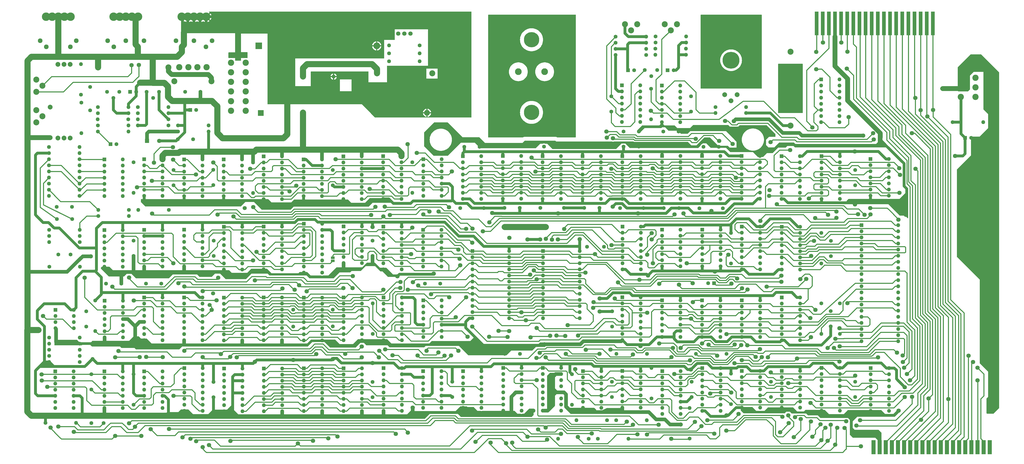
<source format=gbr>
%TF.GenerationSoftware,KiCad,Pcbnew,7.0.7*%
%TF.CreationDate,2023-12-29T15:53:42+00:00*%
%TF.ProjectId,TRS80IUS,54525338-3049-4555-932e-6b696361645f,rev?*%
%TF.SameCoordinates,Original*%
%TF.FileFunction,Copper,L1,Top*%
%TF.FilePolarity,Positive*%
%FSLAX46Y46*%
G04 Gerber Fmt 4.6, Leading zero omitted, Abs format (unit mm)*
G04 Created by KiCad (PCBNEW 7.0.7) date 2023-12-29 15:53:42*
%MOMM*%
%LPD*%
G01*
G04 APERTURE LIST*
G04 Aperture macros list*
%AMFreePoly0*
4,1,45,1.815063,0.845106,1.830902,0.845106,1.843715,0.835796,1.858779,0.830902,1.868088,0.818088,1.880902,0.808779,1.885796,0.793715,1.895106,0.780902,1.895106,0.765062,1.900000,0.750000,1.900000,-0.750000,1.895106,-0.765062,1.895106,-0.780902,1.885796,-0.793715,1.880902,-0.808779,1.868088,-0.818088,1.858779,-0.830902,1.843715,-0.835796,1.830902,-0.845106,1.815063,-0.845106,
1.800000,-0.850000,-3.880000,-0.850000,-3.895063,-0.845106,-3.910902,-0.845106,-3.923715,-0.835796,-3.938779,-0.830902,-3.948088,-0.818088,-3.960902,-0.808779,-3.965796,-0.793715,-3.975106,-0.780902,-3.975106,-0.765062,-3.980000,-0.750000,-3.980000,0.750000,-3.975106,0.765062,-3.975106,0.780902,-3.965796,0.793715,-3.960902,0.808779,-3.948088,0.818088,-3.938779,0.830902,-3.923715,0.835796,
-3.910902,0.845106,-3.895063,0.845106,-3.880000,0.850000,1.800000,0.850000,1.815063,0.845106,1.815063,0.845106,$1*%
G04 Aperture macros list end*
%TA.AperFunction,ComponentPad*%
%ADD10C,1.600000*%
%TD*%
%TA.AperFunction,ComponentPad*%
%ADD11R,1.600000X1.600000*%
%TD*%
%TA.AperFunction,ComponentPad*%
%ADD12O,1.600000X1.600000*%
%TD*%
%TA.AperFunction,ComponentPad*%
%ADD13C,2.000000*%
%TD*%
%TA.AperFunction,ComponentPad*%
%ADD14FreePoly0,90.000000*%
%TD*%
%TA.AperFunction,ComponentPad*%
%ADD15C,1.700000*%
%TD*%
%TA.AperFunction,ComponentPad*%
%ADD16C,2.500000*%
%TD*%
%TA.AperFunction,ComponentPad*%
%ADD17C,2.800000*%
%TD*%
%TA.AperFunction,ComponentPad*%
%ADD18C,6.350000*%
%TD*%
%TA.AperFunction,ComponentPad*%
%ADD19C,1.950000*%
%TD*%
%TA.AperFunction,ComponentPad*%
%ADD20C,3.500000*%
%TD*%
%TA.AperFunction,ComponentPad*%
%ADD21C,7.000000*%
%TD*%
%TA.AperFunction,ComponentPad*%
%ADD22C,2.600000*%
%TD*%
%TA.AperFunction,ComponentPad*%
%ADD23R,1.800000X1.800000*%
%TD*%
%TA.AperFunction,ComponentPad*%
%ADD24C,1.800000*%
%TD*%
%TA.AperFunction,ComponentPad*%
%ADD25R,2.800000X2.800000*%
%TD*%
%TA.AperFunction,ComponentPad*%
%ADD26O,2.800000X2.800000*%
%TD*%
%TA.AperFunction,ConnectorPad*%
%ADD27R,1.625600X9.906000*%
%TD*%
%TA.AperFunction,ComponentPad*%
%ADD28R,2.400000X2.400000*%
%TD*%
%TA.AperFunction,ComponentPad*%
%ADD29O,2.400000X2.400000*%
%TD*%
%TA.AperFunction,SMDPad,CuDef*%
%ADD30R,1.500000X1.000000*%
%TD*%
%TA.AperFunction,ViaPad*%
%ADD31C,1.800000*%
%TD*%
%TA.AperFunction,Conductor*%
%ADD32C,1.500000*%
%TD*%
%TA.AperFunction,Conductor*%
%ADD33C,1.200000*%
%TD*%
%TA.AperFunction,Conductor*%
%ADD34C,2.500000*%
%TD*%
%TA.AperFunction,Conductor*%
%ADD35C,2.000000*%
%TD*%
%TA.AperFunction,Conductor*%
%ADD36C,0.400000*%
%TD*%
%TA.AperFunction,Conductor*%
%ADD37C,0.800000*%
%TD*%
G04 APERTURE END LIST*
D10*
%TO.P,C49,1*%
%TO.N,GND*%
X296690000Y-226520000D03*
%TO.P,C49,2*%
%TO.N,+5V*%
X303040000Y-226520000D03*
%TD*%
D11*
%TO.P,Z51,1,S*%
%TO.N,MUX*%
X345550000Y-202940000D03*
D12*
%TO.P,Z51,2,I0a*%
%TO.N,/CPU/A4*%
X345550000Y-205480000D03*
%TO.P,Z51,3,I1a*%
%TO.N,/CPU/A10*%
X345550000Y-208020000D03*
%TO.P,Z51,4,Za*%
%TO.N,/MEMORY/SMA4*%
X345550000Y-210560000D03*
%TO.P,Z51,5,I0b*%
%TO.N,/CPU/A5*%
X345550000Y-213100000D03*
%TO.P,Z51,6,I1b*%
%TO.N,/CPU/A11*%
X345550000Y-215640000D03*
%TO.P,Z51,7,Zb*%
%TO.N,/MEMORY/SMA5*%
X345550000Y-218180000D03*
%TO.P,Z51,8,GND*%
%TO.N,GND*%
X345550000Y-220720000D03*
%TO.P,Z51,9,Zc*%
%TO.N,Net-(Z51-Zc)*%
X353170000Y-220720000D03*
%TO.P,Z51,10,I1c*%
%TO.N,/CPU/A12*%
X353170000Y-218180000D03*
%TO.P,Z51,11,I0c*%
%TO.N,/CPU/A6*%
X353170000Y-215640000D03*
%TO.P,Z51,12,Zd*%
%TO.N,unconnected-(Z51-Zd-Pad12)*%
X353170000Y-213100000D03*
%TO.P,Z51,13,I1d*%
%TO.N,unconnected-(Z51-I1d-Pad13)*%
X353170000Y-210560000D03*
%TO.P,Z51,14,I0d*%
%TO.N,unconnected-(Z51-I0d-Pad14)*%
X353170000Y-208020000D03*
%TO.P,Z51,15,E*%
%TO.N,GND*%
X353170000Y-205480000D03*
%TO.P,Z51,16,VCC*%
%TO.N,+5V*%
X353170000Y-202940000D03*
%TD*%
D10*
%TO.P,C3,1*%
%TO.N,GND*%
X170400000Y-117523270D03*
%TO.P,C3,2*%
%TO.N,-5V*%
X164050000Y-117523270D03*
%TD*%
D11*
%TO.P,Z25,1*%
%TO.N,GND*%
X147000000Y-174955000D03*
D12*
%TO.P,Z25,2*%
X147000000Y-177495000D03*
%TO.P,Z25,3*%
%TO.N,unconnected-(Z25-Pad3)*%
X147000000Y-180035000D03*
%TO.P,Z25,4*%
%TO.N,IN*%
X147000000Y-182575000D03*
%TO.P,Z25,5*%
%TO.N,Net-(Z25-Pad10)*%
X147000000Y-185115000D03*
%TO.P,Z25,6*%
%TO.N,INSIG*%
X147000000Y-187655000D03*
%TO.P,Z25,7,GND*%
%TO.N,GND*%
X147000000Y-190195000D03*
%TO.P,Z25,8*%
%TO.N,OUTSIG*%
X154620000Y-190195000D03*
%TO.P,Z25,9*%
%TO.N,OUT*%
X154620000Y-187655000D03*
%TO.P,Z25,10*%
%TO.N,Net-(Z25-Pad10)*%
X154620000Y-185115000D03*
%TO.P,Z25,11*%
%TO.N,unconnected-(Z25-Pad11)*%
X154620000Y-182575000D03*
%TO.P,Z25,12*%
%TO.N,GND*%
X154620000Y-180035000D03*
%TO.P,Z25,13*%
X154620000Y-177495000D03*
%TO.P,Z25,14,VCC*%
%TO.N,+5V*%
X154620000Y-174955000D03*
%TD*%
D10*
%TO.P,C36,1*%
%TO.N,GND*%
X175906730Y-185790000D03*
%TO.P,C36,2*%
%TO.N,+5V*%
X175906730Y-179440000D03*
%TD*%
D11*
%TO.P,Z67,1,OEa*%
%TO.N,MEM*%
X296080000Y-232355000D03*
D12*
%TO.P,Z67,2,I1*%
%TO.N,/MEMORY/MD5*%
X296080000Y-234895000D03*
%TO.P,Z67,3,O1a*%
%TO.N,/CPU/D5*%
X296080000Y-237435000D03*
%TO.P,Z67,4,I2*%
%TO.N,/MEMORY/MD6*%
X296080000Y-239975000D03*
%TO.P,Z67,5,O2a*%
%TO.N,/CPU/D6*%
X296080000Y-242515000D03*
%TO.P,Z67,6,I3*%
%TO.N,/MEMORY/MD7*%
X296080000Y-245055000D03*
%TO.P,Z67,7,O3a*%
%TO.N,/CPU/D7*%
X296080000Y-247595000D03*
%TO.P,Z67,8,GND*%
%TO.N,GND*%
X296080000Y-250135000D03*
%TO.P,Z67,9,O4a*%
%TO.N,/CPU/D4*%
X303700000Y-250135000D03*
%TO.P,Z67,10,I4*%
%TO.N,/MEMORY/MD4*%
X303700000Y-247595000D03*
%TO.P,Z67,11,O5b*%
%TO.N,unconnected-(Z67-O5b-Pad11)*%
X303700000Y-245055000D03*
%TO.P,Z67,12,I5*%
%TO.N,GND*%
X303700000Y-242515000D03*
%TO.P,Z67,13,O6b*%
%TO.N,MCAS*%
X303700000Y-239975000D03*
%TO.P,Z67,14,I6*%
%TO.N,CAS*%
X303700000Y-237435000D03*
%TO.P,Z67,15,OEb*%
%TO.N,Net-(Z67-OEb)*%
X303700000Y-234895000D03*
%TO.P,Z67,16,VCC*%
%TO.N,+5V*%
X303700000Y-232355000D03*
%TD*%
D11*
%TO.P,Z19,1,Pin_1*%
%TO.N,-5V*%
X378610000Y-144210000D03*
D12*
%TO.P,Z19,2,Pin_2*%
%TO.N,/CPU/D3*%
X378610000Y-146750000D03*
%TO.P,Z19,3,Pin_3*%
%TO.N,WR*%
X378610000Y-149290000D03*
%TO.P,Z19,4,Pin_4*%
%TO.N,MRAS*%
X378610000Y-151830000D03*
%TO.P,Z19,5,Pin_5*%
%TO.N,/MEMORY/SMA0*%
X378610000Y-154370000D03*
%TO.P,Z19,6,Pin_6*%
%TO.N,/MEMORY/SMA2*%
X378610000Y-156910000D03*
%TO.P,Z19,7,Pin_7*%
%TO.N,/MEMORY/SMA1*%
X378610000Y-159450000D03*
%TO.P,Z19,8,Pin_8*%
%TO.N,+12V*%
X378610000Y-161990000D03*
%TO.P,Z19,9,Pin_9*%
%TO.N,+5V*%
X386230000Y-161990000D03*
%TO.P,Z19,10,Pin_10*%
%TO.N,/MEMORY/SMA5*%
X386230000Y-159450000D03*
%TO.P,Z19,11,Pin_11*%
%TO.N,/MEMORY/SMA4*%
X386230000Y-156910000D03*
%TO.P,Z19,12,Pin_12*%
%TO.N,/MEMORY/SMA3*%
X386230000Y-154370000D03*
%TO.P,Z19,13,Pin_13*%
%TO.N,/MEMORY/SMA6*%
X386230000Y-151830000D03*
%TO.P,Z19,14,Pin_14*%
%TO.N,/MEMORY/MD3*%
X386230000Y-149290000D03*
%TO.P,Z19,15,Pin_15*%
%TO.N,MCAS*%
X386230000Y-146750000D03*
%TO.P,Z19,16,Pin_16*%
%TO.N,GND*%
X386230000Y-144210000D03*
%TD*%
D10*
%TO.P,C34,1*%
%TO.N,GND*%
X387306635Y-165913270D03*
%TO.P,C34,2*%
%TO.N,+12V*%
X377526635Y-165913270D03*
%TD*%
%TO.P,C30,1*%
%TO.N,GND*%
X321316635Y-165813270D03*
%TO.P,C30,2*%
%TO.N,+12V*%
X311536635Y-165813270D03*
%TD*%
%TO.P,C28,1*%
%TO.N,GND*%
X288026635Y-165823270D03*
%TO.P,C28,2*%
%TO.N,+12V*%
X278246635Y-165823270D03*
%TD*%
D11*
%TO.P,Z6,1*%
%TO.N,Net-(Z6-Pad1)*%
X163580000Y-145610000D03*
D12*
%TO.P,Z6,2*%
%TO.N,Net-(R20-Pad1)*%
X163580000Y-148150000D03*
%TO.P,Z6,3*%
%TO.N,Net-(C20-Pad1)*%
X163580000Y-150690000D03*
%TO.P,Z6,4*%
%TO.N,Net-(Z6-Pad4)*%
X163580000Y-153230000D03*
%TO.P,Z6,5*%
X163580000Y-155770000D03*
%TO.P,Z6,6*%
%TO.N,Net-(C20-Pad2)*%
X163580000Y-158310000D03*
%TO.P,Z6,7,GND*%
%TO.N,GND*%
X163580000Y-160850000D03*
%TO.P,Z6,8*%
%TO.N,Net-(Z5-Pad13)*%
X171200000Y-160850000D03*
%TO.P,Z6,9*%
%TO.N,Net-(Z6-Pad10)*%
X171200000Y-158310000D03*
%TO.P,Z6,10*%
X171200000Y-155770000D03*
%TO.P,Z6,11*%
%TO.N,Net-(C21-Pad2)*%
X171200000Y-153230000D03*
%TO.P,Z6,12*%
%TO.N,Net-(Z6-Pad1)*%
X171200000Y-150690000D03*
%TO.P,Z6,13*%
%TO.N,HDRV*%
X171200000Y-148150000D03*
%TO.P,Z6,14,VCC*%
%TO.N,+5V*%
X171200000Y-145610000D03*
%TD*%
D11*
%TO.P,Z16,1,Pin_1*%
%TO.N,-5V*%
X328990000Y-144250000D03*
D12*
%TO.P,Z16,2,Pin_2*%
%TO.N,/CPU/D1*%
X328990000Y-146790000D03*
%TO.P,Z16,3,Pin_3*%
%TO.N,WR*%
X328990000Y-149330000D03*
%TO.P,Z16,4,Pin_4*%
%TO.N,MRAS*%
X328990000Y-151870000D03*
%TO.P,Z16,5,Pin_5*%
%TO.N,/MEMORY/SMA0*%
X328990000Y-154410000D03*
%TO.P,Z16,6,Pin_6*%
%TO.N,/MEMORY/SMA2*%
X328990000Y-156950000D03*
%TO.P,Z16,7,Pin_7*%
%TO.N,/MEMORY/SMA1*%
X328990000Y-159490000D03*
%TO.P,Z16,8,Pin_8*%
%TO.N,+12V*%
X328990000Y-162030000D03*
%TO.P,Z16,9,Pin_9*%
%TO.N,+5V*%
X336610000Y-162030000D03*
%TO.P,Z16,10,Pin_10*%
%TO.N,/MEMORY/SMA5*%
X336610000Y-159490000D03*
%TO.P,Z16,11,Pin_11*%
%TO.N,/MEMORY/SMA4*%
X336610000Y-156950000D03*
%TO.P,Z16,12,Pin_12*%
%TO.N,/MEMORY/SMA3*%
X336610000Y-154410000D03*
%TO.P,Z16,13,Pin_13*%
%TO.N,/MEMORY/SMA6*%
X336610000Y-151870000D03*
%TO.P,Z16,14,Pin_14*%
%TO.N,/MEMORY/MD1*%
X336610000Y-149330000D03*
%TO.P,Z16,15,Pin_15*%
%TO.N,MCAS*%
X336610000Y-146790000D03*
%TO.P,Z16,16,Pin_16*%
%TO.N,GND*%
X336610000Y-144250000D03*
%TD*%
D11*
%TO.P,Z62,1,A6*%
%TO.N,/VIDEO RAM/V6*%
X213320000Y-232460000D03*
D12*
%TO.P,Z62,2,A5*%
%TO.N,/VIDEO RAM/V5*%
X213320000Y-235000000D03*
%TO.P,Z62,3,R/~{W}*%
%TO.N,VWR*%
X213320000Y-237540000D03*
%TO.P,Z62,4,A1*%
%TO.N,/VIDEO RAM/V1*%
X213320000Y-240080000D03*
%TO.P,Z62,5,A2*%
%TO.N,/VIDEO RAM/V2*%
X213320000Y-242620000D03*
%TO.P,Z62,6,A3*%
%TO.N,/VIDEO RAM/V3*%
X213320000Y-245160000D03*
%TO.P,Z62,7,A4*%
%TO.N,/VIDEO RAM/V4*%
X213320000Y-247700000D03*
%TO.P,Z62,8,A0*%
%TO.N,/VIDEO RAM/V0*%
X213320000Y-250240000D03*
%TO.P,Z62,9,GND*%
%TO.N,GND*%
X220940000Y-250240000D03*
%TO.P,Z62,10,VCC*%
%TO.N,+5V*%
X220940000Y-247700000D03*
%TO.P,Z62,11,DATA_IN*%
%TO.N,/CPU/D5*%
X220940000Y-245160000D03*
%TO.P,Z62,12,DATA_OUT*%
%TO.N,/VIDEO RAM/BIT5*%
X220940000Y-242620000D03*
%TO.P,Z62,13,~{CE}*%
%TO.N,GND*%
X220940000Y-240080000D03*
%TO.P,Z62,14,A9*%
%TO.N,/VIDEO RAM/V9*%
X220940000Y-237540000D03*
%TO.P,Z62,15,A8*%
%TO.N,/VIDEO RAM/V8*%
X220940000Y-235000000D03*
%TO.P,Z62,16,A7*%
%TO.N,/VIDEO RAM/V7*%
X220940000Y-232460000D03*
%TD*%
D10*
%TO.P,R43,1*%
%TO.N,Net-(C21-Pad2)*%
X157220000Y-166630000D03*
D12*
%TO.P,R43,2*%
%TO.N,GND*%
X144520000Y-166630000D03*
%TD*%
D13*
%TO.P,K1,1*%
%TO.N,RELAYB*%
X113700000Y-136750000D03*
%TO.P,K1,2*%
%TO.N,Z41_3*%
X116240000Y-136750000D03*
%TO.P,K1,3*%
%TO.N,RELAYA*%
X113700000Y-106060000D03*
%TO.P,K1,4*%
%TO.N,unconnected-(K1-Pad4)*%
X111160000Y-106060000D03*
%TO.P,K1,5*%
%TO.N,+5V*%
X111160000Y-136750000D03*
%TO.P,K1,6*%
%TO.N,unconnected-(K1-Pad6)*%
X116240000Y-106060000D03*
%TD*%
D14*
%TO.P,CN3,1,Pin_1*%
%TO.N,+5V*%
X498070000Y-264270000D03*
%TO.P,CN3,2,Pin_2*%
%TO.N,/CPU/A4*%
X495530000Y-264270000D03*
%TO.P,CN3,3,Pin_3*%
%TO.N,/CPU/A5*%
X492990000Y-264270000D03*
%TO.P,CN3,4,Pin_4*%
%TO.N,/CPU/A1*%
X490450000Y-264270000D03*
%TO.P,CN3,5,Pin_5*%
%TO.N,/CPU/A0*%
X487910000Y-264270000D03*
%TO.P,CN3,6,Pin_6*%
%TO.N,/CPU/A2*%
X485370000Y-264270000D03*
%TO.P,CN3,7,Pin_7*%
%TO.N,/CPU/A6*%
X482830000Y-264270000D03*
%TO.P,CN3,8,Pin_8*%
%TO.N,/CPU/A7*%
X480290000Y-264270000D03*
%TO.P,CN3,9,Pin_9*%
%TO.N,/CPU/A3*%
X477750000Y-264270000D03*
%TO.P,CN3,10,Pin_10*%
%TO.N,/CPU/D2*%
X475210000Y-264270000D03*
%TO.P,CN3,11,Pin_11*%
%TO.N,/CPU/D0*%
X472670000Y-264270000D03*
%TO.P,CN3,12,Pin_12*%
%TO.N,/CPU/D5*%
X470130000Y-264270000D03*
%TO.P,CN3,13,Pin_13*%
%TO.N,/CPU/D3*%
X467590000Y-264270000D03*
%TO.P,CN3,14,Pin_14*%
%TO.N,KYBD*%
X465050000Y-264270000D03*
%TO.P,CN3,15,Pin_15*%
%TO.N,/CPU/D6*%
X462510000Y-264270000D03*
%TO.P,CN3,16,Pin_16*%
%TO.N,/CPU/D1*%
X459970000Y-264270000D03*
%TO.P,CN3,17,Pin_17*%
%TO.N,/CPU/D7*%
X457430000Y-264270000D03*
%TO.P,CN3,18,Pin_18*%
%TO.N,/CPU/D4*%
X454890000Y-264270000D03*
%TO.P,CN3,19,Pin_19*%
%TO.N,GND*%
X452350000Y-264270000D03*
%TO.P,CN3,20,Pin_20*%
%TO.N,unconnected-(CN3-Pin_20-Pad20)*%
X449810000Y-264270000D03*
%TD*%
D10*
%TO.P,R35,1*%
%TO.N,Z252IN-*%
X120160000Y-150660000D03*
D12*
%TO.P,R35,2*%
%TO.N,Z251OUT*%
X107460000Y-150660000D03*
%TD*%
D10*
%TO.P,R45,1*%
%TO.N,Z254IN-*%
X120220000Y-180030000D03*
D12*
%TO.P,R45,2*%
%TO.N,Net-(CR7-K)*%
X107520000Y-180030000D03*
%TD*%
D11*
%TO.P,C42,1*%
%TO.N,Net-(C42-Pad1)*%
X383660000Y-197090000D03*
D10*
%TO.P,C42,2*%
%TO.N,GND*%
X381160000Y-197090000D03*
%TD*%
D11*
%TO.P,Z73,1*%
%TO.N,!IORQ*%
X395180000Y-233570000D03*
D12*
%TO.P,Z73,2*%
%TO.N,!M1*%
X395180000Y-236110000D03*
%TO.P,Z73,3*%
%TO.N,INTAK*%
X395180000Y-238650000D03*
%TO.P,Z73,4*%
%TO.N,/CPU/A15*%
X395180000Y-241190000D03*
%TO.P,Z73,5*%
%TO.N,RAS*%
X395180000Y-243730000D03*
%TO.P,Z73,6*%
%TO.N,Net-(Z21-Ea2)*%
X395180000Y-246270000D03*
%TO.P,Z73,7,GND*%
%TO.N,GND*%
X395180000Y-248810000D03*
%TO.P,Z73,8*%
%TO.N,Net-(Z73-Pad8)*%
X402800000Y-248810000D03*
%TO.P,Z73,9*%
%TO.N,Net-(Z73-Pad9)*%
X402800000Y-246270000D03*
%TO.P,Z73,10*%
%TO.N,Net-(Z73-Pad10)*%
X402800000Y-243730000D03*
%TO.P,Z73,11*%
%TO.N,unconnected-(Z73-Pad11)*%
X402800000Y-241190000D03*
%TO.P,Z73,12*%
%TO.N,+5V*%
X402800000Y-238650000D03*
%TO.P,Z73,13*%
X402800000Y-236110000D03*
%TO.P,Z73,14,VCC*%
X402800000Y-233570000D03*
%TD*%
D10*
%TO.P,C12,1*%
%TO.N,Net-(Z1--)*%
X340963270Y-119380000D03*
%TO.P,C12,2*%
%TO.N,Net-(Z1-FC)*%
X340963270Y-125730000D03*
%TD*%
D11*
%TO.P,Z33,1,Pin_1*%
%TO.N,/CPU/A7*%
X283345000Y-183755000D03*
D12*
%TO.P,Z33,2,Pin_2*%
%TO.N,/CPU/A6*%
X283345000Y-186295000D03*
%TO.P,Z33,3,Pin_3*%
%TO.N,/CPU/A5*%
X283345000Y-188835000D03*
%TO.P,Z33,4,Pin_4*%
%TO.N,/CPU/A4*%
X283345000Y-191375000D03*
%TO.P,Z33,5,Pin_5*%
%TO.N,/CPU/A3*%
X283345000Y-193915000D03*
%TO.P,Z33,6,Pin_6*%
%TO.N,/CPU/A2*%
X283345000Y-196455000D03*
%TO.P,Z33,7,Pin_7*%
%TO.N,/CPU/A1*%
X283345000Y-198995000D03*
%TO.P,Z33,8,Pin_8*%
%TO.N,/CPU/A0*%
X283345000Y-201535000D03*
%TO.P,Z33,9,Pin_9*%
%TO.N,/MEMORY/MD0*%
X283345000Y-204075000D03*
%TO.P,Z33,10,Pin_10*%
%TO.N,/MEMORY/MD1*%
X283345000Y-206615000D03*
%TO.P,Z33,11,Pin_11*%
%TO.N,/MEMORY/MD2*%
X283345000Y-209155000D03*
%TO.P,Z33,12,Pin_12*%
%TO.N,GND*%
X283345000Y-211695000D03*
%TO.P,Z33,13,Pin_13*%
%TO.N,/MEMORY/MD3*%
X298585000Y-211695000D03*
%TO.P,Z33,14,Pin_14*%
%TO.N,/MEMORY/MD4*%
X298585000Y-209155000D03*
%TO.P,Z33,15,Pin_15*%
%TO.N,/MEMORY/MD5*%
X298585000Y-206615000D03*
%TO.P,Z33,16,Pin_16*%
%TO.N,/MEMORY/MD6*%
X298585000Y-204075000D03*
%TO.P,Z33,17,Pin_17*%
%TO.N,/MEMORY/MD7*%
X298585000Y-201535000D03*
%TO.P,Z33,18,Pin_18*%
%TO.N,/CPU/A11*%
X298585000Y-198995000D03*
%TO.P,Z33,19,Pin_19*%
%TO.N,/CPU/A10*%
X298585000Y-196455000D03*
%TO.P,Z33,20,Pin_20*%
%TO.N,ROMA*%
X298585000Y-193915000D03*
%TO.P,Z33,21,Pin_21*%
%TO.N,/CPU/A12*%
X298585000Y-191375000D03*
%TO.P,Z33,22,Pin_22*%
%TO.N,/CPU/A9*%
X298585000Y-188835000D03*
%TO.P,Z33,23,Pin_23*%
%TO.N,/CPU/A8*%
X298585000Y-186295000D03*
%TO.P,Z33,24,Pin_24*%
%TO.N,+5V*%
X298585000Y-183755000D03*
%TD*%
D10*
%TO.P,C7,1*%
%TO.N,Net-(Q1-C)*%
X167320000Y-137233270D03*
%TO.P,C7,2*%
%TO.N,GND*%
X160970000Y-137233270D03*
%TD*%
D11*
%TO.P,Z31,1,S*%
%TO.N,VID*%
X246340000Y-173580000D03*
D12*
%TO.P,Z31,2,I0a*%
%TO.N,/CPU/A8*%
X246340000Y-176120000D03*
%TO.P,Z31,3,I1a*%
%TO.N,R4*%
X246340000Y-178660000D03*
%TO.P,Z31,4,Za*%
%TO.N,/VIDEO RAM/V8*%
X246340000Y-181200000D03*
%TO.P,Z31,5,I0b*%
%TO.N,/CPU/A9*%
X246340000Y-183740000D03*
%TO.P,Z31,6,I1b*%
%TO.N,R8*%
X246340000Y-186280000D03*
%TO.P,Z31,7,Zb*%
%TO.N,/VIDEO RAM/V9*%
X246340000Y-188820000D03*
%TO.P,Z31,8,GND*%
%TO.N,GND*%
X246340000Y-191360000D03*
%TO.P,Z31,9,Zc*%
%TO.N,/VIDEO RAM/V6*%
X253960000Y-191360000D03*
%TO.P,Z31,10,I1c*%
%TO.N,R1*%
X253960000Y-188820000D03*
%TO.P,Z31,11,I0c*%
%TO.N,/CPU/A6*%
X253960000Y-186280000D03*
%TO.P,Z31,12,Zd*%
%TO.N,/VIDEO RAM/V7*%
X253960000Y-183740000D03*
%TO.P,Z31,13,I1d*%
%TO.N,R2*%
X253960000Y-181200000D03*
%TO.P,Z31,14,I0d*%
%TO.N,/CPU/A7*%
X253960000Y-178660000D03*
%TO.P,Z31,15,E*%
%TO.N,GND*%
X253960000Y-176120000D03*
%TO.P,Z31,16,VCC*%
%TO.N,+5V*%
X253960000Y-173580000D03*
%TD*%
D10*
%TO.P,C41,1*%
%TO.N,GND*%
X269940000Y-197263270D03*
%TO.P,C41,2*%
%TO.N,+5V*%
X263590000Y-197263270D03*
%TD*%
D15*
%TO.P,J61,1,Pin_1*%
%TO.N,L8*%
X188700000Y-165825000D03*
%TD*%
D10*
%TO.P,Q1,1,E*%
%TO.N,Net-(Q1-E)*%
X131552275Y-117502275D03*
%TO.P,Q1,2,C*%
%TO.N,Net-(Q1-C)*%
X136702275Y-117502275D03*
%TO.P,Q1,3,B*%
%TO.N,Net-(Q1-B)*%
X134232275Y-120042275D03*
%TD*%
%TO.P,R41,1*%
%TO.N,Z253IN-*%
X140610000Y-166590000D03*
D12*
%TO.P,R41,2*%
%TO.N,Net-(CR4-K)*%
X127910000Y-166590000D03*
%TD*%
D10*
%TO.P,CR9,1,K*%
%TO.N,Net-(CR10-K)*%
X120790000Y-118715000D03*
D12*
%TO.P,CR9,2,A*%
%TO.N,RELAYA*%
X120790000Y-106015000D03*
%TD*%
D10*
%TO.P,R64,1*%
%TO.N,\u00D8*%
X390650000Y-247430000D03*
D12*
%TO.P,R64,2*%
%TO.N,+5V*%
X390650000Y-234730000D03*
%TD*%
D11*
%TO.P,Z65,1,CP1..3*%
%TO.N,CHAIN*%
X262860000Y-233690000D03*
D12*
%TO.P,Z65,2,R0(1)*%
%TO.N,GND*%
X262860000Y-236230000D03*
%TO.P,Z65,3,R0(2)*%
X262860000Y-238770000D03*
%TO.P,Z65,4*%
%TO.N,N/C*%
X262860000Y-241310000D03*
%TO.P,Z65,5,VCC*%
%TO.N,+5V*%
X262860000Y-243850000D03*
%TO.P,Z65,6*%
%TO.N,N/C*%
X262860000Y-246390000D03*
%TO.P,Z65,7*%
X262860000Y-248930000D03*
%TO.P,Z65,8,Q2*%
%TO.N,C4*%
X270480000Y-248930000D03*
%TO.P,Z65,9,Q1*%
%TO.N,C2*%
X270480000Y-246390000D03*
%TO.P,Z65,10,GND*%
%TO.N,GND*%
X270480000Y-243850000D03*
%TO.P,Z65,11,Q3*%
%TO.N,unconnected-(Z65-Q3-Pad11)*%
X270480000Y-241310000D03*
%TO.P,Z65,12,Q0*%
%TO.N,R1*%
X270480000Y-238770000D03*
%TO.P,Z65,13*%
%TO.N,N/C*%
X270480000Y-236230000D03*
%TO.P,Z65,14,CP0*%
%TO.N,L8*%
X270480000Y-233690000D03*
%TD*%
D11*
%TO.P,Z52,1*%
%TO.N,/CPU/A10*%
X362080000Y-204185000D03*
D12*
%TO.P,Z52,2*%
%TO.N,Net-(Z36-Pad9)*%
X362080000Y-206725000D03*
%TO.P,Z52,3*%
%TO.N,TEST*%
X362080000Y-209265000D03*
%TO.P,Z52,4*%
%TO.N,ENABLE*%
X362080000Y-211805000D03*
%TO.P,Z52,5*%
%TO.N,/CPU/A0*%
X362080000Y-214345000D03*
%TO.P,Z52,6*%
%TO.N,Net-(Z36-Pad1)*%
X362080000Y-216885000D03*
%TO.P,Z52,7,GND*%
%TO.N,GND*%
X362080000Y-219425000D03*
%TO.P,Z52,8*%
%TO.N,unconnected-(Z52-Pad8)*%
X369700000Y-219425000D03*
%TO.P,Z52,9*%
%TO.N,GND*%
X369700000Y-216885000D03*
%TO.P,Z52,10*%
%TO.N,!RESET*%
X369700000Y-214345000D03*
%TO.P,Z52,11*%
%TO.N,Net-(Z37-Pad2)*%
X369700000Y-211805000D03*
%TO.P,Z52,12*%
%TO.N,Net-(Z52-Pad12)*%
X369700000Y-209265000D03*
%TO.P,Z52,13*%
%TO.N,RD*%
X369700000Y-206725000D03*
%TO.P,Z52,14,VCC*%
%TO.N,+5V*%
X369700000Y-204185000D03*
%TD*%
D10*
%TO.P,C45,1*%
%TO.N,GND*%
X225353270Y-208080000D03*
%TO.P,C45,2*%
%TO.N,+5V*%
X225353270Y-215080000D03*
%TD*%
D11*
%TO.P,Z22,1,OEa*%
%TO.N,ENABLE*%
X428220000Y-144250000D03*
D12*
%TO.P,Z22,2,I1*%
%TO.N,Net-(Z22-I1)*%
X428220000Y-146790000D03*
%TO.P,Z22,3,O1a*%
%TO.N,OUT*%
X428220000Y-149330000D03*
%TO.P,Z22,4,I2*%
%TO.N,Net-(Z22-I2)*%
X428220000Y-151870000D03*
%TO.P,Z22,5,O2a*%
%TO.N,WR*%
X428220000Y-154410000D03*
%TO.P,Z22,6,I3*%
%TO.N,Net-(Z22-I3)*%
X428220000Y-156950000D03*
%TO.P,Z22,7,O3a*%
%TO.N,RD*%
X428220000Y-159490000D03*
%TO.P,Z22,8,GND*%
%TO.N,GND*%
X428220000Y-162030000D03*
%TO.P,Z22,9,O4a*%
%TO.N,IN*%
X435840000Y-162030000D03*
%TO.P,Z22,10,I4*%
%TO.N,Net-(Z22-I4)*%
X435840000Y-159490000D03*
%TO.P,Z22,11,O5b*%
%TO.N,/CPU/A2*%
X435840000Y-156950000D03*
%TO.P,Z22,12,I5*%
%TO.N,/CPU/UA2*%
X435840000Y-154410000D03*
%TO.P,Z22,13,O6b*%
%TO.N,/CPU/A3*%
X435840000Y-151870000D03*
%TO.P,Z22,14,I6*%
%TO.N,/CPU/UA3*%
X435840000Y-149330000D03*
%TO.P,Z22,15,OEb*%
%TO.N,ENABLE*%
X435840000Y-146790000D03*
%TO.P,Z22,16,VCC*%
%TO.N,+5V*%
X435840000Y-144250000D03*
%TD*%
D10*
%TO.P,R62,1*%
%TO.N,+5V*%
X342970000Y-254120000D03*
D12*
%TO.P,R62,2*%
%TO.N,RAM*%
X355670000Y-254120000D03*
%TD*%
D11*
%TO.P,Z26,1*%
%TO.N,Net-(Z27-Q1)*%
X163590000Y-174860000D03*
D12*
%TO.P,Z26,2*%
X163590000Y-177400000D03*
%TO.P,Z26,3*%
%TO.N,N/C*%
X163590000Y-179940000D03*
%TO.P,Z26,4*%
%TO.N,Net-(Z27-~{Q0})*%
X163590000Y-182480000D03*
%TO.P,Z26,5*%
%TO.N,Net-(Z26-Pad13)*%
X163590000Y-185020000D03*
%TO.P,Z26,6*%
%TO.N,SHIFTGFX*%
X163590000Y-187560000D03*
%TO.P,Z26,7,GND*%
%TO.N,GND*%
X163590000Y-190100000D03*
%TO.P,Z26,8*%
%TO.N,SHIFTTXT*%
X171210000Y-190100000D03*
%TO.P,Z26,9*%
%TO.N,Net-(Z27-Q1)*%
X171210000Y-187560000D03*
%TO.P,Z26,10*%
%TO.N,Net-(Z27-Q0)*%
X171210000Y-185020000D03*
%TO.P,Z26,11*%
%TO.N,N/C*%
X171210000Y-182480000D03*
%TO.P,Z26,12*%
%TO.N,Net-(Z27-~{Q2})*%
X171210000Y-179940000D03*
%TO.P,Z26,13*%
%TO.N,Net-(Z26-Pad13)*%
X171210000Y-177400000D03*
%TO.P,Z26,14,VCC*%
%TO.N,+5V*%
X171210000Y-174860000D03*
%TD*%
D11*
%TO.P,Z24,1*%
%TO.N,DOT1*%
X130480000Y-174980000D03*
D12*
%TO.P,Z24,2*%
%TO.N,DOT2*%
X130480000Y-177520000D03*
%TO.P,Z24,3*%
%TO.N,LATCH*%
X130480000Y-180060000D03*
%TO.P,Z24,4*%
%TO.N,GND*%
X130480000Y-182600000D03*
%TO.P,Z24,5*%
X130480000Y-185140000D03*
%TO.P,Z24,6*%
%TO.N,unconnected-(Z24-Pad6)*%
X130480000Y-187680000D03*
%TO.P,Z24,7,GND*%
%TO.N,GND*%
X130480000Y-190220000D03*
%TO.P,Z24,8*%
%TO.N,FTAPEIN*%
X138100000Y-190220000D03*
%TO.P,Z24,9*%
%TO.N,Z254OUT*%
X138100000Y-187680000D03*
%TO.P,Z24,10*%
%TO.N,Net-(Z24-Pad10)*%
X138100000Y-185140000D03*
%TO.P,Z24,11*%
X138100000Y-182600000D03*
%TO.P,Z24,12*%
%TO.N,FTAPEIN*%
X138100000Y-180060000D03*
%TO.P,Z24,13*%
%TO.N,OUTSIG*%
X138100000Y-177520000D03*
%TO.P,Z24,14,VCC*%
%TO.N,+5V*%
X138100000Y-174980000D03*
%TD*%
D10*
%TO.P,R28,1*%
%TO.N,Net-(Q2-C)*%
X157090000Y-128980000D03*
D12*
%TO.P,R28,2*%
%TO.N,Net-(Q1-B)*%
X144390000Y-128980000D03*
%TD*%
D10*
%TO.P,R67,1*%
%TO.N,+5V*%
X126710000Y-204285000D03*
D12*
%TO.P,R67,2*%
%TO.N,Net-(R67-Pad2)*%
X126710000Y-216985000D03*
%TD*%
D10*
%TO.P,R25,1*%
%TO.N,Net-(C5-Pad1)*%
X127735000Y-131460000D03*
D12*
%TO.P,R25,2*%
%TO.N,Z251IN+*%
X140435000Y-131460000D03*
%TD*%
D10*
%TO.P,R55,1*%
%TO.N,Net-(J3-Pad5)*%
X107540000Y-227300000D03*
D12*
%TO.P,R55,2*%
%TO.N,Net-(Z59-~{Q1})*%
X120240000Y-227300000D03*
%TD*%
D11*
%TO.P,Z66,1*%
%TO.N,VDRV*%
X279430000Y-233690000D03*
D12*
%TO.P,Z66,2*%
%TO.N,R4*%
X279430000Y-236230000D03*
%TO.P,Z66,3*%
%TO.N,C16*%
X279430000Y-238770000D03*
%TO.P,Z66,4*%
%TO.N,HDRV*%
X279430000Y-241310000D03*
%TO.P,Z66,5*%
%TO.N,C32*%
X279430000Y-243850000D03*
%TO.P,Z66,6*%
%TO.N,Net-(Z50-R0(1))*%
X279430000Y-246390000D03*
%TO.P,Z66,7,GND*%
%TO.N,GND*%
X279430000Y-248930000D03*
%TO.P,Z66,8*%
%TO.N,Net-(Z12-R0(1))*%
X287050000Y-248930000D03*
%TO.P,Z66,9*%
%TO.N,L4*%
X287050000Y-246390000D03*
%TO.P,Z66,10*%
X287050000Y-243850000D03*
%TO.P,Z66,11*%
%TO.N,L8*%
X287050000Y-241310000D03*
%TO.P,Z66,12*%
%TO.N,Net-(Z32-R0(1))*%
X287050000Y-238770000D03*
%TO.P,Z66,13*%
%TO.N,R2*%
X287050000Y-236230000D03*
%TO.P,Z66,14,VCC*%
%TO.N,+5V*%
X287050000Y-233690000D03*
%TD*%
D10*
%TO.P,R23,1*%
%TO.N,Net-(Z41-Pin_5)*%
X127735000Y-126390000D03*
D12*
%TO.P,R23,2*%
%TO.N,Net-(Q1-B)*%
X140435000Y-126390000D03*
%TD*%
D11*
%TO.P,Z11,1,Ds*%
%TO.N,GND*%
X246230000Y-144270000D03*
D12*
%TO.P,Z11,2,A*%
X246230000Y-146810000D03*
%TO.P,Z11,3,B*%
X246230000Y-149350000D03*
%TO.P,Z11,4,C*%
%TO.N,Net-(Z11-C)*%
X246230000Y-151890000D03*
%TO.P,Z11,5,D*%
X246230000Y-154430000D03*
%TO.P,Z11,6,CE*%
%TO.N,GND*%
X246230000Y-156970000D03*
%TO.P,Z11,7,Clk*%
%TO.N,!SHIFT*%
X246230000Y-159510000D03*
%TO.P,Z11,8,GND*%
%TO.N,GND*%
X246230000Y-162050000D03*
%TO.P,Z11,9,Clr*%
%TO.N,SCLR*%
X253850000Y-162050000D03*
%TO.P,Z11,10,E*%
%TO.N,Net-(Z11-C)*%
X253850000Y-159510000D03*
%TO.P,Z11,11,F*%
%TO.N,Net-(Z11-F)*%
X253850000Y-156970000D03*
%TO.P,Z11,12,G*%
X253850000Y-154430000D03*
%TO.P,Z11,13,Qh*%
%TO.N,Net-(Z11-Qh)*%
X253850000Y-151890000D03*
%TO.P,Z11,14,H*%
%TO.N,Net-(Z11-F)*%
X253850000Y-149350000D03*
%TO.P,Z11,15,PE*%
%TO.N,SHIFTGFX*%
X253850000Y-146810000D03*
%TO.P,Z11,16,VCC*%
%TO.N,+5V*%
X253850000Y-144270000D03*
%TD*%
D10*
%TO.P,R11,1*%
%TO.N,Net-(R11-Pad1)*%
X359310000Y-94500000D03*
D12*
%TO.P,R11,2*%
%TO.N,GND*%
X372010000Y-94500000D03*
%TD*%
D10*
%TO.P,R31,1*%
%TO.N,Net-(Z4-VCC)*%
X161020000Y-134050000D03*
D12*
%TO.P,R31,2*%
%TO.N,+5V*%
X173720000Y-134050000D03*
%TD*%
D10*
%TO.P,CR7,1,K*%
%TO.N,Net-(CR7-K)*%
X107525000Y-177490000D03*
D12*
%TO.P,CR7,2,A*%
%TO.N,Net-(CR6-K)*%
X120225000Y-177490000D03*
%TD*%
D11*
%TO.P,Z10,1,Ds*%
%TO.N,GND*%
X229740000Y-144350000D03*
D12*
%TO.P,Z10,2,A*%
X229740000Y-146890000D03*
%TO.P,Z10,3,B*%
X229740000Y-149430000D03*
%TO.P,Z10,4,C*%
%TO.N,/VIDEO/CD0*%
X229740000Y-151970000D03*
%TO.P,Z10,5,D*%
%TO.N,/VIDEO/CD1*%
X229740000Y-154510000D03*
%TO.P,Z10,6,CE*%
%TO.N,GND*%
X229740000Y-157050000D03*
%TO.P,Z10,7,Clk*%
%TO.N,!SHIFT*%
X229740000Y-159590000D03*
%TO.P,Z10,8,GND*%
%TO.N,GND*%
X229740000Y-162130000D03*
%TO.P,Z10,9,Clr*%
%TO.N,SCLR*%
X237360000Y-162130000D03*
%TO.P,Z10,10,E*%
%TO.N,/VIDEO/CD2*%
X237360000Y-159590000D03*
%TO.P,Z10,11,F*%
%TO.N,/VIDEO/CD3*%
X237360000Y-157050000D03*
%TO.P,Z10,12,G*%
%TO.N,/VIDEO/CD4*%
X237360000Y-154510000D03*
%TO.P,Z10,13,Qh*%
%TO.N,Net-(Z10-Qh)*%
X237360000Y-151970000D03*
%TO.P,Z10,14,H*%
%TO.N,GND*%
X237360000Y-149430000D03*
%TO.P,Z10,15,PE*%
%TO.N,SHIFTTXT*%
X237360000Y-146890000D03*
%TO.P,Z10,16,VCC*%
%TO.N,+5V*%
X237360000Y-144350000D03*
%TD*%
D10*
%TO.P,R66,1*%
%TO.N,+5V*%
X373490000Y-261690000D03*
D12*
%TO.P,R66,2*%
%TO.N,Net-(Z71G-R7.2)*%
X373490000Y-248990000D03*
%TD*%
D16*
%TO.P,R5,1,1*%
%TO.N,Net-(R11-Pad1)*%
X351720000Y-89410000D03*
%TO.P,R5,2,2*%
%TO.N,Net-(Q5-E)*%
X349180000Y-91950000D03*
%TO.P,R5,3,3*%
%TO.N,Net-(R5-Pad3)*%
X346640000Y-89410000D03*
%TD*%
D17*
%TO.P,Q4,1,B*%
%TO.N,Net-(Q3-C)*%
X313299999Y-109170001D03*
%TO.P,Q4,2,E*%
%TO.N,Net-(Q4-E)*%
X302379999Y-109170001D03*
D18*
%TO.P,Q4,3,C*%
%TO.N,Net-(Q3-E)*%
X307849999Y-95870001D03*
%TO.P,Q4,4,U*%
%TO.N,unconnected-(Q4-U-Pad4)*%
X307849999Y-126070001D03*
%TD*%
D11*
%TO.P,Z7,1,~{R}*%
%TO.N,Net-(Z7A-~{R})*%
X180040000Y-145605000D03*
D12*
%TO.P,Z7,2,D*%
%TO.N,GND*%
X180040000Y-148145000D03*
%TO.P,Z7,3,C*%
%TO.N,LATCH*%
X180040000Y-150685000D03*
%TO.P,Z7,4,~{S}*%
%TO.N,VID*%
X180040000Y-153225000D03*
%TO.P,Z7,5,Q*%
%TO.N,unconnected-(Z7A-Q-Pad5)*%
X180040000Y-155765000D03*
%TO.P,Z7,6,~{Q}*%
%TO.N,VCLR*%
X180040000Y-158305000D03*
%TO.P,Z7,7,GND*%
%TO.N,GND*%
X180040000Y-160845000D03*
%TO.P,Z7,8,~{Q}*%
%TO.N,unconnected-(Z7B-~{Q}-Pad8)*%
X187660000Y-160845000D03*
%TO.P,Z7,9,Q*%
%TO.N,unconnected-(Z7B-Q-Pad9)*%
X187660000Y-158305000D03*
%TO.P,Z7,10,~{S}*%
%TO.N,GND*%
X187660000Y-155765000D03*
%TO.P,Z7,11,C*%
X187660000Y-153225000D03*
%TO.P,Z7,12,D*%
X187660000Y-150685000D03*
%TO.P,Z7,13,~{R}*%
X187660000Y-148145000D03*
%TO.P,Z7,14,VCC*%
%TO.N,+5V*%
X187660000Y-145605000D03*
%TD*%
D11*
%TO.P,Z56,1,CP1..3*%
%TO.N,CLOCK*%
X110060000Y-233750000D03*
D12*
%TO.P,Z56,2*%
%TO.N,N/C*%
X110060000Y-236290000D03*
%TO.P,Z56,3*%
X110060000Y-238830000D03*
%TO.P,Z56,4*%
X110060000Y-241370000D03*
%TO.P,Z56,5,VCC*%
%TO.N,+5V*%
X110060000Y-243910000D03*
%TO.P,Z56,6,R0(1)*%
%TO.N,CTR*%
X110060000Y-246450000D03*
%TO.P,Z56,7,R0(2)*%
X110060000Y-248990000D03*
%TO.P,Z56,8,Q3*%
%TO.N,Net-(Z56-Q3)*%
X117680000Y-248990000D03*
%TO.P,Z56,9,Q2*%
%TO.N,unconnected-(Z56-Q2-Pad9)*%
X117680000Y-246450000D03*
%TO.P,Z56,10,GND*%
%TO.N,GND*%
X117680000Y-243910000D03*
%TO.P,Z56,11,Q1*%
%TO.N,unconnected-(Z56-Q1-Pad11)*%
X117680000Y-241370000D03*
%TO.P,Z56,12,Q0*%
%TO.N,unconnected-(Z56-Q0-Pad12)*%
X117680000Y-238830000D03*
%TO.P,Z56,13*%
%TO.N,N/C*%
X117680000Y-236290000D03*
%TO.P,Z56,14,CP0*%
%TO.N,unconnected-(Z56-CP0-Pad14)*%
X117680000Y-233750000D03*
%TD*%
D10*
%TO.P,R32,1*%
%TO.N,+5V*%
X107460000Y-140490000D03*
D12*
%TO.P,R32,2*%
%TO.N,Net-(C5-Pad1)*%
X120160000Y-140490000D03*
%TD*%
D10*
%TO.P,R56,1*%
%TO.N,Net-(Z59-~{Q1})*%
X120240000Y-229850000D03*
D12*
%TO.P,R56,2*%
%TO.N,+5V*%
X107540000Y-229850000D03*
%TD*%
D16*
%TO.P,R21,1,1*%
%TO.N,Net-(R21-Pad1)*%
X102235000Y-130250000D03*
%TO.P,R21,2,2*%
%TO.N,Net-(C26-Pad1)*%
X104775000Y-127710000D03*
%TO.P,R21,3,3*%
%TO.N,unconnected-(R21-Pad3)*%
X102235000Y-125170000D03*
%TD*%
D11*
%TO.P,Z64,1,S*%
%TO.N,VID*%
X246420000Y-232430000D03*
D12*
%TO.P,Z64,2,I0a*%
%TO.N,/CPU/A1*%
X246420000Y-234970000D03*
%TO.P,Z64,3,I1a*%
%TO.N,C2*%
X246420000Y-237510000D03*
%TO.P,Z64,4,Za*%
%TO.N,/VIDEO RAM/V1*%
X246420000Y-240050000D03*
%TO.P,Z64,5,I0b*%
%TO.N,/CPU/A3*%
X246420000Y-242590000D03*
%TO.P,Z64,6,I1b*%
%TO.N,C8*%
X246420000Y-245130000D03*
%TO.P,Z64,7,Zb*%
%TO.N,/VIDEO RAM/V3*%
X246420000Y-247670000D03*
%TO.P,Z64,8,GND*%
%TO.N,GND*%
X246420000Y-250210000D03*
%TO.P,Z64,9,Zc*%
%TO.N,/VIDEO RAM/V0*%
X254040000Y-250210000D03*
%TO.P,Z64,10,I1c*%
%TO.N,C1*%
X254040000Y-247670000D03*
%TO.P,Z64,11,I0c*%
%TO.N,/CPU/A0*%
X254040000Y-245130000D03*
%TO.P,Z64,12,Zd*%
%TO.N,/VIDEO RAM/V2*%
X254040000Y-242590000D03*
%TO.P,Z64,13,I1d*%
%TO.N,C4*%
X254040000Y-240050000D03*
%TO.P,Z64,14,I0d*%
%TO.N,/CPU/A2*%
X254040000Y-237510000D03*
%TO.P,Z64,15,E*%
%TO.N,GND*%
X254040000Y-234970000D03*
%TO.P,Z64,16,VCC*%
%TO.N,+5V*%
X254040000Y-232430000D03*
%TD*%
D11*
%TO.P,Z55,1,OEa*%
%TO.N,DBIN*%
X411750000Y-203010000D03*
D12*
%TO.P,Z55,2,I1*%
%TO.N,/CPU/D4*%
X411750000Y-205550000D03*
%TO.P,Z55,3,O1a*%
%TO.N,/CPU/UD4*%
X411750000Y-208090000D03*
%TO.P,Z55,4,I2*%
%TO.N,/CPU/D3*%
X411750000Y-210630000D03*
%TO.P,Z55,5,O2a*%
%TO.N,/CPU/UD3*%
X411750000Y-213170000D03*
%TO.P,Z55,6,I3*%
%TO.N,/CPU/D5*%
X411750000Y-215710000D03*
%TO.P,Z55,7,O3a*%
%TO.N,/CPU/UD5*%
X411750000Y-218250000D03*
%TO.P,Z55,8,GND*%
%TO.N,GND*%
X411750000Y-220790000D03*
%TO.P,Z55,9,O4a*%
%TO.N,/CPU/UD6*%
X419370000Y-220790000D03*
%TO.P,Z55,10,I4*%
%TO.N,/CPU/D6*%
X419370000Y-218250000D03*
%TO.P,Z55,11,O5b*%
%TO.N,/CPU/A0*%
X419370000Y-215710000D03*
%TO.P,Z55,12,I5*%
%TO.N,/CPU/UA0*%
X419370000Y-213170000D03*
%TO.P,Z55,13,O6b*%
%TO.N,/CPU/A1*%
X419370000Y-210630000D03*
%TO.P,Z55,14,I6*%
%TO.N,/CPU/UA1*%
X419370000Y-208090000D03*
%TO.P,Z55,15,OEb*%
%TO.N,ENABLE*%
X419370000Y-205550000D03*
%TO.P,Z55,16,VCC*%
%TO.N,+5V*%
X419370000Y-203010000D03*
%TD*%
D10*
%TO.P,R61,1*%
%TO.N,+5V*%
X339230000Y-254080000D03*
D12*
%TO.P,R61,2*%
%TO.N,ROMA*%
X326530000Y-254080000D03*
%TD*%
D11*
%TO.P,Z5,1*%
%TO.N,Net-(Z5-Pad1)*%
X146990000Y-145550000D03*
D12*
%TO.P,Z5,2*%
%TO.N,Net-(Z5-Pad13)*%
X146990000Y-148090000D03*
%TO.P,Z5,3*%
%TO.N,Net-(Z5-Pad12)*%
X146990000Y-150630000D03*
%TO.P,Z5,4*%
X146990000Y-153170000D03*
%TO.P,Z5,5*%
%TO.N,Net-(Z5-Pad1)*%
X146990000Y-155710000D03*
%TO.P,Z5,6*%
%TO.N,Net-(Z5-Pad6)*%
X146990000Y-158250000D03*
%TO.P,Z5,7,GND*%
%TO.N,GND*%
X146990000Y-160790000D03*
%TO.P,Z5,8*%
%TO.N,SYNC*%
X154610000Y-160790000D03*
%TO.P,Z5,9*%
%TO.N,Net-(Z5-Pad6)*%
X154610000Y-158250000D03*
%TO.P,Z5,10*%
%TO.N,Net-(Z5-Pad10)*%
X154610000Y-155710000D03*
%TO.P,Z5,11*%
X154610000Y-153170000D03*
%TO.P,Z5,12*%
%TO.N,Net-(Z5-Pad12)*%
X154610000Y-150630000D03*
%TO.P,Z5,13*%
%TO.N,Net-(Z5-Pad13)*%
X154610000Y-148090000D03*
%TO.P,Z5,14,VCC*%
%TO.N,+5V*%
X154610000Y-145550000D03*
%TD*%
D11*
%TO.P,Z17,1,Pin_1*%
%TO.N,-5V*%
X345510000Y-144240000D03*
D12*
%TO.P,Z17,2,Pin_2*%
%TO.N,/CPU/D0*%
X345510000Y-146780000D03*
%TO.P,Z17,3,Pin_3*%
%TO.N,WR*%
X345510000Y-149320000D03*
%TO.P,Z17,4,Pin_4*%
%TO.N,MRAS*%
X345510000Y-151860000D03*
%TO.P,Z17,5,Pin_5*%
%TO.N,/MEMORY/SMA0*%
X345510000Y-154400000D03*
%TO.P,Z17,6,Pin_6*%
%TO.N,/MEMORY/SMA2*%
X345510000Y-156940000D03*
%TO.P,Z17,7,Pin_7*%
%TO.N,/MEMORY/SMA1*%
X345510000Y-159480000D03*
%TO.P,Z17,8,Pin_8*%
%TO.N,+12V*%
X345510000Y-162020000D03*
%TO.P,Z17,9,Pin_9*%
%TO.N,+5V*%
X353130000Y-162020000D03*
%TO.P,Z17,10,Pin_10*%
%TO.N,/MEMORY/SMA5*%
X353130000Y-159480000D03*
%TO.P,Z17,11,Pin_11*%
%TO.N,/MEMORY/SMA4*%
X353130000Y-156940000D03*
%TO.P,Z17,12,Pin_12*%
%TO.N,/MEMORY/SMA3*%
X353130000Y-154400000D03*
%TO.P,Z17,13,Pin_13*%
%TO.N,/MEMORY/SMA6*%
X353130000Y-151860000D03*
%TO.P,Z17,14,Pin_14*%
%TO.N,/MEMORY/MD0*%
X353130000Y-149320000D03*
%TO.P,Z17,15,Pin_15*%
%TO.N,MCAS*%
X353130000Y-146780000D03*
%TO.P,Z17,16,Pin_16*%
%TO.N,GND*%
X353130000Y-144240000D03*
%TD*%
D10*
%TO.P,R3,1*%
%TO.N,Net-(Z1-ILIM)*%
X248655000Y-104800000D03*
D12*
%TO.P,R3,2*%
%TO.N,Net-(Q3-E)*%
X261355000Y-104800000D03*
%TD*%
D11*
%TO.P,Z61,1,A6*%
%TO.N,/VIDEO RAM/V6*%
X196660000Y-232550000D03*
D12*
%TO.P,Z61,2,A5*%
%TO.N,/VIDEO RAM/V5*%
X196660000Y-235090000D03*
%TO.P,Z61,3,R/~{W}*%
%TO.N,VWR*%
X196660000Y-237630000D03*
%TO.P,Z61,4,A1*%
%TO.N,/VIDEO RAM/V1*%
X196660000Y-240170000D03*
%TO.P,Z61,5,A2*%
%TO.N,/VIDEO RAM/V2*%
X196660000Y-242710000D03*
%TO.P,Z61,6,A3*%
%TO.N,/VIDEO RAM/V3*%
X196660000Y-245250000D03*
%TO.P,Z61,7,A4*%
%TO.N,/VIDEO RAM/V4*%
X196660000Y-247790000D03*
%TO.P,Z61,8,A0*%
%TO.N,/VIDEO RAM/V0*%
X196660000Y-250330000D03*
%TO.P,Z61,9,GND*%
%TO.N,GND*%
X204280000Y-250330000D03*
%TO.P,Z61,10,VCC*%
%TO.N,+5V*%
X204280000Y-247790000D03*
%TO.P,Z61,11,DATA_IN*%
%TO.N,/CPU/D4*%
X204280000Y-245250000D03*
%TO.P,Z61,12,DATA_OUT*%
%TO.N,/VIDEO RAM/BIT4*%
X204280000Y-242710000D03*
%TO.P,Z61,13,~{CE}*%
%TO.N,GND*%
X204280000Y-240170000D03*
%TO.P,Z61,14,A9*%
%TO.N,/VIDEO RAM/V9*%
X204280000Y-237630000D03*
%TO.P,Z61,15,A8*%
%TO.N,/VIDEO RAM/V8*%
X204280000Y-235090000D03*
%TO.P,Z61,16,A7*%
%TO.N,/VIDEO RAM/V7*%
X204280000Y-232550000D03*
%TD*%
D10*
%TO.P,R42,1*%
%TO.N,Z253OUT*%
X127915000Y-169140000D03*
D12*
%TO.P,R42,2*%
%TO.N,Z253IN-*%
X140615000Y-169140000D03*
%TD*%
D10*
%TO.P,R9,1*%
%TO.N,Net-(Q5-C)*%
X355470000Y-102200000D03*
D12*
%TO.P,R9,2*%
%TO.N,Net-(Z1-ILIM)*%
X342770000Y-102200000D03*
%TD*%
D10*
%TO.P,R37,1*%
%TO.N,Z251IN-*%
X120170000Y-160810000D03*
D12*
%TO.P,R37,2*%
%TO.N,Z251OUT*%
X107470000Y-160810000D03*
%TD*%
D10*
%TO.P,R53,1*%
%TO.N,GND*%
X120225000Y-222210000D03*
D12*
%TO.P,R53,2*%
%TO.N,Net-(J3-Pad5)*%
X107525000Y-222210000D03*
%TD*%
D19*
%TO.P,J3,1*%
%TO.N,RELAYA*%
X103820000Y-96267500D03*
D20*
%TO.P,J3,2*%
%TO.N,GND*%
X106240000Y-86287500D03*
X108780000Y-86287500D03*
X111320000Y-86287500D03*
D19*
X111320000Y-96267500D03*
D20*
X113860000Y-86287500D03*
X116400000Y-86287500D03*
D19*
%TO.P,J3,3*%
%TO.N,RELAYB*%
X118820000Y-96267500D03*
%TO.P,J3,4*%
%TO.N,CASSIN*%
X106320000Y-98767500D03*
%TO.P,J3,5*%
%TO.N,Net-(J3-Pad5)*%
X116320000Y-98767500D03*
%TD*%
D10*
%TO.P,C24,1*%
%TO.N,CASSIN*%
X110680000Y-165356730D03*
%TO.P,C24,2*%
%TO.N,Net-(C24-Pad2)*%
X117030000Y-165356730D03*
%TD*%
%TO.P,C14,1*%
%TO.N,GND*%
X352430000Y-133990000D03*
%TO.P,C14,2*%
%TO.N,+5V*%
X346080000Y-133990000D03*
%TD*%
D11*
%TO.P,Z57,1*%
%TO.N,VDRV*%
X130520000Y-233785000D03*
D12*
%TO.P,Z57,2*%
%TO.N,Net-(Z57-Pad2)*%
X130520000Y-236325000D03*
%TO.P,Z57,3*%
X130520000Y-238865000D03*
%TO.P,Z57,4*%
%TO.N,Net-(R21-Pad1)*%
X130520000Y-241405000D03*
%TO.P,Z57,5*%
%TO.N,Net-(C27-Pad2)*%
X130520000Y-243945000D03*
%TO.P,Z57,6*%
%TO.N,Net-(Z57-Pad6)*%
X130520000Y-246485000D03*
%TO.P,Z57,7,GND*%
%TO.N,GND*%
X130520000Y-249025000D03*
%TO.P,Z57,8*%
%TO.N,Net-(Z5-Pad1)*%
X138140000Y-249025000D03*
%TO.P,Z57,9*%
%TO.N,Net-(Z57-Pad6)*%
X138140000Y-246485000D03*
%TO.P,Z57,10*%
%TO.N,Net-(C26-Pad2)*%
X138140000Y-243945000D03*
%TO.P,Z57,11*%
%TO.N,Net-(Z57-Pad11)*%
X138140000Y-241405000D03*
%TO.P,Z57,12*%
X138140000Y-238865000D03*
%TO.P,Z57,13*%
%TO.N,Net-(C26-Pad1)*%
X138140000Y-236325000D03*
%TO.P,Z57,14,VCC*%
%TO.N,+5V*%
X138140000Y-233785000D03*
%TD*%
D19*
%TO.P,J1,1*%
%TO.N,Net-(CR8-Pad4)*%
X160190000Y-96267500D03*
%TO.P,J1,2*%
%TO.N,Net-(J1-Pad2)*%
X167690000Y-96267500D03*
%TO.P,J1,3*%
%TO.N,Net-(CR8-Pad2)*%
X175190000Y-96267500D03*
D20*
%TO.P,J1,4*%
%TO.N,GND*%
X162610000Y-86287500D03*
D19*
X162690000Y-98767500D03*
D20*
X165150000Y-86287500D03*
X167690000Y-86287500D03*
X170230000Y-86287500D03*
X172770000Y-86287500D03*
D19*
%TO.P,J1,5*%
%TO.N,unconnected-(J1-Pad5)*%
X172690000Y-98767500D03*
%TD*%
D10*
%TO.P,C23,1*%
%TO.N,GND*%
X442190000Y-156340000D03*
%TO.P,C23,2*%
%TO.N,+5V*%
X442190000Y-149990000D03*
%TD*%
%TO.P,C59,1*%
%TO.N,RELAYB*%
X124596730Y-125256635D03*
%TO.P,C59,2*%
%TO.N,RELAYA*%
X124596730Y-115476635D03*
%TD*%
D13*
%TO.P,Q6,1,B*%
%TO.N,Net-(Q6-B)*%
X388020000Y-118690000D03*
%TO.P,Q6,2,E*%
%TO.N,Net-(Q6-E)*%
X393170000Y-118690000D03*
%TO.P,Q6,3,C*%
%TO.N,Net-(Q6-C)*%
X390700000Y-121230000D03*
D21*
%TO.P,Q6,4,u*%
%TO.N,unconnected-(Q6-u-Pad4)*%
X390700000Y-104370000D03*
%TD*%
D10*
%TO.P,C16,1*%
%TO.N,GND*%
X286250000Y-140373270D03*
%TO.P,C16,2*%
%TO.N,-5V*%
X279900000Y-140373270D03*
%TD*%
D11*
%TO.P,Z30,1*%
%TO.N,SHIFTQ*%
X229770000Y-173520000D03*
D12*
%TO.P,Z30,2*%
%TO.N,Net-(Z11-Qh)*%
X229770000Y-176060000D03*
%TO.P,Z30,3*%
%TO.N,Net-(Z10-Qh)*%
X229770000Y-178600000D03*
%TO.P,Z30,4*%
%TO.N,unconnected-(Z30-Pad4)*%
X229770000Y-181140000D03*
%TO.P,Z30,5*%
%TO.N,GND*%
X229770000Y-183680000D03*
%TO.P,Z30,6*%
X229770000Y-186220000D03*
%TO.P,Z30,7,GND*%
X229770000Y-188760000D03*
%TO.P,Z30,8*%
%TO.N,HDRV*%
X237390000Y-188760000D03*
%TO.P,Z30,9*%
%TO.N,VDRV*%
X237390000Y-186220000D03*
%TO.P,Z30,10*%
%TO.N,BLANK*%
X237390000Y-183680000D03*
%TO.P,Z30,11*%
%TO.N,/VIDEO RAM/BIT7*%
X237390000Y-181140000D03*
%TO.P,Z30,12*%
%TO.N,/VIDEO RAM/BIT5*%
X237390000Y-178600000D03*
%TO.P,Z30,13*%
%TO.N,Net-(J64-Pin_1)*%
X237390000Y-176060000D03*
%TO.P,Z30,14,VCC*%
%TO.N,+5V*%
X237390000Y-173520000D03*
%TD*%
D16*
%TO.P,R4,1*%
%TO.N,Net-(Q3-E)*%
X266660000Y-109840000D03*
%TO.P,R4,2*%
%TO.N,+5V*%
X243660000Y-109840000D03*
%TD*%
D10*
%TO.P,C55,1*%
%TO.N,GND*%
X407266730Y-244440000D03*
%TO.P,C55,2*%
%TO.N,+5V*%
X407266730Y-238090000D03*
%TD*%
D11*
%TO.P,Z71,1,R1.1*%
%TO.N,Net-(Z35-I1a)*%
X362120000Y-233680000D03*
D12*
%TO.P,Z71,2,R2.1*%
X362120000Y-236220000D03*
%TO.P,Z71,3,R3.1*%
%TO.N,Net-(Z51-Zc)*%
X362120000Y-238760000D03*
%TO.P,Z71,4,R4.1*%
%TO.N,RAM*%
X362120000Y-241300000D03*
%TO.P,Z71,5,R5.1*%
%TO.N,Net-(Z67-OEb)*%
X362120000Y-243840000D03*
%TO.P,Z71,6,R6.1*%
X362120000Y-246380000D03*
%TO.P,Z71,7,R7.1*%
%TO.N,Net-(Z35-I1a)*%
X362120000Y-248920000D03*
%TO.P,Z71,8,R8.1*%
X362120000Y-251460000D03*
%TO.P,Z71,9,R8.2*%
%TO.N,GND*%
X369740000Y-251460000D03*
%TO.P,Z71,10,R7.2*%
%TO.N,Net-(Z71G-R7.2)*%
X369740000Y-248920000D03*
%TO.P,Z71,11,R6.2*%
%TO.N,GND*%
X369740000Y-246380000D03*
%TO.P,Z71,12,R5.2*%
%TO.N,RAM*%
X369740000Y-243840000D03*
%TO.P,Z71,13,R4.2*%
%TO.N,/MEMORY/SMA6*%
X369740000Y-241300000D03*
%TO.P,Z71,14,R3.2*%
X369740000Y-238760000D03*
%TO.P,Z71,15,R2.2*%
%TO.N,/CPU/A6*%
X369740000Y-236220000D03*
%TO.P,Z71,16,R1.2*%
%TO.N,/CPU/A13*%
X369740000Y-233680000D03*
%TD*%
D10*
%TO.P,C58,1*%
%TO.N,GND*%
X337900000Y-181950000D03*
%TO.P,C58,2*%
%TO.N,+5V*%
X330900000Y-181950000D03*
%TD*%
%TO.P,R27,1*%
%TO.N,Net-(Q1-B)*%
X144395000Y-126440000D03*
D12*
%TO.P,R27,2*%
%TO.N,GND*%
X157095000Y-126440000D03*
%TD*%
D10*
%TO.P,CR6,1,K*%
%TO.N,Net-(CR6-K)*%
X107525000Y-174940000D03*
D12*
%TO.P,CR6,2,A*%
%TO.N,Z253OUT*%
X120225000Y-174940000D03*
%TD*%
D10*
%TO.P,Q5,1,E*%
%TO.N,Net-(Q5-E)*%
X354842275Y-108472275D03*
%TO.P,Q5,2,C*%
%TO.N,Net-(Q5-C)*%
X359992275Y-108472275D03*
%TO.P,Q5,3,B*%
%TO.N,Net-(Q5-B)*%
X357522275Y-111012275D03*
%TD*%
D11*
%TO.P,Z58,1,CP1..3*%
%TO.N,DOT1*%
X147010000Y-233725000D03*
D12*
%TO.P,Z58,2*%
%TO.N,N/C*%
X147010000Y-236265000D03*
%TO.P,Z58,3*%
X147010000Y-238805000D03*
%TO.P,Z58,4*%
X147010000Y-241345000D03*
%TO.P,Z58,5,VCC*%
%TO.N,+5V*%
X147010000Y-243885000D03*
%TO.P,Z58,6,R0(1)*%
%TO.N,CTR*%
X147010000Y-246425000D03*
%TO.P,Z58,7,R0(2)*%
X147010000Y-248965000D03*
%TO.P,Z58,8,Q3*%
%TO.N,Net-(Z43-I1b)*%
X154630000Y-248965000D03*
%TO.P,Z58,9,Q2*%
%TO.N,DOT2*%
X154630000Y-246425000D03*
%TO.P,Z58,10,GND*%
%TO.N,GND*%
X154630000Y-243885000D03*
%TO.P,Z58,11,Q1*%
%TO.N,unconnected-(Z58-Q1-Pad11)*%
X154630000Y-241345000D03*
%TO.P,Z58,12,Q0*%
%TO.N,DOT1*%
X154630000Y-238805000D03*
%TO.P,Z58,13*%
%TO.N,N/C*%
X154630000Y-236265000D03*
%TO.P,Z58,14,CP0*%
%TO.N,SHIFT*%
X154630000Y-233725000D03*
%TD*%
D11*
%TO.P,Z32,1,CP1..3*%
%TO.N,R2*%
X262820000Y-174930000D03*
D12*
%TO.P,Z32,2,R0(1)*%
%TO.N,Net-(Z32-R0(1))*%
X262820000Y-177470000D03*
%TO.P,Z32,3,R0(2)*%
X262820000Y-180010000D03*
%TO.P,Z32,4*%
%TO.N,N/C*%
X262820000Y-182550000D03*
%TO.P,Z32,5,VCC*%
%TO.N,+5V*%
X262820000Y-185090000D03*
%TO.P,Z32,6*%
%TO.N,N/C*%
X262820000Y-187630000D03*
%TO.P,Z32,7*%
X262820000Y-190170000D03*
%TO.P,Z32,8,Q2*%
%TO.N,R8*%
X270440000Y-190170000D03*
%TO.P,Z32,9,Q1*%
%TO.N,R4*%
X270440000Y-187630000D03*
%TO.P,Z32,10,GND*%
%TO.N,GND*%
X270440000Y-185090000D03*
%TO.P,Z32,11,Q3*%
%TO.N,VDRV*%
X270440000Y-182550000D03*
%TO.P,Z32,12,Q0*%
%TO.N,R2*%
X270440000Y-180010000D03*
%TO.P,Z32,13*%
%TO.N,N/C*%
X270440000Y-177470000D03*
%TO.P,Z32,14,CP0*%
%TO.N,R1*%
X270440000Y-174930000D03*
%TD*%
D15*
%TO.P,J63,1,Pin_1*%
%TO.N,/CPU/D6*%
X174200000Y-206200000D03*
%TD*%
D11*
%TO.P,Z2,1,NC*%
%TO.N,unconnected-(Z2-NC-Pad1)*%
X361930000Y-114910000D03*
D12*
%TO.P,Z2,2,ILIM*%
%TO.N,Net-(Z2-ILIM)*%
X361930000Y-117450000D03*
%TO.P,Z2,3,CSEN*%
%TO.N,+12V*%
X361930000Y-119990000D03*
%TO.P,Z2,4,-*%
%TO.N,Net-(Z2--)*%
X361930000Y-122530000D03*
%TO.P,Z2,5,+*%
%TO.N,Net-(Z2-+)*%
X361930000Y-125070000D03*
%TO.P,Z2,6,VREF*%
%TO.N,Net-(Z2-VREF)*%
X361930000Y-127610000D03*
%TO.P,Z2,7,V-*%
%TO.N,GND*%
X361930000Y-130150000D03*
%TO.P,Z2,8,NC*%
%TO.N,unconnected-(Z2-NC-Pad8)*%
X369550000Y-130150000D03*
%TO.P,Z2,9,VZ*%
%TO.N,unconnected-(Z2-VZ-Pad9)*%
X369550000Y-127610000D03*
%TO.P,Z2,10,Vout*%
%TO.N,Net-(Q6-C)*%
X369550000Y-125070000D03*
%TO.P,Z2,11,VC*%
%TO.N,Net-(Q6-B)*%
X369550000Y-122530000D03*
%TO.P,Z2,12,V+*%
%TO.N,Net-(Q6-E)*%
X369550000Y-119990000D03*
%TO.P,Z2,13,FC*%
%TO.N,Net-(Z2-FC)*%
X369550000Y-117450000D03*
%TO.P,Z2,14,NC*%
%TO.N,unconnected-(Z2-NC-Pad14)*%
X369550000Y-114910000D03*
%TD*%
D19*
%TO.P,J2,1*%
%TO.N,+5V*%
X131880000Y-96267500D03*
%TO.P,J2,2*%
%TO.N,unconnected-(J2-Pad2)*%
X139380000Y-96267500D03*
%TO.P,J2,3*%
%TO.N,unconnected-(J2-Pad3)*%
X146880000Y-96267500D03*
%TO.P,J2,4*%
%TO.N,Net-(Q1-E)*%
X134380000Y-98767500D03*
D20*
%TO.P,J2,5*%
%TO.N,GND*%
X134300000Y-86287500D03*
X136840000Y-86287500D03*
X139380000Y-86287500D03*
X141920000Y-86287500D03*
D19*
X144380000Y-98767500D03*
D20*
X144460000Y-86287500D03*
%TD*%
D11*
%TO.P,Z41,1,Pin_1*%
%TO.N,Z41_1_2*%
X110130000Y-208170000D03*
D12*
%TO.P,Z41,2,Pin_2*%
X110130000Y-210710000D03*
%TO.P,Z41,3,Pin_3*%
%TO.N,Z41_3*%
X110130000Y-213250000D03*
%TO.P,Z41,4,Pin_4*%
%TO.N,GND*%
X110130000Y-215790000D03*
%TO.P,Z41,5,Pin_5*%
%TO.N,Net-(Z41-Pin_5)*%
X117750000Y-215790000D03*
%TO.P,Z41,6,Pin_6*%
%TO.N,SHIFTQ*%
X117750000Y-213250000D03*
%TO.P,Z41,7,Pin_7*%
X117750000Y-210710000D03*
%TO.P,Z41,8,Pin_8*%
%TO.N,+5V*%
X117750000Y-208170000D03*
%TD*%
D11*
%TO.P,Z49,1,S*%
%TO.N,VID*%
X246380000Y-203030000D03*
D12*
%TO.P,Z49,2,I0a*%
%TO.N,/CPU/A5*%
X246380000Y-205570000D03*
%TO.P,Z49,3,I1a*%
%TO.N,C32*%
X246380000Y-208110000D03*
%TO.P,Z49,4,Za*%
%TO.N,/VIDEO RAM/V5*%
X246380000Y-210650000D03*
%TO.P,Z49,5,I0b*%
%TO.N,RD*%
X246380000Y-213190000D03*
%TO.P,Z49,6,I1b*%
%TO.N,Net-(Z49-I1b)*%
X246380000Y-215730000D03*
%TO.P,Z49,7,Zb*%
%TO.N,VRD*%
X246380000Y-218270000D03*
%TO.P,Z49,8,GND*%
%TO.N,GND*%
X246380000Y-220810000D03*
%TO.P,Z49,9,Zc*%
%TO.N,/VIDEO RAM/V4*%
X254000000Y-220810000D03*
%TO.P,Z49,10,I1c*%
%TO.N,C16*%
X254000000Y-218270000D03*
%TO.P,Z49,11,I0c*%
%TO.N,/CPU/A4*%
X254000000Y-215730000D03*
%TO.P,Z49,12,Zd*%
%TO.N,VWR*%
X254000000Y-213190000D03*
%TO.P,Z49,13,I1d*%
%TO.N,Net-(Z49-I1b)*%
X254000000Y-210650000D03*
%TO.P,Z49,14,I0d*%
%TO.N,WR*%
X254000000Y-208110000D03*
%TO.P,Z49,15,E*%
%TO.N,GND*%
X254000000Y-205570000D03*
%TO.P,Z49,16,VCC*%
%TO.N,+5V*%
X254000000Y-203030000D03*
%TD*%
D10*
%TO.P,R59,1*%
%TO.N,Net-(Z59-~{Mr})*%
X142560000Y-247685000D03*
D12*
%TO.P,R59,2*%
%TO.N,+5V*%
X142560000Y-234985000D03*
%TD*%
D11*
%TO.P,Z42,1*%
%TO.N,Net-(C43-Pad1)*%
X130550000Y-204340000D03*
D12*
%TO.P,Z42,2*%
%TO.N,Net-(R46-Pad2)*%
X130550000Y-206880000D03*
%TO.P,Z42,3*%
%TO.N,Net-(R52-Pad1)*%
X130550000Y-209420000D03*
%TO.P,Z42,4*%
%TO.N,Net-(C43-Pad2)*%
X130550000Y-211960000D03*
%TO.P,Z42,5*%
X130550000Y-214500000D03*
%TO.P,Z42,6*%
%TO.N,CLOCK*%
X130550000Y-217040000D03*
%TO.P,Z42,7,GND*%
%TO.N,GND*%
X130550000Y-219580000D03*
%TO.P,Z42,8*%
%TO.N,CTR*%
X138170000Y-219580000D03*
%TO.P,Z42,9*%
%TO.N,Net-(R67-Pad2)*%
X138170000Y-217040000D03*
%TO.P,Z42,10*%
%TO.N,unconnected-(Z42-Pad10)*%
X138170000Y-214500000D03*
%TO.P,Z42,11*%
%TO.N,GND*%
X138170000Y-211960000D03*
%TO.P,Z42,12*%
%TO.N,Net-(Z27-D0)*%
X138170000Y-209420000D03*
%TO.P,Z42,13*%
%TO.N,/VIDEO RAM/BIT7*%
X138170000Y-206880000D03*
%TO.P,Z42,14,VCC*%
%TO.N,+5V*%
X138170000Y-204340000D03*
%TD*%
D11*
%TO.P,Z76,1,OEa*%
%TO.N,DBIN*%
X448630000Y-232370000D03*
D12*
%TO.P,Z76,2,I1*%
%TO.N,/CPU/D1*%
X448630000Y-234910000D03*
%TO.P,Z76,3,O1a*%
%TO.N,/CPU/UD1*%
X448630000Y-237450000D03*
%TO.P,Z76,4,I2*%
%TO.N,/CPU/D2*%
X448630000Y-239990000D03*
%TO.P,Z76,5,O2a*%
%TO.N,/CPU/UD2*%
X448630000Y-242530000D03*
%TO.P,Z76,6,I3*%
%TO.N,/CPU/D7*%
X448630000Y-245070000D03*
%TO.P,Z76,7,O3a*%
%TO.N,/CPU/UD7*%
X448630000Y-247610000D03*
%TO.P,Z76,8,GND*%
%TO.N,GND*%
X448630000Y-250150000D03*
%TO.P,Z76,9,O4a*%
%TO.N,/CPU/UD0*%
X456250000Y-250150000D03*
%TO.P,Z76,10,I4*%
%TO.N,/CPU/D0*%
X456250000Y-247610000D03*
%TO.P,Z76,11,O5b*%
X456250000Y-245070000D03*
%TO.P,Z76,12,I5*%
%TO.N,/CPU/UD0*%
X456250000Y-242530000D03*
%TO.P,Z76,13,O6b*%
%TO.N,/CPU/D1*%
X456250000Y-239990000D03*
%TO.P,Z76,14,I6*%
%TO.N,/CPU/UD1*%
X456250000Y-237450000D03*
%TO.P,Z76,15,OEb*%
%TO.N,DBOUT*%
X456250000Y-234910000D03*
%TO.P,Z76,16,VCC*%
%TO.N,+5V*%
X456250000Y-232370000D03*
%TD*%
D11*
%TO.P,Z18,1,Pin_1*%
%TO.N,-5V*%
X362090000Y-144220000D03*
D12*
%TO.P,Z18,2,Pin_2*%
%TO.N,/CPU/D2*%
X362090000Y-146760000D03*
%TO.P,Z18,3,Pin_3*%
%TO.N,WR*%
X362090000Y-149300000D03*
%TO.P,Z18,4,Pin_4*%
%TO.N,MRAS*%
X362090000Y-151840000D03*
%TO.P,Z18,5,Pin_5*%
%TO.N,/MEMORY/SMA0*%
X362090000Y-154380000D03*
%TO.P,Z18,6,Pin_6*%
%TO.N,/MEMORY/SMA2*%
X362090000Y-156920000D03*
%TO.P,Z18,7,Pin_7*%
%TO.N,/MEMORY/SMA1*%
X362090000Y-159460000D03*
%TO.P,Z18,8,Pin_8*%
%TO.N,+12V*%
X362090000Y-162000000D03*
%TO.P,Z18,9,Pin_9*%
%TO.N,+5V*%
X369710000Y-162000000D03*
%TO.P,Z18,10,Pin_10*%
%TO.N,/MEMORY/SMA5*%
X369710000Y-159460000D03*
%TO.P,Z18,11,Pin_11*%
%TO.N,/MEMORY/SMA4*%
X369710000Y-156920000D03*
%TO.P,Z18,12,Pin_12*%
%TO.N,/MEMORY/SMA3*%
X369710000Y-154380000D03*
%TO.P,Z18,13,Pin_13*%
%TO.N,/MEMORY/SMA6*%
X369710000Y-151840000D03*
%TO.P,Z18,14,Pin_14*%
%TO.N,/MEMORY/MD2*%
X369710000Y-149300000D03*
%TO.P,Z18,15,Pin_15*%
%TO.N,MCAS*%
X369710000Y-146760000D03*
%TO.P,Z18,16,Pin_16*%
%TO.N,GND*%
X369710000Y-144220000D03*
%TD*%
D13*
%TO.P,R167,1*%
%TO.N,GND*%
X107950000Y-136565000D03*
%TO.P,R167,2*%
%TO.N,CASSIN*%
X107950000Y-123865000D03*
%TD*%
D11*
%TO.P,Z39,1,OEa*%
%TO.N,ENABLE*%
X411730000Y-173610000D03*
D12*
%TO.P,Z39,2,I1*%
%TO.N,/CPU/UA8*%
X411730000Y-176150000D03*
%TO.P,Z39,3,O1a*%
%TO.N,/CPU/A8*%
X411730000Y-178690000D03*
%TO.P,Z39,4,I2*%
%TO.N,/CPU/UA6*%
X411730000Y-181230000D03*
%TO.P,Z39,5,O2a*%
%TO.N,/CPU/A6*%
X411730000Y-183770000D03*
%TO.P,Z39,6,I3*%
%TO.N,/CPU/UA4*%
X411730000Y-186310000D03*
%TO.P,Z39,7,O3a*%
%TO.N,/CPU/A4*%
X411730000Y-188850000D03*
%TO.P,Z39,8,GND*%
%TO.N,GND*%
X411730000Y-191390000D03*
%TO.P,Z39,9,O4a*%
%TO.N,/CPU/A5*%
X419350000Y-191390000D03*
%TO.P,Z39,10,I4*%
%TO.N,/CPU/UA5*%
X419350000Y-188850000D03*
%TO.P,Z39,11,O5b*%
%TO.N,/CPU/A7*%
X419350000Y-186310000D03*
%TO.P,Z39,12,I5*%
%TO.N,/CPU/UA7*%
X419350000Y-183770000D03*
%TO.P,Z39,13,O6b*%
%TO.N,/CPU/A9*%
X419350000Y-181230000D03*
%TO.P,Z39,14,I6*%
%TO.N,/CPU/UA9*%
X419350000Y-178690000D03*
%TO.P,Z39,15,OEb*%
%TO.N,ENABLE*%
X419350000Y-176150000D03*
%TO.P,Z39,16,VCC*%
%TO.N,+5V*%
X419350000Y-173610000D03*
%TD*%
D22*
%TO.P,CR8,1,+*%
%TO.N,Net-(CR8-+)*%
X161550000Y-107270000D03*
%TO.P,CR8,2*%
%TO.N,Net-(CR8-Pad2)*%
X169110000Y-107270000D03*
%TO.P,CR8,3,-*%
%TO.N,Net-(CR8--)*%
X172890000Y-107270000D03*
%TO.P,CR8,4*%
%TO.N,Net-(CR8-Pad4)*%
X165330000Y-107270000D03*
%TD*%
D11*
%TO.P,Z3,1,R1.1*%
%TO.N,ROMB*%
X428070000Y-112360000D03*
D12*
%TO.P,Z3,2,R2.1*%
%TO.N,Net-(Z21-Q0a)*%
X428070000Y-114900000D03*
%TO.P,Z3,3,R3.1*%
%TO.N,Net-(Z21-Q1a)*%
X428070000Y-117440000D03*
%TO.P,Z3,4,R4.1*%
%TO.N,Net-(Z21-Q2a)*%
X428070000Y-119980000D03*
%TO.P,Z3,5,R5.1*%
%TO.N,Net-(Z21-Q3a)*%
X428070000Y-122520000D03*
%TO.P,Z3,6,R6.1*%
%TO.N,ROMB*%
X428070000Y-125060000D03*
%TO.P,Z3,7,R7.1*%
%TO.N,ROMA*%
X428070000Y-127600000D03*
%TO.P,Z3,8,R8.1*%
X428070000Y-130140000D03*
%TO.P,Z3,9,R8.2*%
%TO.N,Net-(Z21-Q1b)*%
X435690000Y-130140000D03*
%TO.P,Z3,10,R7.2*%
%TO.N,Net-(Z21-Q0b)*%
X435690000Y-127600000D03*
%TO.P,Z3,11,R6.2*%
%TO.N,Net-(Z21-Q2b)*%
X435690000Y-125060000D03*
%TO.P,Z3,12,R5.2*%
%TO.N,RAM*%
X435690000Y-122520000D03*
%TO.P,Z3,13,R4.2*%
X435690000Y-119980000D03*
%TO.P,Z3,14,R3.2*%
X435690000Y-117440000D03*
%TO.P,Z3,15,R2.2*%
X435690000Y-114900000D03*
%TO.P,Z3,16,R1.2*%
%TO.N,Net-(Z21-Q0b)*%
X435690000Y-112360000D03*
%TD*%
D11*
%TO.P,Z48,1,A6*%
%TO.N,/VIDEO RAM/V6*%
X229790000Y-203010000D03*
D12*
%TO.P,Z48,2,A5*%
%TO.N,/VIDEO RAM/V5*%
X229790000Y-205550000D03*
%TO.P,Z48,3,R/~{W}*%
%TO.N,VWR*%
X229790000Y-208090000D03*
%TO.P,Z48,4,A1*%
%TO.N,/VIDEO RAM/V1*%
X229790000Y-210630000D03*
%TO.P,Z48,5,A2*%
%TO.N,/VIDEO RAM/V2*%
X229790000Y-213170000D03*
%TO.P,Z48,6,A3*%
%TO.N,/VIDEO RAM/V3*%
X229790000Y-215710000D03*
%TO.P,Z48,7,A4*%
%TO.N,/VIDEO RAM/V4*%
X229790000Y-218250000D03*
%TO.P,Z48,8,A0*%
%TO.N,/VIDEO RAM/V0*%
X229790000Y-220790000D03*
%TO.P,Z48,9,GND*%
%TO.N,GND*%
X237410000Y-220790000D03*
%TO.P,Z48,10,VCC*%
%TO.N,+5V*%
X237410000Y-218250000D03*
%TO.P,Z48,11,DATA_IN*%
%TO.N,/CPU/D0*%
X237410000Y-215710000D03*
%TO.P,Z48,12,DATA_OUT*%
%TO.N,/VIDEO RAM/BIT0*%
X237410000Y-213170000D03*
%TO.P,Z48,13,~{CE}*%
%TO.N,GND*%
X237410000Y-210630000D03*
%TO.P,Z48,14,A9*%
%TO.N,/VIDEO RAM/V9*%
X237410000Y-208090000D03*
%TO.P,Z48,15,A8*%
%TO.N,/VIDEO RAM/V8*%
X237410000Y-205550000D03*
%TO.P,Z48,16,A7*%
%TO.N,/VIDEO RAM/V7*%
X237410000Y-203010000D03*
%TD*%
D11*
%TO.P,Z40,1,A11*%
%TO.N,/CPU/UA11*%
X444830000Y-172970000D03*
D12*
%TO.P,Z40,2,A12*%
%TO.N,/CPU/UA12*%
X444830000Y-175510000D03*
%TO.P,Z40,3,A13*%
%TO.N,/CPU/UA13*%
X444830000Y-178050000D03*
%TO.P,Z40,4,A14*%
%TO.N,/CPU/UA14*%
X444830000Y-180590000D03*
%TO.P,Z40,5,A15*%
%TO.N,/CPU/UA15*%
X444830000Y-183130000D03*
%TO.P,Z40,6,~{CLK}*%
%TO.N,\u00D8*%
X444830000Y-185670000D03*
%TO.P,Z40,7,D4*%
%TO.N,/CPU/UD4*%
X444830000Y-188210000D03*
%TO.P,Z40,8,D3*%
%TO.N,/CPU/UD3*%
X444830000Y-190750000D03*
%TO.P,Z40,9,D5*%
%TO.N,/CPU/UD5*%
X444830000Y-193290000D03*
%TO.P,Z40,10,D6*%
%TO.N,/CPU/UD6*%
X444830000Y-195830000D03*
%TO.P,Z40,11,VCC*%
%TO.N,+5V*%
X444830000Y-198370000D03*
%TO.P,Z40,12,D2*%
%TO.N,/CPU/UD2*%
X444830000Y-200910000D03*
%TO.P,Z40,13,D7*%
%TO.N,/CPU/UD7*%
X444830000Y-203450000D03*
%TO.P,Z40,14,D0*%
%TO.N,/CPU/UD0*%
X444830000Y-205990000D03*
%TO.P,Z40,15,D1*%
%TO.N,/CPU/UD1*%
X444830000Y-208530000D03*
%TO.P,Z40,16,~{INT}*%
%TO.N,INT*%
X444830000Y-211070000D03*
%TO.P,Z40,17,~{NMI}*%
%TO.N,!NMI*%
X444830000Y-213610000D03*
%TO.P,Z40,18,~{HALT}*%
%TO.N,!HALT*%
X444830000Y-216150000D03*
%TO.P,Z40,19,~{MREQ}*%
%TO.N,!MREQ*%
X444830000Y-218690000D03*
%TO.P,Z40,20,~{IORQ}*%
%TO.N,!IORQ*%
X444830000Y-221230000D03*
%TO.P,Z40,21,~{RD}*%
%TO.N,!RD*%
X460070000Y-221230000D03*
%TO.P,Z40,22,~{WR}*%
%TO.N,!WR*%
X460070000Y-218690000D03*
%TO.P,Z40,23,~{BUSACK}*%
%TO.N,unconnected-(Z40-~{BUSACK}-Pad23)*%
X460070000Y-216150000D03*
%TO.P,Z40,24,~{WAIT}*%
%TO.N,WAIT*%
X460070000Y-213610000D03*
%TO.P,Z40,25,~{BUSRQ}*%
%TO.N,TEST*%
X460070000Y-211070000D03*
%TO.P,Z40,26,~{RESET}*%
%TO.N,!RESET*%
X460070000Y-208530000D03*
%TO.P,Z40,27,~{M1}*%
%TO.N,!M1*%
X460070000Y-205990000D03*
%TO.P,Z40,28,~{RFSH}*%
%TO.N,unconnected-(Z40-~{RFSH}-Pad28)*%
X460070000Y-203450000D03*
%TO.P,Z40,29,GND*%
%TO.N,GND*%
X460070000Y-200910000D03*
%TO.P,Z40,30,A0*%
%TO.N,/CPU/UA0*%
X460070000Y-198370000D03*
%TO.P,Z40,31,A1*%
%TO.N,/CPU/UA1*%
X460070000Y-195830000D03*
%TO.P,Z40,32,A2*%
%TO.N,/CPU/UA2*%
X460070000Y-193290000D03*
%TO.P,Z40,33,A3*%
%TO.N,/CPU/UA3*%
X460070000Y-190750000D03*
%TO.P,Z40,34,A4*%
%TO.N,/CPU/UA4*%
X460070000Y-188210000D03*
%TO.P,Z40,35,A5*%
%TO.N,/CPU/UA5*%
X460070000Y-185670000D03*
%TO.P,Z40,36,A6*%
%TO.N,/CPU/UA6*%
X460070000Y-183130000D03*
%TO.P,Z40,37,A7*%
%TO.N,/CPU/UA7*%
X460070000Y-180590000D03*
%TO.P,Z40,38,A8*%
%TO.N,/CPU/UA8*%
X460070000Y-178050000D03*
%TO.P,Z40,39,A9*%
%TO.N,/CPU/UA9*%
X460070000Y-175510000D03*
%TO.P,Z40,40,A10*%
%TO.N,/CPU/UA10*%
X460070000Y-172970000D03*
%TD*%
D11*
%TO.P,Z8,1,Ea*%
%TO.N,GND*%
X196590000Y-144350000D03*
D12*
%TO.P,Z8,2,S1*%
%TO.N,L8*%
X196590000Y-146890000D03*
%TO.P,Z8,3,I3a*%
%TO.N,unconnected-(Z8-I3a-Pad3)*%
X196590000Y-149430000D03*
%TO.P,Z8,4,I2a*%
%TO.N,/VIDEO/CA4*%
X196590000Y-151970000D03*
%TO.P,Z8,5,I1a*%
%TO.N,/VIDEO/CA2*%
X196590000Y-154510000D03*
%TO.P,Z8,6,I0a*%
%TO.N,/VIDEO/CA0*%
X196590000Y-157050000D03*
%TO.P,Z8,7,Za*%
%TO.N,Net-(Z11-F)*%
X196590000Y-159590000D03*
%TO.P,Z8,8,GND*%
%TO.N,GND*%
X196590000Y-162130000D03*
%TO.P,Z8,9,Zb*%
%TO.N,Net-(Z11-C)*%
X204210000Y-162130000D03*
%TO.P,Z8,10,I0b*%
%TO.N,/VIDEO/CA1*%
X204210000Y-159590000D03*
%TO.P,Z8,11,I1b*%
%TO.N,/VIDEO/CA3*%
X204210000Y-157050000D03*
%TO.P,Z8,12,I2b*%
%TO.N,/VIDEO/CA5*%
X204210000Y-154510000D03*
%TO.P,Z8,13,I3b*%
%TO.N,unconnected-(Z8-I3b-Pad13)*%
X204210000Y-151970000D03*
%TO.P,Z8,14,S0*%
%TO.N,L4*%
X204210000Y-149430000D03*
%TO.P,Z8,15,Eb*%
%TO.N,GND*%
X204210000Y-146890000D03*
%TO.P,Z8,16,VCC*%
%TO.N,+5V*%
X204210000Y-144350000D03*
%TD*%
D11*
%TO.P,Z13,1,Pin_1*%
%TO.N,-5V*%
X279370000Y-144300000D03*
D12*
%TO.P,Z13,2,Pin_2*%
%TO.N,/CPU/D7*%
X279370000Y-146840000D03*
%TO.P,Z13,3,Pin_3*%
%TO.N,WR*%
X279370000Y-149380000D03*
%TO.P,Z13,4,Pin_4*%
%TO.N,MRAS*%
X279370000Y-151920000D03*
%TO.P,Z13,5,Pin_5*%
%TO.N,/MEMORY/SMA0*%
X279370000Y-154460000D03*
%TO.P,Z13,6,Pin_6*%
%TO.N,/MEMORY/SMA2*%
X279370000Y-157000000D03*
%TO.P,Z13,7,Pin_7*%
%TO.N,/MEMORY/SMA1*%
X279370000Y-159540000D03*
%TO.P,Z13,8,Pin_8*%
%TO.N,+12V*%
X279370000Y-162080000D03*
%TO.P,Z13,9,Pin_9*%
%TO.N,+5V*%
X286990000Y-162080000D03*
%TO.P,Z13,10,Pin_10*%
%TO.N,/MEMORY/SMA5*%
X286990000Y-159540000D03*
%TO.P,Z13,11,Pin_11*%
%TO.N,/MEMORY/SMA4*%
X286990000Y-157000000D03*
%TO.P,Z13,12,Pin_12*%
%TO.N,/MEMORY/SMA3*%
X286990000Y-154460000D03*
%TO.P,Z13,13,Pin_13*%
%TO.N,/MEMORY/SMA6*%
X286990000Y-151920000D03*
%TO.P,Z13,14,Pin_14*%
%TO.N,/MEMORY/MD7*%
X286990000Y-149380000D03*
%TO.P,Z13,15,Pin_15*%
%TO.N,MCAS*%
X286990000Y-146840000D03*
%TO.P,Z13,16,Pin_16*%
%TO.N,GND*%
X286990000Y-144300000D03*
%TD*%
D10*
%TO.P,R48,1*%
%TO.N,+5V*%
X428190000Y-176190000D03*
D12*
%TO.P,R48,2*%
%TO.N,Net-(Z21-Q3b)*%
X428190000Y-188890000D03*
%TD*%
D10*
%TO.P,R2,1*%
%TO.N,Net-(Q3-B)*%
X248655000Y-101550000D03*
D12*
%TO.P,R2,2*%
%TO.N,Net-(Q3-E)*%
X261355000Y-101550000D03*
%TD*%
D10*
%TO.P,C38,1*%
%TO.N,GND*%
X432190000Y-185840000D03*
%TO.P,C38,2*%
%TO.N,+5V*%
X432190000Y-179490000D03*
%TD*%
%TO.P,R29,1*%
%TO.N,SYNC*%
X144395000Y-123890000D03*
D12*
%TO.P,R29,2*%
%TO.N,Net-(Q2-B)*%
X157095000Y-123890000D03*
%TD*%
D10*
%TO.P,R1,1*%
%TO.N,Net-(Q3-C)*%
X261360000Y-98190000D03*
D12*
%TO.P,R1,2*%
%TO.N,Net-(Q4-E)*%
X248660000Y-98190000D03*
%TD*%
D11*
%TO.P,Z20,1,Pin_1*%
%TO.N,-5V*%
X395100000Y-144200000D03*
D12*
%TO.P,Z20,2,Pin_2*%
%TO.N,/CPU/D5*%
X395100000Y-146740000D03*
%TO.P,Z20,3,Pin_3*%
%TO.N,WR*%
X395100000Y-149280000D03*
%TO.P,Z20,4,Pin_4*%
%TO.N,MRAS*%
X395100000Y-151820000D03*
%TO.P,Z20,5,Pin_5*%
%TO.N,/MEMORY/SMA0*%
X395100000Y-154360000D03*
%TO.P,Z20,6,Pin_6*%
%TO.N,/MEMORY/SMA2*%
X395100000Y-156900000D03*
%TO.P,Z20,7,Pin_7*%
%TO.N,/MEMORY/SMA1*%
X395100000Y-159440000D03*
%TO.P,Z20,8,Pin_8*%
%TO.N,+12V*%
X395100000Y-161980000D03*
%TO.P,Z20,9,Pin_9*%
%TO.N,+5V*%
X402720000Y-161980000D03*
%TO.P,Z20,10,Pin_10*%
%TO.N,/MEMORY/SMA5*%
X402720000Y-159440000D03*
%TO.P,Z20,11,Pin_11*%
%TO.N,/MEMORY/SMA4*%
X402720000Y-156900000D03*
%TO.P,Z20,12,Pin_12*%
%TO.N,/MEMORY/SMA3*%
X402720000Y-154360000D03*
%TO.P,Z20,13,Pin_13*%
%TO.N,/MEMORY/SMA6*%
X402720000Y-151820000D03*
%TO.P,Z20,14,Pin_14*%
%TO.N,/MEMORY/MD5*%
X402720000Y-149280000D03*
%TO.P,Z20,15,Pin_15*%
%TO.N,MCAS*%
X402720000Y-146740000D03*
%TO.P,Z20,16,Pin_16*%
%TO.N,GND*%
X402720000Y-144200000D03*
%TD*%
D11*
%TO.P,Z34,1,Pin_1*%
%TO.N,/CPU/A7*%
X312580000Y-183750000D03*
D12*
%TO.P,Z34,2,Pin_2*%
%TO.N,/CPU/A6*%
X312580000Y-186290000D03*
%TO.P,Z34,3,Pin_3*%
%TO.N,/CPU/A5*%
X312580000Y-188830000D03*
%TO.P,Z34,4,Pin_4*%
%TO.N,/CPU/A4*%
X312580000Y-191370000D03*
%TO.P,Z34,5,Pin_5*%
%TO.N,/CPU/A3*%
X312580000Y-193910000D03*
%TO.P,Z34,6,Pin_6*%
%TO.N,/CPU/A2*%
X312580000Y-196450000D03*
%TO.P,Z34,7,Pin_7*%
%TO.N,/CPU/A1*%
X312580000Y-198990000D03*
%TO.P,Z34,8,Pin_8*%
%TO.N,/CPU/A0*%
X312580000Y-201530000D03*
%TO.P,Z34,9,Pin_9*%
%TO.N,/MEMORY/MD0*%
X312580000Y-204070000D03*
%TO.P,Z34,10,Pin_10*%
%TO.N,/MEMORY/MD1*%
X312580000Y-206610000D03*
%TO.P,Z34,11,Pin_11*%
%TO.N,/MEMORY/MD2*%
X312580000Y-209150000D03*
%TO.P,Z34,12,Pin_12*%
%TO.N,GND*%
X312580000Y-211690000D03*
%TO.P,Z34,13,Pin_13*%
%TO.N,/MEMORY/MD3*%
X327820000Y-211690000D03*
%TO.P,Z34,14,Pin_14*%
%TO.N,/MEMORY/MD4*%
X327820000Y-209150000D03*
%TO.P,Z34,15,Pin_15*%
%TO.N,/MEMORY/MD5*%
X327820000Y-206610000D03*
%TO.P,Z34,16,Pin_16*%
%TO.N,/MEMORY/MD6*%
X327820000Y-204070000D03*
%TO.P,Z34,17,Pin_17*%
%TO.N,/MEMORY/MD7*%
X327820000Y-201530000D03*
%TO.P,Z34,18,Pin_18*%
%TO.N,/CPU/A11*%
X327820000Y-198990000D03*
%TO.P,Z34,19,Pin_19*%
%TO.N,/CPU/A10*%
X327820000Y-196450000D03*
%TO.P,Z34,20,Pin_20*%
%TO.N,ROMB*%
X327820000Y-193910000D03*
%TO.P,Z34,21,Pin_21*%
%TO.N,/CPU/A12*%
X327820000Y-191370000D03*
%TO.P,Z34,22,Pin_22*%
%TO.N,/CPU/A9*%
X327820000Y-188830000D03*
%TO.P,Z34,23,Pin_23*%
%TO.N,/CPU/A8*%
X327820000Y-186290000D03*
%TO.P,Z34,24,Pin_24*%
%TO.N,+5V*%
X327820000Y-183750000D03*
%TD*%
D11*
%TO.P,C5,1*%
%TO.N,Net-(C5-Pad1)*%
X133000000Y-139250000D03*
D10*
%TO.P,C5,2*%
%TO.N,GND*%
X135500000Y-139250000D03*
%TD*%
D16*
%TO.P,R19,1*%
%TO.N,Net-(C1-Pad2)*%
X174935000Y-113115000D03*
%TO.P,R19,2*%
%TO.N,-5V*%
X159535000Y-113115000D03*
%TD*%
D10*
%TO.P,R33,1*%
%TO.N,Z251IN+*%
X120150000Y-145570000D03*
D12*
%TO.P,R33,2*%
%TO.N,Net-(C25-Pad2)*%
X107450000Y-145570000D03*
%TD*%
D10*
%TO.P,R51,1*%
%TO.N,+5V*%
X435860000Y-205475000D03*
D12*
%TO.P,R51,2*%
%TO.N,WAIT*%
X435860000Y-218175000D03*
%TD*%
D11*
%TO.P,Z36,1*%
%TO.N,Net-(Z36-Pad1)*%
X362090000Y-174850000D03*
D12*
%TO.P,Z36,2*%
%TO.N,Net-(Z36-Pad2)*%
X362090000Y-177390000D03*
%TO.P,Z36,3*%
%TO.N,Net-(Z25-Pad10)*%
X362090000Y-179930000D03*
%TO.P,Z36,4*%
%TO.N,Net-(Z21-Q3b)*%
X362090000Y-182470000D03*
%TO.P,Z36,5*%
%TO.N,Net-(Z36-Pad5)*%
X362090000Y-185010000D03*
%TO.P,Z36,6*%
%TO.N,Net-(Z36-Pad10)*%
X362090000Y-187550000D03*
%TO.P,Z36,7,GND*%
%TO.N,GND*%
X362090000Y-190090000D03*
%TO.P,Z36,8*%
%TO.N,VID*%
X369710000Y-190090000D03*
%TO.P,Z36,9*%
%TO.N,Net-(Z36-Pad9)*%
X369710000Y-187550000D03*
%TO.P,Z36,10*%
%TO.N,Net-(Z36-Pad10)*%
X369710000Y-185010000D03*
%TO.P,Z36,11*%
%TO.N,KYBD*%
X369710000Y-182470000D03*
%TO.P,Z36,12*%
%TO.N,Net-(Z36-Pad10)*%
X369710000Y-179930000D03*
%TO.P,Z36,13*%
%TO.N,/CPU/A10*%
X369710000Y-177390000D03*
%TO.P,Z36,14,VCC*%
%TO.N,+5V*%
X369710000Y-174850000D03*
%TD*%
D10*
%TO.P,CR1,1,K*%
%TO.N,+5V*%
X212970000Y-111180000D03*
D12*
%TO.P,CR1,2,A*%
%TO.N,GND*%
X225670000Y-111180000D03*
%TD*%
D10*
%TO.P,C27,1*%
%TO.N,Net-(C26-Pad2)*%
X125030000Y-255289037D03*
%TO.P,C27,2*%
%TO.N,Net-(C27-Pad2)*%
X130110000Y-255289037D03*
%TD*%
%TO.P,R24,1*%
%TO.N,Z252IN+*%
X140430000Y-128920000D03*
D12*
%TO.P,R24,2*%
%TO.N,Net-(C5-Pad1)*%
X127730000Y-128920000D03*
%TD*%
D11*
%TO.P,C2,1*%
%TO.N,Net-(Q1-C)*%
X141180000Y-117480000D03*
D10*
%TO.P,C2,2*%
%TO.N,GND*%
X143680000Y-117480000D03*
%TD*%
D11*
%TO.P,C4,1*%
%TO.N,GND*%
X166110000Y-125090000D03*
D10*
%TO.P,C4,2*%
%TO.N,-5V*%
X168610000Y-125090000D03*
%TD*%
%TO.P,R68,1*%
%TO.N,+5V*%
X335400000Y-261780000D03*
D12*
%TO.P,R68,2*%
%TO.N,ROMB*%
X348100000Y-261780000D03*
%TD*%
D11*
%TO.P,Z28,1,~{Mr}*%
%TO.N,VCLR*%
X196630000Y-173590000D03*
D12*
%TO.P,Z28,2,Q0*%
%TO.N,/VIDEO/CA2*%
X196630000Y-176130000D03*
%TO.P,Z28,3,D0*%
%TO.N,/VIDEO RAM/BIT2*%
X196630000Y-178670000D03*
%TO.P,Z28,4,D1*%
%TO.N,/VIDEO RAM/BIT4*%
X196630000Y-181210000D03*
%TO.P,Z28,5,Q1*%
%TO.N,/VIDEO/CA4*%
X196630000Y-183750000D03*
%TO.P,Z28,6,D2*%
%TO.N,/VIDEO RAM/BIT3*%
X196630000Y-186290000D03*
%TO.P,Z28,7,Q2*%
%TO.N,/VIDEO/CA3*%
X196630000Y-188830000D03*
%TO.P,Z28,8,GND*%
%TO.N,GND*%
X196630000Y-191370000D03*
%TO.P,Z28,9,Cp*%
%TO.N,LATCH*%
X204250000Y-191370000D03*
%TO.P,Z28,10,Q3*%
%TO.N,/VIDEO/CA5*%
X204250000Y-188830000D03*
%TO.P,Z28,11,D3*%
%TO.N,/VIDEO RAM/BIT5*%
X204250000Y-186290000D03*
%TO.P,Z28,12,Q4*%
%TO.N,/VIDEO/CA1*%
X204250000Y-183750000D03*
%TO.P,Z28,13,D4*%
%TO.N,/VIDEO RAM/BIT1*%
X204250000Y-181210000D03*
%TO.P,Z28,14,D5*%
%TO.N,/VIDEO RAM/BIT0*%
X204250000Y-178670000D03*
%TO.P,Z28,15,Q5*%
%TO.N,/VIDEO/CA0*%
X204250000Y-176130000D03*
%TO.P,Z28,16,VCC*%
%TO.N,+5V*%
X204250000Y-173590000D03*
%TD*%
D11*
%TO.P,Z74,1*%
%TO.N,!RD*%
X411720000Y-233590000D03*
D12*
%TO.P,Z74,2*%
%TO.N,!WR*%
X411720000Y-236130000D03*
%TO.P,Z74,3*%
%TO.N,Net-(Z69A-D)*%
X411720000Y-238670000D03*
%TO.P,Z74,4*%
%TO.N,Net-(Z52-Pad12)*%
X411720000Y-241210000D03*
%TO.P,Z74,5*%
%TO.N,Net-(Z73-Pad8)*%
X411720000Y-243750000D03*
%TO.P,Z74,6*%
%TO.N,MEM*%
X411720000Y-246290000D03*
%TO.P,Z74,7,GND*%
%TO.N,GND*%
X411720000Y-248830000D03*
%TO.P,Z74,8*%
%TO.N,Net-(Z73-Pad9)*%
X419340000Y-248830000D03*
%TO.P,Z74,9*%
%TO.N,ROMA*%
X419340000Y-246290000D03*
%TO.P,Z74,10*%
%TO.N,RAM*%
X419340000Y-243750000D03*
%TO.P,Z74,11*%
%TO.N,Net-(Z73-Pad10)*%
X419340000Y-241210000D03*
%TO.P,Z74,12*%
%TO.N,ROMB*%
X419340000Y-238670000D03*
%TO.P,Z74,13*%
X419340000Y-236130000D03*
%TO.P,Z74,14,VCC*%
%TO.N,+5V*%
X419340000Y-233590000D03*
%TD*%
D10*
%TO.P,C13,1*%
%TO.N,Net-(Z2--)*%
X374086730Y-125700000D03*
%TO.P,C13,2*%
%TO.N,Net-(Z2-FC)*%
X374086730Y-119350000D03*
%TD*%
%TO.P,R8,1*%
%TO.N,+5V*%
X342770000Y-99680000D03*
D12*
%TO.P,R8,2*%
%TO.N,Net-(Q5-B)*%
X355470000Y-99680000D03*
%TD*%
D10*
%TO.P,C26,1*%
%TO.N,Net-(C26-Pad1)*%
X125100000Y-234960000D03*
%TO.P,C26,2*%
%TO.N,Net-(C26-Pad2)*%
X125100000Y-241310000D03*
%TD*%
%TO.P,R38,1*%
%TO.N,Z254IN+*%
X142560000Y-146850000D03*
D12*
%TO.P,R38,2*%
%TO.N,Z253OUT*%
X142560000Y-159550000D03*
%TD*%
D10*
%TO.P,C52,1*%
%TO.N,GND*%
X274900000Y-244460000D03*
%TO.P,C52,2*%
%TO.N,+5V*%
X274900000Y-238110000D03*
%TD*%
%TO.P,C47,1*%
%TO.N,GND*%
X432050000Y-215050000D03*
%TO.P,C47,2*%
%TO.N,+5V*%
X432050000Y-208700000D03*
%TD*%
%TO.P,C22,1*%
%TO.N,GND*%
X225310000Y-156410000D03*
%TO.P,C22,2*%
%TO.N,+5V*%
X225310000Y-150060000D03*
%TD*%
D23*
%TO.P,C6,1*%
%TO.N,Net-(Z4-VCC)*%
X148180000Y-137930000D03*
D24*
%TO.P,C6,2*%
%TO.N,GND*%
X153260000Y-137930000D03*
%TD*%
D10*
%TO.P,C29,1*%
%TO.N,GND*%
X296600000Y-165796730D03*
%TO.P,C29,2*%
%TO.N,+5V*%
X302950000Y-165796730D03*
%TD*%
D11*
%TO.P,Z59,1,~{Mr}*%
%TO.N,Net-(Z59-~{Mr})*%
X163670000Y-232440000D03*
D12*
%TO.P,Z59,2,Q0*%
%TO.N,Net-(Z59-Q0)*%
X163670000Y-234980000D03*
%TO.P,Z59,3,~{Q0}*%
%TO.N,unconnected-(Z59-~{Q0}-Pad3)*%
X163670000Y-237520000D03*
%TO.P,Z59,4,D0*%
%TO.N,/CPU/D0*%
X163670000Y-240060000D03*
%TO.P,Z59,5,D1*%
%TO.N,/CPU/D1*%
X163670000Y-242600000D03*
%TO.P,Z59,6,~{Q1}*%
%TO.N,Net-(Z59-~{Q1})*%
X163670000Y-245140000D03*
%TO.P,Z59,7,Q1*%
%TO.N,unconnected-(Z59-Q1-Pad7)*%
X163670000Y-247680000D03*
%TO.P,Z59,8,GND*%
%TO.N,GND*%
X163670000Y-250220000D03*
%TO.P,Z59,9,Cp*%
%TO.N,OUTSIG*%
X171290000Y-250220000D03*
%TO.P,Z59,10,Q2*%
%TO.N,Z41_1_2*%
X171290000Y-247680000D03*
%TO.P,Z59,11,~{Q2}*%
%TO.N,unconnected-(Z59-~{Q2}-Pad11)*%
X171290000Y-245140000D03*
%TO.P,Z59,12,D2*%
%TO.N,/CPU/D2*%
X171290000Y-242600000D03*
%TO.P,Z59,13,D3*%
%TO.N,/CPU/D3*%
X171290000Y-240060000D03*
%TO.P,Z59,14,~{Q3}*%
%TO.N,MODESEL*%
X171290000Y-237520000D03*
%TO.P,Z59,15,Q3*%
%TO.N,unconnected-(Z59-Q3-Pad15)*%
X171290000Y-234980000D03*
%TO.P,Z59,16,VCC*%
%TO.N,+5V*%
X171290000Y-232440000D03*
%TD*%
D10*
%TO.P,R60,1*%
%TO.N,+5V*%
X324610000Y-234940000D03*
D12*
%TO.P,R60,2*%
%TO.N,MRAS*%
X324610000Y-247640000D03*
%TD*%
D11*
%TO.P,C57,1*%
%TO.N,Net-(S2-B)*%
X487900000Y-136640000D03*
D10*
%TO.P,C57,2*%
%TO.N,GND*%
X490400000Y-136640000D03*
%TD*%
%TO.P,C19,1*%
%TO.N,GND*%
X385580000Y-140333270D03*
%TO.P,C19,2*%
%TO.N,-5V*%
X379230000Y-140333270D03*
%TD*%
D11*
%TO.P,Z63,1,A6*%
%TO.N,/VIDEO RAM/V6*%
X229810000Y-232470000D03*
D12*
%TO.P,Z63,2,A5*%
%TO.N,/VIDEO RAM/V5*%
X229810000Y-235010000D03*
%TO.P,Z63,3,R/~{W}*%
%TO.N,VWR*%
X229810000Y-237550000D03*
%TO.P,Z63,4,A1*%
%TO.N,/VIDEO RAM/V1*%
X229810000Y-240090000D03*
%TO.P,Z63,5,A2*%
%TO.N,/VIDEO RAM/V2*%
X229810000Y-242630000D03*
%TO.P,Z63,6,A3*%
%TO.N,/VIDEO RAM/V3*%
X229810000Y-245170000D03*
%TO.P,Z63,7,A4*%
%TO.N,/VIDEO RAM/V4*%
X229810000Y-247710000D03*
%TO.P,Z63,8,A0*%
%TO.N,/VIDEO RAM/V0*%
X229810000Y-250250000D03*
%TO.P,Z63,9,GND*%
%TO.N,GND*%
X237430000Y-250250000D03*
%TO.P,Z63,10,VCC*%
%TO.N,+5V*%
X237430000Y-247710000D03*
%TO.P,Z63,11,DATA_IN*%
%TO.N,/CPU/D7*%
X237430000Y-245170000D03*
%TO.P,Z63,12,DATA_OUT*%
%TO.N,/VIDEO RAM/BIT7*%
X237430000Y-242630000D03*
%TO.P,Z63,13,~{CE}*%
%TO.N,GND*%
X237430000Y-240090000D03*
%TO.P,Z63,14,A9*%
%TO.N,/VIDEO RAM/V9*%
X237430000Y-237550000D03*
%TO.P,Z63,15,A8*%
%TO.N,/VIDEO RAM/V8*%
X237430000Y-235010000D03*
%TO.P,Z63,16,A7*%
%TO.N,/VIDEO RAM/V7*%
X237430000Y-232470000D03*
%TD*%
D11*
%TO.P,Z44,1,OEa*%
%TO.N,VRD*%
X163580000Y-203015000D03*
D12*
%TO.P,Z44,2,I1*%
%TO.N,/VIDEO RAM/BIT2*%
X163580000Y-205555000D03*
%TO.P,Z44,3,O1a*%
%TO.N,/CPU/D2*%
X163580000Y-208095000D03*
%TO.P,Z44,4,I2*%
%TO.N,/VIDEO RAM/BIT1*%
X163580000Y-210635000D03*
%TO.P,Z44,5,O2a*%
%TO.N,/CPU/D1*%
X163580000Y-213175000D03*
%TO.P,Z44,6,I3*%
%TO.N,/VIDEO RAM/BIT0*%
X163580000Y-215715000D03*
%TO.P,Z44,7,O3a*%
%TO.N,/CPU/D0*%
X163580000Y-218255000D03*
%TO.P,Z44,8,GND*%
%TO.N,GND*%
X163580000Y-220795000D03*
%TO.P,Z44,9,O4a*%
%TO.N,/CPU/D3*%
X171200000Y-220795000D03*
%TO.P,Z44,10,I4*%
%TO.N,/VIDEO RAM/BIT3*%
X171200000Y-218255000D03*
%TO.P,Z44,11,O5b*%
%TO.N,/CPU/D7*%
X171200000Y-215715000D03*
%TO.P,Z44,12,I5*%
%TO.N,FTAPEIN*%
X171200000Y-213175000D03*
%TO.P,Z44,13,O6b*%
%TO.N,/CPU/D6*%
X171200000Y-210635000D03*
%TO.P,Z44,14,I6*%
%TO.N,MODESEL*%
X171200000Y-208095000D03*
%TO.P,Z44,15,OEb*%
%TO.N,INSIG*%
X171200000Y-205555000D03*
%TO.P,Z44,16,VCC*%
%TO.N,+5V*%
X171200000Y-203015000D03*
%TD*%
D10*
%TO.P,CR3,1,K*%
%TO.N,+5V*%
X107460000Y-143030000D03*
D12*
%TO.P,CR3,2,A*%
%TO.N,Z41_3*%
X120160000Y-143030000D03*
%TD*%
D25*
%TO.P,C8,1*%
%TO.N,Net-(Q6-E)*%
X194560000Y-98410000D03*
D26*
%TO.P,C8,2*%
%TO.N,GND*%
X243560000Y-98410000D03*
%TD*%
D10*
%TO.P,C43,1*%
%TO.N,Net-(C43-Pad1)*%
X122910000Y-208820000D03*
%TO.P,C43,2*%
%TO.N,Net-(C43-Pad2)*%
X122910000Y-215170000D03*
%TD*%
D11*
%TO.P,Z15,1,Pin_1*%
%TO.N,-5V*%
X312450000Y-144230000D03*
D12*
%TO.P,Z15,2,Pin_2*%
%TO.N,/CPU/D4*%
X312450000Y-146770000D03*
%TO.P,Z15,3,Pin_3*%
%TO.N,WR*%
X312450000Y-149310000D03*
%TO.P,Z15,4,Pin_4*%
%TO.N,MRAS*%
X312450000Y-151850000D03*
%TO.P,Z15,5,Pin_5*%
%TO.N,/MEMORY/SMA0*%
X312450000Y-154390000D03*
%TO.P,Z15,6,Pin_6*%
%TO.N,/MEMORY/SMA2*%
X312450000Y-156930000D03*
%TO.P,Z15,7,Pin_7*%
%TO.N,/MEMORY/SMA1*%
X312450000Y-159470000D03*
%TO.P,Z15,8,Pin_8*%
%TO.N,+12V*%
X312450000Y-162010000D03*
%TO.P,Z15,9,Pin_9*%
%TO.N,+5V*%
X320070000Y-162010000D03*
%TO.P,Z15,10,Pin_10*%
%TO.N,/MEMORY/SMA5*%
X320070000Y-159470000D03*
%TO.P,Z15,11,Pin_11*%
%TO.N,/MEMORY/SMA4*%
X320070000Y-156930000D03*
%TO.P,Z15,12,Pin_12*%
%TO.N,/MEMORY/SMA3*%
X320070000Y-154390000D03*
%TO.P,Z15,13,Pin_13*%
%TO.N,/MEMORY/SMA6*%
X320070000Y-151850000D03*
%TO.P,Z15,14,Pin_14*%
%TO.N,/MEMORY/MD4*%
X320070000Y-149310000D03*
%TO.P,Z15,15,Pin_15*%
%TO.N,MCAS*%
X320070000Y-146770000D03*
%TO.P,Z15,16,Pin_16*%
%TO.N,GND*%
X320070000Y-144230000D03*
%TD*%
D10*
%TO.P,R63,1*%
%TO.N,Net-(Z70B-~{R})*%
X357610000Y-245050000D03*
D12*
%TO.P,R63,2*%
%TO.N,+5V*%
X357610000Y-232350000D03*
%TD*%
D11*
%TO.P,Z46,1,A6*%
%TO.N,/VIDEO RAM/V6*%
X196610000Y-203040000D03*
D12*
%TO.P,Z46,2,A5*%
%TO.N,/VIDEO RAM/V5*%
X196610000Y-205580000D03*
%TO.P,Z46,3,R/~{W}*%
%TO.N,VWR*%
X196610000Y-208120000D03*
%TO.P,Z46,4,A1*%
%TO.N,/VIDEO RAM/V1*%
X196610000Y-210660000D03*
%TO.P,Z46,5,A2*%
%TO.N,/VIDEO RAM/V2*%
X196610000Y-213200000D03*
%TO.P,Z46,6,A3*%
%TO.N,/VIDEO RAM/V3*%
X196610000Y-215740000D03*
%TO.P,Z46,7,A4*%
%TO.N,/VIDEO RAM/V4*%
X196610000Y-218280000D03*
%TO.P,Z46,8,A0*%
%TO.N,/VIDEO RAM/V0*%
X196610000Y-220820000D03*
%TO.P,Z46,9,GND*%
%TO.N,GND*%
X204230000Y-220820000D03*
%TO.P,Z46,10,VCC*%
%TO.N,+5V*%
X204230000Y-218280000D03*
%TO.P,Z46,11,DATA_IN*%
%TO.N,/CPU/D2*%
X204230000Y-215740000D03*
%TO.P,Z46,12,DATA_OUT*%
%TO.N,/VIDEO RAM/BIT2*%
X204230000Y-213200000D03*
%TO.P,Z46,13,~{CE}*%
%TO.N,GND*%
X204230000Y-210660000D03*
%TO.P,Z46,14,A9*%
%TO.N,/VIDEO RAM/V9*%
X204230000Y-208120000D03*
%TO.P,Z46,15,A8*%
%TO.N,/VIDEO RAM/V8*%
X204230000Y-205580000D03*
%TO.P,Z46,16,A7*%
%TO.N,/VIDEO RAM/V7*%
X204230000Y-203040000D03*
%TD*%
D16*
%TO.P,R20,1,1*%
%TO.N,Net-(R20-Pad1)*%
X102165000Y-117480000D03*
%TO.P,R20,2,2*%
%TO.N,Net-(C20-Pad1)*%
X104705000Y-114940000D03*
%TO.P,R20,3,3*%
%TO.N,unconnected-(R20-Pad3)*%
X102165000Y-112400000D03*
%TD*%
D10*
%TO.P,C35,1*%
%TO.N,GND*%
X142556730Y-185770000D03*
%TO.P,C35,2*%
%TO.N,+5V*%
X142556730Y-179420000D03*
%TD*%
%TO.P,C39,1*%
%TO.N,GND*%
X137530000Y-197293270D03*
%TO.P,C39,2*%
%TO.N,Net-(CR7-K)*%
X131180000Y-197293270D03*
%TD*%
D11*
%TO.P,Z23,1*%
%TO.N,!WR*%
X448580000Y-145430000D03*
D12*
%TO.P,Z23,2*%
%TO.N,!IORQ*%
X448580000Y-147970000D03*
%TO.P,Z23,3*%
%TO.N,Net-(Z22-I1)*%
X448580000Y-150510000D03*
%TO.P,Z23,4*%
%TO.N,!MREQ*%
X448580000Y-153050000D03*
%TO.P,Z23,5*%
%TO.N,!RD*%
X448580000Y-155590000D03*
%TO.P,Z23,6*%
%TO.N,Net-(Z22-I3)*%
X448580000Y-158130000D03*
%TO.P,Z23,7,GND*%
%TO.N,GND*%
X448580000Y-160670000D03*
%TO.P,Z23,8*%
%TO.N,Net-(Z22-I4)*%
X456200000Y-160670000D03*
%TO.P,Z23,9*%
%TO.N,!RD*%
X456200000Y-158130000D03*
%TO.P,Z23,10*%
%TO.N,!IORQ*%
X456200000Y-155590000D03*
%TO.P,Z23,11*%
%TO.N,Net-(Z22-I2)*%
X456200000Y-153050000D03*
%TO.P,Z23,12*%
%TO.N,!MREQ*%
X456200000Y-150510000D03*
%TO.P,Z23,13*%
%TO.N,!WR*%
X456200000Y-147970000D03*
%TO.P,Z23,14,VCC*%
%TO.N,+5V*%
X456200000Y-145430000D03*
%TD*%
D10*
%TO.P,R15,1*%
%TO.N,Net-(Z2-+)*%
X357470000Y-116210000D03*
D12*
%TO.P,R15,2*%
%TO.N,Net-(Z2-VREF)*%
X357470000Y-128910000D03*
%TD*%
D10*
%TO.P,C40,1*%
%TO.N,GND*%
X147720000Y-197240000D03*
%TO.P,C40,2*%
%TO.N,+5V*%
X154070000Y-197240000D03*
%TD*%
%TO.P,C50,1*%
%TO.N,GND*%
X175746730Y-244490000D03*
%TO.P,C50,2*%
%TO.N,+5V*%
X175746730Y-238140000D03*
%TD*%
%TO.P,C46,1*%
%TO.N,GND*%
X341320000Y-215160000D03*
%TO.P,C46,2*%
%TO.N,+5V*%
X341320000Y-208810000D03*
%TD*%
%TO.P,C20,1*%
%TO.N,Net-(C20-Pad1)*%
X159160000Y-150050000D03*
%TO.P,C20,2*%
%TO.N,Net-(C20-Pad2)*%
X159160000Y-156400000D03*
%TD*%
D11*
%TO.P,Z68,1,OEa*%
%TO.N,MEM*%
X312510000Y-232360000D03*
D12*
%TO.P,Z68,2,I1*%
%TO.N,/MEMORY/MD1*%
X312510000Y-234900000D03*
%TO.P,Z68,3,O1a*%
%TO.N,/CPU/D1*%
X312510000Y-237440000D03*
%TO.P,Z68,4,I2*%
%TO.N,/MEMORY/MD2*%
X312510000Y-239980000D03*
%TO.P,Z68,5,O2a*%
%TO.N,/CPU/D2*%
X312510000Y-242520000D03*
%TO.P,Z68,6,I3*%
%TO.N,/MEMORY/MD3*%
X312510000Y-245060000D03*
%TO.P,Z68,7,O3a*%
%TO.N,/CPU/D3*%
X312510000Y-247600000D03*
%TO.P,Z68,8,GND*%
%TO.N,GND*%
X312510000Y-250140000D03*
%TO.P,Z68,9,O4a*%
%TO.N,/CPU/D0*%
X320130000Y-250140000D03*
%TO.P,Z68,10,I4*%
%TO.N,/MEMORY/MD0*%
X320130000Y-247600000D03*
%TO.P,Z68,11,O5b*%
%TO.N,unconnected-(Z68-O5b-Pad11)*%
X320130000Y-245060000D03*
%TO.P,Z68,12,I5*%
%TO.N,GND*%
X320130000Y-242520000D03*
%TO.P,Z68,13,O6b*%
%TO.N,MRAS*%
X320130000Y-239980000D03*
%TO.P,Z68,14,I6*%
%TO.N,RAS*%
X320130000Y-237440000D03*
%TO.P,Z68,15,OEb*%
%TO.N,GND*%
X320130000Y-234900000D03*
%TO.P,Z68,16,VCC*%
%TO.N,+5V*%
X320130000Y-232360000D03*
%TD*%
D10*
%TO.P,R44,1*%
%TO.N,GND*%
X106040000Y-255210000D03*
D12*
%TO.P,R44,2*%
%TO.N,Net-(C27-Pad2)*%
X118740000Y-255210000D03*
%TD*%
D10*
%TO.P,R47,1*%
%TO.N,Net-(C42-Pad1)*%
X390690000Y-188870000D03*
D12*
%TO.P,R47,2*%
%TO.N,+5V*%
X390690000Y-176170000D03*
%TD*%
D10*
%TO.P,R30,1*%
%TO.N,Net-(Q1-C)*%
X157090000Y-131520000D03*
D12*
%TO.P,R30,2*%
%TO.N,+5V*%
X144390000Y-131520000D03*
%TD*%
D11*
%TO.P,Z4,1,1IN+*%
%TO.N,Z251IN+*%
X130480000Y-145590000D03*
D12*
%TO.P,Z4,2,2IN+*%
%TO.N,Z252IN+*%
X130480000Y-148130000D03*
%TO.P,Z4,3,2IN-*%
%TO.N,Z252IN-*%
X130480000Y-150670000D03*
%TO.P,Z4,4,2OUT*%
%TO.N,Z252OUT*%
X130480000Y-153210000D03*
%TO.P,Z4,5,1OUT*%
%TO.N,Z251OUT*%
X130480000Y-155750000D03*
%TO.P,Z4,6,1IN-*%
%TO.N,Z251IN-*%
X130480000Y-158290000D03*
%TO.P,Z4,7,GND*%
%TO.N,GND*%
X130480000Y-160830000D03*
%TO.P,Z4,8,3IN-*%
%TO.N,Z253IN-*%
X138100000Y-160830000D03*
%TO.P,Z4,9,3OUT*%
%TO.N,Z253OUT*%
X138100000Y-158290000D03*
%TO.P,Z4,10,4OUT*%
%TO.N,Z254OUT*%
X138100000Y-155750000D03*
%TO.P,Z4,11,4IN-*%
%TO.N,Z254IN-*%
X138100000Y-153210000D03*
%TO.P,Z4,12,4IN+*%
%TO.N,Z254IN+*%
X138100000Y-150670000D03*
%TO.P,Z4,13,3IN+*%
%TO.N,Z253IN+*%
X138100000Y-148130000D03*
%TO.P,Z4,14,VCC*%
%TO.N,Net-(Z4-VCC)*%
X138100000Y-145590000D03*
%TD*%
D27*
%TO.P,E1,2,Pin_2*%
%TO.N,SYSRES*%
X426210000Y-89040000D03*
%TO.P,E1,4,Pin_4*%
%TO.N,/CPU/A10*%
X428750000Y-89040000D03*
%TO.P,E1,6,Pin_6*%
%TO.N,/CPU/A13*%
X431290000Y-89040000D03*
%TO.P,E1,8,Pin_8*%
%TO.N,GND*%
X433830000Y-89040000D03*
%TO.P,E1,10,Pin_10*%
%TO.N,/CPU/A14*%
X436370000Y-89040000D03*
%TO.P,E1,12,Pin_12*%
%TO.N,OUT*%
X438910000Y-89040000D03*
%TO.P,E1,14,Pin_14*%
%TO.N,INTAK*%
X441450000Y-89040000D03*
%TO.P,E1,16,Pin_16*%
%TO.N,MUX*%
X443990000Y-89040000D03*
%TO.P,E1,18,Pin_18*%
%TO.N,/CPU/D4*%
X446530000Y-89040000D03*
%TO.P,E1,20,Pin_20*%
%TO.N,/CPU/D7*%
X449070000Y-89040000D03*
%TO.P,E1,22,Pin_22*%
%TO.N,/CPU/D1*%
X451610000Y-89040000D03*
%TO.P,E1,24,Pin_24*%
%TO.N,/CPU/D6*%
X454150000Y-89040000D03*
%TO.P,E1,26,Pin_26*%
%TO.N,/CPU/D3*%
X456690000Y-89040000D03*
%TO.P,E1,28,Pin_28*%
%TO.N,/CPU/D5*%
X459230000Y-89040000D03*
%TO.P,E1,30,Pin_30*%
%TO.N,/CPU/D0*%
X461770000Y-89040000D03*
%TO.P,E1,32,Pin_32*%
%TO.N,/CPU/D2*%
X464310000Y-89040000D03*
%TO.P,E1,34,Pin_34*%
%TO.N,/CPU/A3*%
X466850000Y-89040000D03*
%TO.P,E1,36,Pin_36*%
%TO.N,/CPU/A7*%
X469390000Y-89040000D03*
%TO.P,E1,38,Pin_38*%
%TO.N,/CPU/A6*%
X471930000Y-89040000D03*
%TO.P,E1,40,Pin_40*%
%TO.N,/CPU/A2*%
X474508100Y-89040000D03*
%TD*%
D16*
%TO.P,R10,1,1*%
%TO.N,Net-(R10-Pad1)*%
X363110000Y-89390000D03*
%TO.P,R10,2,2*%
%TO.N,Net-(Z2--)*%
X365650000Y-91930000D03*
%TO.P,R10,3,3*%
%TO.N,Net-(R10-Pad3)*%
X368190000Y-89390000D03*
%TD*%
D10*
%TO.P,R16,1*%
%TO.N,Net-(Q6-B)*%
X384215000Y-123830000D03*
D12*
%TO.P,R16,2*%
%TO.N,Net-(Q6-E)*%
X396915000Y-123830000D03*
%TD*%
D11*
%TO.P,Z45,1,A6*%
%TO.N,/VIDEO RAM/V6*%
X180120000Y-203100000D03*
D12*
%TO.P,Z45,2,A5*%
%TO.N,/VIDEO RAM/V5*%
X180120000Y-205640000D03*
%TO.P,Z45,3,R/~{W}*%
%TO.N,VWR*%
X180120000Y-208180000D03*
%TO.P,Z45,4,A1*%
%TO.N,/VIDEO RAM/V1*%
X180120000Y-210720000D03*
%TO.P,Z45,5,A2*%
%TO.N,/VIDEO RAM/V2*%
X180120000Y-213260000D03*
%TO.P,Z45,6,A3*%
%TO.N,/VIDEO RAM/V3*%
X180120000Y-215800000D03*
%TO.P,Z45,7,A4*%
%TO.N,/VIDEO RAM/V4*%
X180120000Y-218340000D03*
%TO.P,Z45,8,A0*%
%TO.N,/VIDEO RAM/V0*%
X180120000Y-220880000D03*
%TO.P,Z45,9,GND*%
%TO.N,GND*%
X187740000Y-220880000D03*
%TO.P,Z45,10,VCC*%
%TO.N,+5V*%
X187740000Y-218340000D03*
%TO.P,Z45,11,DATA_IN*%
%TO.N,/CPU/D3*%
X187740000Y-215800000D03*
%TO.P,Z45,12,DATA_OUT*%
%TO.N,/VIDEO RAM/BIT3*%
X187740000Y-213260000D03*
%TO.P,Z45,13,~{CE}*%
%TO.N,GND*%
X187740000Y-210720000D03*
%TO.P,Z45,14,A9*%
%TO.N,/VIDEO RAM/V9*%
X187740000Y-208180000D03*
%TO.P,Z45,15,A8*%
%TO.N,/VIDEO RAM/V8*%
X187740000Y-205640000D03*
%TO.P,Z45,16,A7*%
%TO.N,/VIDEO RAM/V7*%
X187740000Y-203100000D03*
%TD*%
D10*
%TO.P,C44,1*%
%TO.N,GND*%
X208893270Y-208110000D03*
%TO.P,C44,2*%
%TO.N,+5V*%
X208893270Y-215110000D03*
%TD*%
D28*
%TO.P,C9,1*%
%TO.N,Net-(Q4-E)*%
X195450000Y-126360000D03*
D29*
%TO.P,C9,2*%
%TO.N,GND*%
X264450000Y-126240000D03*
%TD*%
D10*
%TO.P,R7,1*%
%TO.N,Net-(Z1--)*%
X342775000Y-97140000D03*
D12*
%TO.P,R7,2*%
%TO.N,+5V*%
X355475000Y-97140000D03*
%TD*%
D10*
%TO.P,C54,1*%
%TO.N,GND*%
X374310000Y-244450000D03*
%TO.P,C54,2*%
%TO.N,+5V*%
X374310000Y-238100000D03*
%TD*%
D11*
%TO.P,Z53,1*%
%TO.N,Net-(S2-B)*%
X378660000Y-204220000D03*
D12*
%TO.P,Z53,2*%
%TO.N,!HALT*%
X378660000Y-206760000D03*
%TO.P,Z53,3*%
%TO.N,Net-(Z37-Pad11)*%
X378660000Y-209300000D03*
%TO.P,Z53,4*%
%TO.N,TEST*%
X378660000Y-211840000D03*
%TO.P,Z53,5*%
%TO.N,!RD*%
X378660000Y-214380000D03*
%TO.P,Z53,6*%
%TO.N,DBOUT*%
X378660000Y-216920000D03*
%TO.P,Z53,7,GND*%
%TO.N,GND*%
X378660000Y-219460000D03*
%TO.P,Z53,8*%
%TO.N,DBIN*%
X386280000Y-219460000D03*
%TO.P,Z53,9*%
%TO.N,DBOUT*%
X386280000Y-216920000D03*
%TO.P,Z53,10*%
X386280000Y-214380000D03*
%TO.P,Z53,11*%
%TO.N,Net-(Z37-Pad2)*%
X386280000Y-211840000D03*
%TO.P,Z53,12*%
%TO.N,Net-(C42-Pad1)*%
X386280000Y-209300000D03*
%TO.P,Z53,13*%
X386280000Y-206760000D03*
%TO.P,Z53,14,VCC*%
%TO.N,+5V*%
X386280000Y-204220000D03*
%TD*%
D15*
%TO.P,J62,1,Pin_1*%
%TO.N,/VIDEO RAM/BIT6*%
X175575000Y-201300000D03*
%TD*%
D10*
%TO.P,C18,1*%
%TO.N,GND*%
X352410000Y-140303270D03*
%TO.P,C18,2*%
%TO.N,-5V*%
X346060000Y-140303270D03*
%TD*%
%TO.P,R22,1*%
%TO.N,Net-(Q1-E)*%
X127740000Y-123860000D03*
D12*
%TO.P,R22,2*%
%TO.N,GND*%
X140440000Y-123860000D03*
%TD*%
D11*
%TO.P,Z50,1,CP1..3*%
%TO.N,C8*%
X262930000Y-204230000D03*
D12*
%TO.P,Z50,2,R0(1)*%
%TO.N,Net-(Z50-R0(1))*%
X262930000Y-206770000D03*
%TO.P,Z50,3,R0(2)*%
X262930000Y-209310000D03*
%TO.P,Z50,4*%
%TO.N,N/C*%
X262930000Y-211850000D03*
%TO.P,Z50,5,VCC*%
%TO.N,+5V*%
X262930000Y-214390000D03*
%TO.P,Z50,6*%
%TO.N,N/C*%
X262930000Y-216930000D03*
%TO.P,Z50,7*%
X262930000Y-219470000D03*
%TO.P,Z50,8,Q2*%
%TO.N,C32*%
X270550000Y-219470000D03*
%TO.P,Z50,9,Q1*%
%TO.N,C16*%
X270550000Y-216930000D03*
%TO.P,Z50,10,GND*%
%TO.N,GND*%
X270550000Y-214390000D03*
%TO.P,Z50,11,Q3*%
%TO.N,HDRV*%
X270550000Y-211850000D03*
%TO.P,Z50,12,Q0*%
%TO.N,C8*%
X270550000Y-209310000D03*
%TO.P,Z50,13*%
%TO.N,N/C*%
X270550000Y-206770000D03*
%TO.P,Z50,14,CP0*%
%TO.N,C4*%
X270550000Y-204230000D03*
%TD*%
D11*
%TO.P,Z14,1,Pin_1*%
%TO.N,-5V*%
X295930000Y-144195000D03*
D12*
%TO.P,Z14,2,Pin_2*%
%TO.N,/CPU/D6*%
X295930000Y-146735000D03*
%TO.P,Z14,3,Pin_3*%
%TO.N,WR*%
X295930000Y-149275000D03*
%TO.P,Z14,4,Pin_4*%
%TO.N,MRAS*%
X295930000Y-151815000D03*
%TO.P,Z14,5,Pin_5*%
%TO.N,/MEMORY/SMA0*%
X295930000Y-154355000D03*
%TO.P,Z14,6,Pin_6*%
%TO.N,/MEMORY/SMA2*%
X295930000Y-156895000D03*
%TO.P,Z14,7,Pin_7*%
%TO.N,/MEMORY/SMA1*%
X295930000Y-159435000D03*
%TO.P,Z14,8,Pin_8*%
%TO.N,+12V*%
X295930000Y-161975000D03*
%TO.P,Z14,9,Pin_9*%
%TO.N,+5V*%
X303550000Y-161975000D03*
%TO.P,Z14,10,Pin_10*%
%TO.N,/MEMORY/SMA5*%
X303550000Y-159435000D03*
%TO.P,Z14,11,Pin_11*%
%TO.N,/MEMORY/SMA4*%
X303550000Y-156895000D03*
%TO.P,Z14,12,Pin_12*%
%TO.N,/MEMORY/SMA3*%
X303550000Y-154355000D03*
%TO.P,Z14,13,Pin_13*%
%TO.N,/MEMORY/SMA6*%
X303550000Y-151815000D03*
%TO.P,Z14,14,Pin_14*%
%TO.N,/MEMORY/MD6*%
X303550000Y-149275000D03*
%TO.P,Z14,15,Pin_15*%
%TO.N,MCAS*%
X303550000Y-146735000D03*
%TO.P,Z14,16,Pin_16*%
%TO.N,GND*%
X303550000Y-144195000D03*
%TD*%
D10*
%TO.P,C31,1*%
%TO.N,GND*%
X329680000Y-165776730D03*
%TO.P,C31,2*%
%TO.N,+5V*%
X336030000Y-165776730D03*
%TD*%
%TO.P,R50,1*%
%TO.N,+5V*%
X428210000Y-205485000D03*
D12*
%TO.P,R50,2*%
%TO.N,INT*%
X428210000Y-218185000D03*
%TD*%
D10*
%TO.P,R36,1*%
%TO.N,Z251OUT*%
X120170000Y-153200000D03*
D12*
%TO.P,R36,2*%
%TO.N,Net-(C24-Pad2)*%
X107470000Y-153200000D03*
%TD*%
D10*
%TO.P,Q2,1,E*%
%TO.N,+5V*%
X148002275Y-117492275D03*
%TO.P,Q2,2,C*%
%TO.N,Net-(Q2-C)*%
X153152275Y-117492275D03*
%TO.P,Q2,3,B*%
%TO.N,Net-(Q2-B)*%
X150682275Y-120032275D03*
%TD*%
D11*
%TO.P,Z35,1,S*%
%TO.N,MUX*%
X345600000Y-173570000D03*
D12*
%TO.P,Z35,2,I0a*%
%TO.N,/CPU/A0*%
X345600000Y-176110000D03*
%TO.P,Z35,3,I1a*%
%TO.N,Net-(Z35-I1a)*%
X345600000Y-178650000D03*
%TO.P,Z35,4,Za*%
%TO.N,/MEMORY/SMA0*%
X345600000Y-181190000D03*
%TO.P,Z35,5,I0b*%
%TO.N,/CPU/A1*%
X345600000Y-183730000D03*
%TO.P,Z35,6,I1b*%
%TO.N,/CPU/A7*%
X345600000Y-186270000D03*
%TO.P,Z35,7,Zb*%
%TO.N,/MEMORY/SMA1*%
X345600000Y-188810000D03*
%TO.P,Z35,8,GND*%
%TO.N,GND*%
X345600000Y-191350000D03*
%TO.P,Z35,9,Zc*%
%TO.N,/MEMORY/SMA2*%
X353220000Y-191350000D03*
%TO.P,Z35,10,I1c*%
%TO.N,/CPU/A8*%
X353220000Y-188810000D03*
%TO.P,Z35,11,I0c*%
%TO.N,/CPU/A2*%
X353220000Y-186270000D03*
%TO.P,Z35,12,Zd*%
%TO.N,/MEMORY/SMA3*%
X353220000Y-183730000D03*
%TO.P,Z35,13,I1d*%
%TO.N,/CPU/A9*%
X353220000Y-181190000D03*
%TO.P,Z35,14,I0d*%
%TO.N,/CPU/A3*%
X353220000Y-178650000D03*
%TO.P,Z35,15,E*%
%TO.N,GND*%
X353220000Y-176110000D03*
%TO.P,Z35,16,VCC*%
%TO.N,+5V*%
X353220000Y-173570000D03*
%TD*%
D10*
%TO.P,R34,1*%
%TO.N,Z252OUT*%
X107460000Y-148120000D03*
D12*
%TO.P,R34,2*%
%TO.N,Z252IN-*%
X120160000Y-148120000D03*
%TD*%
D11*
%TO.P,Z54,1*%
%TO.N,/CPU/A3*%
X395150000Y-204190000D03*
D12*
%TO.P,Z54,2*%
%TO.N,/CPU/A2*%
X395150000Y-206730000D03*
%TO.P,Z54,3*%
%TO.N,/CPU/A6*%
X395150000Y-209270000D03*
%TO.P,Z54,4*%
%TO.N,/CPU/A4*%
X395150000Y-211810000D03*
%TO.P,Z54,5*%
%TO.N,/CPU/A7*%
X395150000Y-214350000D03*
%TO.P,Z54,6*%
X395150000Y-216890000D03*
%TO.P,Z54,7,GND*%
%TO.N,GND*%
X395150000Y-219430000D03*
%TO.P,Z54,8*%
%TO.N,Net-(Z36-Pad2)*%
X402770000Y-219430000D03*
%TO.P,Z54,9*%
%TO.N,N/C*%
X402770000Y-216890000D03*
%TO.P,Z54,10*%
X402770000Y-214350000D03*
%TO.P,Z54,11*%
%TO.N,/CPU/A1*%
X402770000Y-211810000D03*
%TO.P,Z54,12*%
%TO.N,/CPU/A5*%
X402770000Y-209270000D03*
%TO.P,Z54,13*%
%TO.N,N/C*%
X402770000Y-206730000D03*
%TO.P,Z54,14,VCC*%
%TO.N,+5V*%
X402770000Y-204190000D03*
%TD*%
D11*
%TO.P,C10,1*%
%TO.N,+5V*%
X347910000Y-108520000D03*
D10*
%TO.P,C10,2*%
%TO.N,GND*%
X350410000Y-108520000D03*
%TD*%
%TO.P,C17,1*%
%TO.N,GND*%
X319360000Y-140280000D03*
%TO.P,C17,2*%
%TO.N,-5V*%
X313010000Y-140280000D03*
%TD*%
%TO.P,C15,1*%
%TO.N,GND*%
X368930000Y-133993270D03*
%TO.P,C15,2*%
%TO.N,+12V*%
X362580000Y-133993270D03*
%TD*%
D11*
%TO.P,Z21,1,Ea1*%
%TO.N,/CPU/A14*%
X411650000Y-144255000D03*
D12*
%TO.P,Z21,2,Ea2*%
%TO.N,Net-(Z21-Ea2)*%
X411650000Y-146795000D03*
%TO.P,Z21,3,A1*%
%TO.N,/CPU/A13*%
X411650000Y-149335000D03*
%TO.P,Z21,4,Q3a*%
%TO.N,Net-(Z21-Q3a)*%
X411650000Y-151875000D03*
%TO.P,Z21,5,Q2a*%
%TO.N,Net-(Z21-Q2a)*%
X411650000Y-154415000D03*
%TO.P,Z21,6,Q1a*%
%TO.N,Net-(Z21-Q1a)*%
X411650000Y-156955000D03*
%TO.P,Z21,7,Q0a*%
%TO.N,Net-(Z21-Q0a)*%
X411650000Y-159495000D03*
%TO.P,Z21,8,GND*%
%TO.N,GND*%
X411650000Y-162035000D03*
%TO.P,Z21,9,Q0b*%
%TO.N,Net-(Z21-Q0b)*%
X419270000Y-162035000D03*
%TO.P,Z21,10,Q1b*%
%TO.N,Net-(Z21-Q1b)*%
X419270000Y-159495000D03*
%TO.P,Z21,11,Q2b*%
%TO.N,Net-(Z21-Q2b)*%
X419270000Y-156955000D03*
%TO.P,Z21,12,Q3b*%
%TO.N,Net-(Z21-Q3b)*%
X419270000Y-154415000D03*
%TO.P,Z21,13,A0*%
%TO.N,/CPU/A12*%
X419270000Y-151875000D03*
%TO.P,Z21,14,Eb1*%
%TO.N,Net-(Z21-Ea2)*%
X419270000Y-149335000D03*
%TO.P,Z21,15,Eb2*%
%TO.N,/CPU/A14*%
X419270000Y-146795000D03*
%TO.P,Z21,16,VCC*%
%TO.N,+5V*%
X419270000Y-144255000D03*
%TD*%
D10*
%TO.P,C25,1*%
%TO.N,Net-(C24-Pad2)*%
X117080000Y-170440000D03*
%TO.P,C25,2*%
%TO.N,Net-(C25-Pad2)*%
X110730000Y-170440000D03*
%TD*%
%TO.P,R49,1*%
%TO.N,+5V*%
X241880000Y-218160000D03*
D12*
%TO.P,R49,2*%
%TO.N,Net-(Z49-I1b)*%
X241880000Y-205460000D03*
%TD*%
D10*
%TO.P,R12,1*%
%TO.N,Net-(R10-Pad1)*%
X359305000Y-97040000D03*
D12*
%TO.P,R12,2*%
%TO.N,GND*%
X372005000Y-97040000D03*
%TD*%
D10*
%TO.P,C33,1*%
%TO.N,GND*%
X362690000Y-165876730D03*
%TO.P,C33,2*%
%TO.N,+5V*%
X369040000Y-165876730D03*
%TD*%
D11*
%TO.P,Z38,1,OEa*%
%TO.N,ENABLE*%
X395130000Y-173560000D03*
D12*
%TO.P,Z38,2,I1*%
%TO.N,/CPU/UA10*%
X395130000Y-176100000D03*
%TO.P,Z38,3,O1a*%
%TO.N,/CPU/A10*%
X395130000Y-178640000D03*
%TO.P,Z38,4,I2*%
%TO.N,/CPU/UA12*%
X395130000Y-181180000D03*
%TO.P,Z38,5,O2a*%
%TO.N,/CPU/A12*%
X395130000Y-183720000D03*
%TO.P,Z38,6,I3*%
%TO.N,/CPU/UA13*%
X395130000Y-186260000D03*
%TO.P,Z38,7,O3a*%
%TO.N,/CPU/A13*%
X395130000Y-188800000D03*
%TO.P,Z38,8,GND*%
%TO.N,GND*%
X395130000Y-191340000D03*
%TO.P,Z38,9,O4a*%
%TO.N,/CPU/A15*%
X402750000Y-191340000D03*
%TO.P,Z38,10,I4*%
%TO.N,/CPU/UA15*%
X402750000Y-188800000D03*
%TO.P,Z38,11,O5b*%
%TO.N,/CPU/A14*%
X402750000Y-186260000D03*
%TO.P,Z38,12,I5*%
%TO.N,/CPU/UA14*%
X402750000Y-183720000D03*
%TO.P,Z38,13,O6b*%
%TO.N,/CPU/A11*%
X402750000Y-181180000D03*
%TO.P,Z38,14,I6*%
%TO.N,/CPU/UA11*%
X402750000Y-178640000D03*
%TO.P,Z38,15,OEb*%
%TO.N,ENABLE*%
X402750000Y-176100000D03*
%TO.P,Z38,16,VCC*%
%TO.N,+5V*%
X402750000Y-173560000D03*
%TD*%
D11*
%TO.P,Z27,1,~{Mr}*%
%TO.N,VCLR*%
X180130000Y-173660000D03*
D12*
%TO.P,Z27,2,Q0*%
%TO.N,Net-(Z27-Q0)*%
X180130000Y-176200000D03*
%TO.P,Z27,3,~{Q0}*%
%TO.N,Net-(Z27-~{Q0})*%
X180130000Y-178740000D03*
%TO.P,Z27,4,D0*%
%TO.N,Net-(Z27-D0)*%
X180130000Y-181280000D03*
%TO.P,Z27,5,D1*%
%TO.N,BLANK*%
X180130000Y-183820000D03*
%TO.P,Z27,6,~{Q1}*%
%TO.N,unconnected-(Z27-~{Q1}-Pad6)*%
X180130000Y-186360000D03*
%TO.P,Z27,7,Q1*%
%TO.N,Net-(Z27-Q1)*%
X180130000Y-188900000D03*
%TO.P,Z27,8,GND*%
%TO.N,GND*%
X180130000Y-191440000D03*
%TO.P,Z27,9,Cp*%
%TO.N,LATCH*%
X187750000Y-191440000D03*
%TO.P,Z27,10,Q2*%
%TO.N,unconnected-(Z27-Q2-Pad10)*%
X187750000Y-188900000D03*
%TO.P,Z27,11,~{Q2}*%
%TO.N,Net-(Z27-~{Q2})*%
X187750000Y-186360000D03*
%TO.P,Z27,12,D2*%
%TO.N,L8*%
X187750000Y-183820000D03*
%TO.P,Z27,13,D3*%
%TO.N,/VIDEO RAM/BIT6*%
X187750000Y-181280000D03*
%TO.P,Z27,14,~{Q3}*%
%TO.N,unconnected-(Z27-~{Q3}-Pad14)*%
X187750000Y-178740000D03*
%TO.P,Z27,15,Q3*%
%TO.N,CA6*%
X187750000Y-176200000D03*
%TO.P,Z27,16,VCC*%
%TO.N,+5V*%
X187750000Y-173660000D03*
%TD*%
D11*
%TO.P,Z70,1,~{R}*%
%TO.N,Net-(Z69A-D)*%
X345570000Y-233610000D03*
D12*
%TO.P,Z70,2,D*%
%TO.N,Net-(Z69B-Q)*%
X345570000Y-236150000D03*
%TO.P,Z70,3,C*%
%TO.N,CLOCK*%
X345570000Y-238690000D03*
%TO.P,Z70,4,~{S}*%
%TO.N,HI*%
X345570000Y-241230000D03*
%TO.P,Z70,5,Q*%
%TO.N,unconnected-(Z70A-Q-Pad5)*%
X345570000Y-243770000D03*
%TO.P,Z70,6,~{Q}*%
%TO.N,Net-(Z70A-~{Q})*%
X345570000Y-246310000D03*
%TO.P,Z70,7,GND*%
%TO.N,GND*%
X345570000Y-248850000D03*
%TO.P,Z70,8,~{Q}*%
%TO.N,Net-(Z70B-D)*%
X353190000Y-248850000D03*
%TO.P,Z70,9,Q*%
%TO.N,CLOCK2*%
X353190000Y-246310000D03*
%TO.P,Z70,10,~{S}*%
%TO.N,HI*%
X353190000Y-243770000D03*
%TO.P,Z70,11,C*%
%TO.N,CLOCK*%
X353190000Y-241230000D03*
%TO.P,Z70,12,D*%
%TO.N,Net-(Z70B-D)*%
X353190000Y-238690000D03*
%TO.P,Z70,13,~{R}*%
%TO.N,Net-(Z70B-~{R})*%
X353190000Y-236150000D03*
%TO.P,Z70,14,VCC*%
%TO.N,+5V*%
X353190000Y-233610000D03*
%TD*%
D11*
%TO.P,Z29,1,Pin_1*%
%TO.N,CA6*%
X213260000Y-172350000D03*
D12*
%TO.P,Z29,2,Pin_2*%
%TO.N,/VIDEO/CA5*%
X213260000Y-174890000D03*
%TO.P,Z29,3,Pin_3*%
%TO.N,/VIDEO/CA4*%
X213260000Y-177430000D03*
%TO.P,Z29,4,Pin_4*%
%TO.N,/VIDEO/CA3*%
X213260000Y-179970000D03*
%TO.P,Z29,5,Pin_5*%
%TO.N,/VIDEO/CA2*%
X213260000Y-182510000D03*
%TO.P,Z29,6,Pin_6*%
%TO.N,/VIDEO/CA1*%
X213260000Y-185050000D03*
%TO.P,Z29,7,Pin_7*%
%TO.N,/VIDEO/CA0*%
X213260000Y-187590000D03*
%TO.P,Z29,8,Pin_8*%
%TO.N,L4*%
X213260000Y-190130000D03*
%TO.P,Z29,9,Pin_9*%
%TO.N,GND*%
X213260000Y-192670000D03*
%TO.P,Z29,10,Pin_10*%
%TO.N,L2*%
X220880000Y-192670000D03*
%TO.P,Z29,11,Pin_11*%
%TO.N,L1*%
X220880000Y-190130000D03*
%TO.P,Z29,12,Pin_12*%
%TO.N,/VIDEO/CD0*%
X220880000Y-187590000D03*
%TO.P,Z29,13,Pin_13*%
%TO.N,/VIDEO/CD1*%
X220880000Y-185050000D03*
%TO.P,Z29,14,Pin_14*%
%TO.N,/VIDEO/CD2*%
X220880000Y-182510000D03*
%TO.P,Z29,15,Pin_15*%
%TO.N,/VIDEO/CD3*%
X220880000Y-179970000D03*
%TO.P,Z29,16,Pin_16*%
%TO.N,/VIDEO/CD4*%
X220880000Y-177430000D03*
%TO.P,Z29,17,Pin_17*%
%TO.N,GND*%
X220880000Y-174890000D03*
%TO.P,Z29,18,Pin_18*%
%TO.N,+5V*%
X220880000Y-172350000D03*
%TD*%
D10*
%TO.P,R58,1*%
%TO.N,+5V*%
X388790000Y-226470000D03*
D12*
%TO.P,R58,2*%
%TO.N,TEST*%
X376090000Y-226470000D03*
%TD*%
D10*
%TO.P,C21,1*%
%TO.N,Net-(C20-Pad2)*%
X175730000Y-156300000D03*
%TO.P,C21,2*%
%TO.N,Net-(C21-Pad2)*%
X175730000Y-149950000D03*
%TD*%
%TO.P,R40,1*%
%TO.N,+5V*%
X258370000Y-146840000D03*
D12*
%TO.P,R40,2*%
%TO.N,SCLR*%
X258370000Y-159540000D03*
%TD*%
D10*
%TO.P,CR4,1,K*%
%TO.N,Net-(CR4-K)*%
X107460000Y-155730000D03*
D12*
%TO.P,CR4,2,A*%
%TO.N,Z252OUT*%
X120160000Y-155730000D03*
%TD*%
D10*
%TO.P,C56,1*%
%TO.N,GND*%
X442206730Y-244450000D03*
%TO.P,C56,2*%
%TO.N,+5V*%
X442206730Y-238100000D03*
%TD*%
D22*
%TO.P,S1,1*%
%TO.N,Net-(CR8--)*%
X183025000Y-105370000D03*
X183025000Y-109370000D03*
%TO.P,S1,2*%
%TO.N,Net-(CR8-+)*%
X183025000Y-117370000D03*
X183025000Y-121370000D03*
X189135000Y-117370000D03*
X189135000Y-121370000D03*
%TO.P,S1,4*%
%TO.N,Net-(J1-Pad2)*%
X189135000Y-105370000D03*
X189135000Y-109370000D03*
%TO.P,S1,5*%
%TO.N,Net-(Q6-E)*%
X189135000Y-113370000D03*
%TO.P,S1,6*%
%TO.N,Net-(Q4-E)*%
X183025000Y-125370000D03*
%TO.P,S1,7*%
X189135000Y-125370000D03*
%TO.P,S1,8*%
%TO.N,Net-(C1-Pad2)*%
X183025000Y-113370000D03*
%TD*%
D11*
%TO.P,Z69,1,~{R}*%
%TO.N,Net-(Z69A-D)*%
X329180000Y-233655000D03*
D12*
%TO.P,Z69,2,D*%
X329180000Y-236195000D03*
%TO.P,Z69,3,C*%
%TO.N,CLOCK*%
X329180000Y-238735000D03*
%TO.P,Z69,4,~{S}*%
%TO.N,HI*%
X329180000Y-241275000D03*
%TO.P,Z69,5,Q*%
%TO.N,Net-(Z69A-Q)*%
X329180000Y-243815000D03*
%TO.P,Z69,6,~{Q}*%
%TO.N,unconnected-(Z69A-~{Q}-Pad6)*%
X329180000Y-246355000D03*
%TO.P,Z69,7,GND*%
%TO.N,GND*%
X329180000Y-248895000D03*
%TO.P,Z69,8,~{Q}*%
%TO.N,unconnected-(Z69B-~{Q}-Pad8)*%
X336800000Y-248895000D03*
%TO.P,Z69,9,Q*%
%TO.N,Net-(Z69B-Q)*%
X336800000Y-246355000D03*
%TO.P,Z69,10,~{S}*%
%TO.N,HI*%
X336800000Y-243815000D03*
%TO.P,Z69,11,C*%
%TO.N,CLOCK*%
X336800000Y-241275000D03*
%TO.P,Z69,12,D*%
%TO.N,Net-(Z69A-Q)*%
X336800000Y-238735000D03*
%TO.P,Z69,13,~{R}*%
%TO.N,Net-(Z69A-D)*%
X336800000Y-236195000D03*
%TO.P,Z69,14,VCC*%
%TO.N,+5V*%
X336800000Y-233655000D03*
%TD*%
D24*
%TO.P,Q3,1,E*%
%TO.N,Net-(Q3-E)*%
X257580000Y-93315000D03*
%TO.P,Q3,2,C*%
%TO.N,Net-(Q3-C)*%
X255040000Y-93315000D03*
%TO.P,Q3,3,B*%
%TO.N,Net-(Q3-B)*%
X252500000Y-93315000D03*
%TD*%
D11*
%TO.P,Z72,1,OEa*%
%TO.N,ENABLE*%
X378710000Y-232390000D03*
D12*
%TO.P,Z72,2,I1*%
%TO.N,Net-(Z69B-Q)*%
X378710000Y-234930000D03*
%TO.P,Z72,3,O1a*%
%TO.N,MUX*%
X378710000Y-237470000D03*
%TO.P,Z72,4,I2*%
%TO.N,!MREQ*%
X378710000Y-240010000D03*
%TO.P,Z72,5,O2a*%
%TO.N,RAS*%
X378710000Y-242550000D03*
%TO.P,Z72,6,I3*%
%TO.N,GND*%
X378710000Y-245090000D03*
%TO.P,Z72,7,O3a*%
%TO.N,unconnected-(Z72-O3a-Pad7)*%
X378710000Y-247630000D03*
%TO.P,Z72,8,GND*%
%TO.N,GND*%
X378710000Y-250170000D03*
%TO.P,Z72,9,O4a*%
%TO.N,CAS*%
X386330000Y-250170000D03*
%TO.P,Z72,10,I4*%
%TO.N,Net-(Z70A-~{Q})*%
X386330000Y-247630000D03*
%TO.P,Z72,11,O5b*%
%TO.N,\u00D8*%
X386330000Y-245090000D03*
%TO.P,Z72,12,I5*%
%TO.N,Net-(Z56-Q3)*%
X386330000Y-242550000D03*
%TO.P,Z72,13,O6b*%
%TO.N,unconnected-(Z72-O6b-Pad13)*%
X386330000Y-240010000D03*
%TO.P,Z72,14,I6*%
%TO.N,GND*%
X386330000Y-237470000D03*
%TO.P,Z72,15,OEb*%
X386330000Y-234930000D03*
%TO.P,Z72,16,VCC*%
%TO.N,+5V*%
X386330000Y-232390000D03*
%TD*%
D11*
%TO.P,Z43,1,S*%
%TO.N,MODESEL*%
X147010000Y-203060000D03*
D12*
%TO.P,Z43,2,I0a*%
%TO.N,CLOCK2*%
X147010000Y-205600000D03*
%TO.P,Z43,3,I1a*%
%TO.N,CLOCK*%
X147010000Y-208140000D03*
%TO.P,Z43,4,Za*%
%TO.N,SHIFT*%
X147010000Y-210680000D03*
%TO.P,Z43,5,I0b*%
%TO.N,GND*%
X147010000Y-213220000D03*
%TO.P,Z43,6,I1b*%
%TO.N,Net-(Z43-I1b)*%
X147010000Y-215760000D03*
%TO.P,Z43,7,Zb*%
%TO.N,C1*%
X147010000Y-218300000D03*
%TO.P,Z43,8,GND*%
%TO.N,GND*%
X147010000Y-220840000D03*
%TO.P,Z43,9,Zc*%
%TO.N,CHAIN*%
X154630000Y-220840000D03*
%TO.P,Z43,10,I1c*%
%TO.N,Net-(Z43-I1b)*%
X154630000Y-218300000D03*
%TO.P,Z43,11,I0c*%
%TO.N,DOT2*%
X154630000Y-215760000D03*
%TO.P,Z43,12,Zd*%
%TO.N,unconnected-(Z43-Zd-Pad12)*%
X154630000Y-213220000D03*
%TO.P,Z43,13,I1d*%
%TO.N,unconnected-(Z43-I1d-Pad13)*%
X154630000Y-210680000D03*
%TO.P,Z43,14,I0d*%
%TO.N,unconnected-(Z43-I0d-Pad14)*%
X154630000Y-208140000D03*
%TO.P,Z43,15,E*%
%TO.N,GND*%
X154630000Y-205600000D03*
%TO.P,Z43,16,VCC*%
%TO.N,+5V*%
X154630000Y-203060000D03*
%TD*%
D30*
%TO.P,J64,1,Pin_1*%
%TO.N,Net-(J64-Pin_1)*%
X225270000Y-186510000D03*
%TO.P,J64,2,Pin_2*%
%TO.N,/VIDEO RAM/BIT6*%
X225270000Y-187810000D03*
%TD*%
D10*
%TO.P,Y1,1,1*%
%TO.N,Net-(R52-Pad1)*%
X111340000Y-185190000D03*
%TO.P,Y1,2,2*%
%TO.N,Net-(R46-Pad2)*%
X116420000Y-185190000D03*
%TD*%
%TO.P,R14,1*%
%TO.N,GND*%
X371995000Y-102110000D03*
D12*
%TO.P,R14,2*%
%TO.N,Net-(Z2-ILIM)*%
X359295000Y-102110000D03*
%TD*%
D10*
%TO.P,R13,1*%
%TO.N,+12V*%
X359295000Y-99570000D03*
D12*
%TO.P,R13,2*%
%TO.N,Net-(R10-Pad3)*%
X371995000Y-99570000D03*
%TD*%
D10*
%TO.P,R39,1*%
%TO.N,+5V*%
X192170000Y-146880000D03*
D12*
%TO.P,R39,2*%
%TO.N,Net-(Z7A-~{R})*%
X192170000Y-159580000D03*
%TD*%
D10*
%TO.P,C32,1*%
%TO.N,GND*%
X354380000Y-165880000D03*
%TO.P,C32,2*%
%TO.N,+12V*%
X344600000Y-165880000D03*
%TD*%
%TO.P,C53,1*%
%TO.N,GND*%
X341200000Y-244460000D03*
%TO.P,C53,2*%
%TO.N,+5V*%
X341200000Y-238110000D03*
%TD*%
D11*
%TO.P,Z9,1*%
%TO.N,GND*%
X213230000Y-145615000D03*
D12*
%TO.P,Z9,2*%
%TO.N,unconnected-(Z9-Pad2)*%
X213230000Y-148155000D03*
%TO.P,Z9,3*%
%TO.N,LATCH*%
X213230000Y-150695000D03*
%TO.P,Z9,4*%
%TO.N,Net-(Z26-Pad13)*%
X213230000Y-153235000D03*
%TO.P,Z9,5*%
%TO.N,GND*%
X213230000Y-155775000D03*
%TO.P,Z9,6*%
%TO.N,unconnected-(Z9-Pad6)*%
X213230000Y-158315000D03*
%TO.P,Z9,7,GND*%
%TO.N,GND*%
X213230000Y-160855000D03*
%TO.P,Z9,8*%
%TO.N,!SHIFT*%
X220850000Y-160855000D03*
%TO.P,Z9,9*%
%TO.N,SHIFT*%
X220850000Y-158315000D03*
%TO.P,Z9,10*%
%TO.N,unconnected-(Z9-Pad10)*%
X220850000Y-155775000D03*
%TO.P,Z9,11*%
%TO.N,GND*%
X220850000Y-153235000D03*
%TO.P,Z9,12*%
%TO.N,unconnected-(Z9-Pad12)*%
X220850000Y-150695000D03*
%TO.P,Z9,13*%
%TO.N,GND*%
X220850000Y-148155000D03*
%TO.P,Z9,14,VCC*%
%TO.N,+5V*%
X220850000Y-145615000D03*
%TD*%
D11*
%TO.P,Z75,1,OEa*%
%TO.N,DBOUT*%
X428230000Y-232320000D03*
D12*
%TO.P,Z75,2,I1*%
%TO.N,/CPU/UD5*%
X428230000Y-234860000D03*
%TO.P,Z75,3,O1a*%
%TO.N,/CPU/D5*%
X428230000Y-237400000D03*
%TO.P,Z75,4,I2*%
%TO.N,/CPU/UD3*%
X428230000Y-239940000D03*
%TO.P,Z75,5,O2a*%
%TO.N,/CPU/D3*%
X428230000Y-242480000D03*
%TO.P,Z75,6,I3*%
%TO.N,/CPU/UD4*%
X428230000Y-245020000D03*
%TO.P,Z75,7,O3a*%
%TO.N,/CPU/D4*%
X428230000Y-247560000D03*
%TO.P,Z75,8,GND*%
%TO.N,GND*%
X428230000Y-250100000D03*
%TO.P,Z75,9,O4a*%
%TO.N,/CPU/D6*%
X435850000Y-250100000D03*
%TO.P,Z75,10,I4*%
%TO.N,/CPU/UD6*%
X435850000Y-247560000D03*
%TO.P,Z75,11,O5b*%
%TO.N,/CPU/D7*%
X435850000Y-245020000D03*
%TO.P,Z75,12,I5*%
%TO.N,/CPU/UD7*%
X435850000Y-242480000D03*
%TO.P,Z75,13,O6b*%
%TO.N,/CPU/D2*%
X435850000Y-239940000D03*
%TO.P,Z75,14,I6*%
%TO.N,/CPU/UD2*%
X435850000Y-237400000D03*
%TO.P,Z75,15,OEb*%
%TO.N,DBOUT*%
X435850000Y-234860000D03*
%TO.P,Z75,16,VCC*%
%TO.N,+5V*%
X435850000Y-232320000D03*
%TD*%
D10*
%TO.P,R54,1*%
%TO.N,Net-(J3-Pad5)*%
X107540000Y-224760000D03*
D12*
%TO.P,R54,2*%
%TO.N,Net-(Z59-Q0)*%
X120240000Y-224760000D03*
%TD*%
D10*
%TO.P,R65,1*%
%TO.N,Net-(S2-B)*%
X482730000Y-130150000D03*
D12*
%TO.P,R65,2*%
%TO.N,+5V*%
X495430000Y-130150000D03*
%TD*%
D11*
%TO.P,Z12,1,CP1..3*%
%TO.N,L1*%
X262910000Y-145570000D03*
D12*
%TO.P,Z12,2,R0(1)*%
%TO.N,Net-(Z12-R0(1))*%
X262910000Y-148110000D03*
%TO.P,Z12,3,R0(2)*%
X262910000Y-150650000D03*
%TO.P,Z12,4*%
%TO.N,N/C*%
X262910000Y-153190000D03*
%TO.P,Z12,5,VCC*%
%TO.N,+5V*%
X262910000Y-155730000D03*
%TO.P,Z12,6*%
%TO.N,N/C*%
X262910000Y-158270000D03*
%TO.P,Z12,7*%
X262910000Y-160810000D03*
%TO.P,Z12,8,Q2*%
%TO.N,L4*%
X270530000Y-160810000D03*
%TO.P,Z12,9,Q1*%
%TO.N,L2*%
X270530000Y-158270000D03*
%TO.P,Z12,10,GND*%
%TO.N,GND*%
X270530000Y-155730000D03*
%TO.P,Z12,11,Q3*%
%TO.N,L8*%
X270530000Y-153190000D03*
%TO.P,Z12,12,Q0*%
%TO.N,L1*%
X270530000Y-150650000D03*
%TO.P,Z12,13*%
%TO.N,N/C*%
X270530000Y-148110000D03*
%TO.P,Z12,14,CP0*%
%TO.N,HDRV*%
X270530000Y-145570000D03*
%TD*%
D10*
%TO.P,R52,1*%
%TO.N,Net-(R52-Pad1)*%
X107540000Y-219670000D03*
D12*
%TO.P,R52,2*%
%TO.N,Net-(C43-Pad2)*%
X120240000Y-219670000D03*
%TD*%
D10*
%TO.P,R46,1*%
%TO.N,Net-(C43-Pad1)*%
X107590000Y-190270000D03*
D12*
%TO.P,R46,2*%
%TO.N,Net-(R46-Pad2)*%
X120290000Y-190270000D03*
%TD*%
D10*
%TO.P,R57,1*%
%TO.N,+5V*%
X355750000Y-226500000D03*
D12*
%TO.P,R57,2*%
%TO.N,MCAS*%
X343050000Y-226500000D03*
%TD*%
D10*
%TO.P,R69,1*%
%TO.N,+5V*%
X331590000Y-261750000D03*
D12*
%TO.P,R69,2*%
%TO.N,HI*%
X318890000Y-261750000D03*
%TD*%
D11*
%TO.P,Z1,1,NC*%
%TO.N,unconnected-(Z1-NC-Pad1)*%
X345410000Y-114840000D03*
D12*
%TO.P,Z1,2,ILIM*%
%TO.N,Net-(Z1-ILIM)*%
X345410000Y-117380000D03*
%TO.P,Z1,3,CSEN*%
%TO.N,+5V*%
X345410000Y-119920000D03*
%TO.P,Z1,4,-*%
%TO.N,Net-(Z1--)*%
X345410000Y-122460000D03*
%TO.P,Z1,5,+*%
%TO.N,Net-(Q5-E)*%
X345410000Y-125000000D03*
%TO.P,Z1,6,VREF*%
%TO.N,Net-(Z1-VREF)*%
X345410000Y-127540000D03*
%TO.P,Z1,7,V-*%
%TO.N,GND*%
X345410000Y-130080000D03*
%TO.P,Z1,8,NC*%
%TO.N,unconnected-(Z1-NC-Pad8)*%
X353030000Y-130080000D03*
%TO.P,Z1,9,VZ*%
%TO.N,unconnected-(Z1-VZ-Pad9)*%
X353030000Y-127540000D03*
%TO.P,Z1,10,Vout*%
%TO.N,Net-(Q3-B)*%
X353030000Y-125000000D03*
%TO.P,Z1,11,VC*%
%TO.N,+12V*%
X353030000Y-122460000D03*
%TO.P,Z1,12,V+*%
X353030000Y-119920000D03*
%TO.P,Z1,13,FC*%
%TO.N,Net-(Z1-FC)*%
X353030000Y-117380000D03*
%TO.P,Z1,14,NC*%
%TO.N,unconnected-(Z1-NC-Pad14)*%
X353030000Y-114840000D03*
%TD*%
D16*
%TO.P,R18,1*%
%TO.N,+12V*%
X415360000Y-100840000D03*
%TO.P,R18,2*%
%TO.N,Net-(Q6-C)*%
X415360000Y-131590000D03*
%TD*%
D11*
%TO.P,Z37,1*%
%TO.N,SYSRES*%
X378690000Y-174855000D03*
D12*
%TO.P,Z37,2*%
%TO.N,Net-(Z37-Pad2)*%
X378690000Y-177395000D03*
%TO.P,Z37,3*%
%TO.N,Net-(Z37-Pad11)*%
X378690000Y-179935000D03*
%TO.P,Z37,4*%
%TO.N,Net-(Z36-Pad5)*%
X378690000Y-182475000D03*
%TO.P,Z37,5*%
%TO.N,/CPU/A11*%
X378690000Y-185015000D03*
%TO.P,Z37,6*%
X378690000Y-187555000D03*
%TO.P,Z37,7,GND*%
%TO.N,GND*%
X378690000Y-190095000D03*
%TO.P,Z37,8*%
X386310000Y-190095000D03*
%TO.P,Z37,9*%
X386310000Y-187555000D03*
%TO.P,Z37,10*%
%TO.N,unconnected-(Z37-Pad10)*%
X386310000Y-185015000D03*
%TO.P,Z37,11*%
%TO.N,Net-(Z37-Pad11)*%
X386310000Y-182475000D03*
%TO.P,Z37,12*%
X386310000Y-179935000D03*
%TO.P,Z37,13*%
%TO.N,!NMI*%
X386310000Y-177395000D03*
%TO.P,Z37,14,VCC*%
%TO.N,+5V*%
X386310000Y-174855000D03*
%TD*%
D10*
%TO.P,C37,1*%
%TO.N,GND*%
X241800000Y-185740000D03*
%TO.P,C37,2*%
%TO.N,+5V*%
X241800000Y-179390000D03*
%TD*%
%TO.P,C48,1*%
%TO.N,GND*%
X125580000Y-222220000D03*
%TO.P,C48,2*%
%TO.N,+5V*%
X125580000Y-228570000D03*
%TD*%
D16*
%TO.P,C1,1*%
%TO.N,GND*%
X127885000Y-107340000D03*
%TO.P,C1,2*%
%TO.N,Net-(C1-Pad2)*%
X157085000Y-107340000D03*
%TD*%
D10*
%TO.P,CR5,1,K*%
%TO.N,Net-(CR4-K)*%
X107460000Y-158270000D03*
D12*
%TO.P,CR5,2,A*%
%TO.N,Z251OUT*%
X120160000Y-158270000D03*
%TD*%
D10*
%TO.P,CR2,1,K*%
%TO.N,GND*%
X161015000Y-131520000D03*
D12*
%TO.P,CR2,2,A*%
%TO.N,-5V*%
X173715000Y-131520000D03*
%TD*%
D10*
%TO.P,CR10,1,K*%
%TO.N,Net-(CR10-K)*%
X120900000Y-121985000D03*
D12*
%TO.P,CR10,2,A*%
%TO.N,RELAYB*%
X120900000Y-134685000D03*
%TD*%
D10*
%TO.P,R6,1*%
%TO.N,Net-(Z1-VREF)*%
X342785000Y-94600000D03*
D12*
%TO.P,R6,2*%
%TO.N,Net-(R5-Pad3)*%
X355485000Y-94600000D03*
%TD*%
D11*
%TO.P,Z47,1,A6*%
%TO.N,/VIDEO RAM/V6*%
X213290000Y-203090000D03*
D12*
%TO.P,Z47,2,A5*%
%TO.N,/VIDEO RAM/V5*%
X213290000Y-205630000D03*
%TO.P,Z47,3,R/~{W}*%
%TO.N,VWR*%
X213290000Y-208170000D03*
%TO.P,Z47,4,A1*%
%TO.N,/VIDEO RAM/V1*%
X213290000Y-210710000D03*
%TO.P,Z47,5,A2*%
%TO.N,/VIDEO RAM/V2*%
X213290000Y-213250000D03*
%TO.P,Z47,6,A3*%
%TO.N,/VIDEO RAM/V3*%
X213290000Y-215790000D03*
%TO.P,Z47,7,A4*%
%TO.N,/VIDEO RAM/V4*%
X213290000Y-218330000D03*
%TO.P,Z47,8,A0*%
%TO.N,/VIDEO RAM/V0*%
X213290000Y-220870000D03*
%TO.P,Z47,9,GND*%
%TO.N,GND*%
X220910000Y-220870000D03*
%TO.P,Z47,10,VCC*%
%TO.N,+5V*%
X220910000Y-218330000D03*
%TO.P,Z47,11,DATA_IN*%
%TO.N,/CPU/D1*%
X220910000Y-215790000D03*
%TO.P,Z47,12,DATA_OUT*%
%TO.N,/VIDEO RAM/BIT1*%
X220910000Y-213250000D03*
%TO.P,Z47,13,~{CE}*%
%TO.N,GND*%
X220910000Y-210710000D03*
%TO.P,Z47,14,A9*%
%TO.N,/VIDEO RAM/V9*%
X220910000Y-208170000D03*
%TO.P,Z47,15,A8*%
%TO.N,/VIDEO RAM/V8*%
X220910000Y-205630000D03*
%TO.P,Z47,16,A7*%
%TO.N,/VIDEO RAM/V7*%
X220910000Y-203090000D03*
%TD*%
D10*
%TO.P,R17,1*%
%TO.N,Net-(Q6-C)*%
X396920000Y-126350000D03*
D12*
%TO.P,R17,2*%
%TO.N,Net-(Z2-ILIM)*%
X384220000Y-126350000D03*
%TD*%
D11*
%TO.P,C11,1*%
%TO.N,+12V*%
X364360000Y-108560000D03*
D10*
%TO.P,C11,2*%
%TO.N,GND*%
X366860000Y-108560000D03*
%TD*%
D22*
%TO.P,S2,1,A*%
%TO.N,GND*%
X486100000Y-111660000D03*
X486100000Y-115660000D03*
%TO.P,S2,2,B*%
%TO.N,Net-(S2-B)*%
X486100000Y-119660000D03*
%TO.P,S2,3,U*%
%TO.N,unconnected-(S2-U-Pad3)*%
X492210000Y-119660000D03*
%TO.P,S2,4,U*%
%TO.N,unconnected-(S2-U-Pad4)*%
X492210000Y-115660000D03*
%TO.P,S2,5,U*%
%TO.N,unconnected-(S2-U-Pad5)*%
X492210000Y-111660000D03*
%TD*%
D11*
%TO.P,Z60,1,OEa*%
%TO.N,VRD*%
X180190000Y-232550000D03*
D12*
%TO.P,Z60,2,I1*%
%TO.N,/VIDEO RAM/BIT7*%
X180190000Y-235090000D03*
%TO.P,Z60,3,O1a*%
%TO.N,/CPU/D7*%
X180190000Y-237630000D03*
%TO.P,Z60,4,I2*%
%TO.N,/VIDEO RAM/BIT6*%
X180190000Y-240170000D03*
%TO.P,Z60,5,O2a*%
%TO.N,/CPU/D6*%
X180190000Y-242710000D03*
%TO.P,Z60,6,I3*%
%TO.N,/VIDEO RAM/BIT5*%
X180190000Y-245250000D03*
%TO.P,Z60,7,O3a*%
%TO.N,/CPU/D5*%
X180190000Y-247790000D03*
%TO.P,Z60,8,GND*%
%TO.N,GND*%
X180190000Y-250330000D03*
%TO.P,Z60,9,O4a*%
%TO.N,/CPU/D4*%
X187810000Y-250330000D03*
%TO.P,Z60,10,I4*%
%TO.N,/VIDEO RAM/BIT4*%
X187810000Y-247790000D03*
%TO.P,Z60,11,O5b*%
%TO.N,unconnected-(Z60-O5b-Pad11)*%
X187810000Y-245250000D03*
%TO.P,Z60,12,I5*%
%TO.N,GND*%
X187810000Y-242710000D03*
%TO.P,Z60,13,O6b*%
%TO.N,unconnected-(Z60-O6b-Pad13)*%
X187810000Y-240170000D03*
%TO.P,Z60,14,I6*%
%TO.N,GND*%
X187810000Y-237630000D03*
%TO.P,Z60,15,OEb*%
X187810000Y-235090000D03*
%TO.P,Z60,16,VCC*%
%TO.N,+5V*%
X187810000Y-232550000D03*
%TD*%
D10*
%TO.P,R26,1*%
%TO.N,Net-(C5-Pad1)*%
X127740000Y-134000000D03*
D12*
%TO.P,R26,2*%
%TO.N,Z253IN+*%
X140440000Y-134000000D03*
%TD*%
D10*
%TO.P,C51,1*%
%TO.N,GND*%
X241840000Y-244540000D03*
%TO.P,C51,2*%
%TO.N,+5V*%
X241840000Y-238190000D03*
%TD*%
D31*
%TO.N,GND*%
X463310000Y-168680000D03*
X267200000Y-193139500D03*
X442150000Y-164310000D03*
X460250000Y-250090000D03*
X252140000Y-194180000D03*
X296650000Y-173740000D03*
X486590000Y-152210000D03*
X486720000Y-178360000D03*
X486640000Y-156760000D03*
X341600000Y-165270000D03*
X486730000Y-172610000D03*
X353110000Y-223300000D03*
X486630000Y-161720000D03*
X356200000Y-193880000D03*
X369730000Y-255900000D03*
X313820000Y-173740000D03*
X124800000Y-185890000D03*
X486680000Y-166900000D03*
X497690000Y-250110000D03*
X478520000Y-116190000D03*
X303540000Y-140060000D03*
X308520000Y-250100000D03*
X388830000Y-252070000D03*
X313170000Y-222460000D03*
X383980000Y-192300000D03*
X258470000Y-248820000D03*
X103170000Y-216550000D03*
%TO.N,+5V*%
X208890000Y-229060000D03*
X241840000Y-230290000D03*
X382530000Y-167040500D03*
X241800000Y-173720000D03*
X212970000Y-126130000D03*
X374020000Y-232990000D03*
X225320000Y-228660000D03*
X327850000Y-178800000D03*
X318880000Y-168060000D03*
X336100000Y-208830000D03*
X352060000Y-168060000D03*
X365850000Y-261770000D03*
X336100000Y-203490000D03*
X462830000Y-240370000D03*
X192990000Y-229790000D03*
X445540000Y-135700000D03*
X291500000Y-167870000D03*
X442060000Y-142320000D03*
X391870000Y-129690000D03*
%TO.N,Net-(C20-Pad1)*%
X141780000Y-106390000D03*
%TO.N,Net-(C21-Pad2)*%
X150240000Y-154530000D03*
%TO.N,Net-(C26-Pad1)*%
X104440000Y-235070000D03*
%TO.N,Net-(C42-Pad1)*%
X390830000Y-197260000D03*
%TO.N,Net-(S2-B)*%
X449930000Y-137340000D03*
X407119500Y-138410000D03*
X374850000Y-205000000D03*
X483700000Y-144220000D03*
%TO.N,/CPU/A4*%
X280670000Y-202940000D03*
X433990000Y-220250000D03*
X493040000Y-232270000D03*
X330240000Y-192680000D03*
X462580000Y-232260000D03*
X423570000Y-211620000D03*
X333570000Y-204950000D03*
%TO.N,/CPU/A5*%
X465000000Y-237450000D03*
X400870000Y-227760000D03*
X493020000Y-237460000D03*
X340600000Y-224660000D03*
%TO.N,/CPU/A1*%
X491180000Y-229850000D03*
X403430000Y-227870000D03*
X435800000Y-223330000D03*
X256470000Y-199780000D03*
X318810000Y-178900000D03*
X462020000Y-229830000D03*
X313720000Y-227960000D03*
%TO.N,/CPU/A0*%
X357690000Y-178860000D03*
X461930000Y-227130000D03*
X433400000Y-224010000D03*
X266160000Y-201710000D03*
X321410000Y-174570000D03*
X489290000Y-227240000D03*
%TO.N,/CPU/A2*%
X397550000Y-199740000D03*
X316330000Y-178940000D03*
X425650000Y-170030000D03*
X434460000Y-169890000D03*
X260770000Y-198020000D03*
X474600000Y-125090000D03*
%TO.N,/CPU/A6*%
X283260000Y-215100000D03*
X472190000Y-127740000D03*
X277970000Y-186920000D03*
X405490000Y-198540000D03*
X421890000Y-195290000D03*
%TO.N,/CPU/A7*%
X423930000Y-185790000D03*
X343750000Y-196740000D03*
X411560000Y-196470000D03*
X469400000Y-125170000D03*
X334160000Y-185020000D03*
%TO.N,/CPU/A3*%
X395250000Y-199210000D03*
X258570000Y-196680000D03*
X467200000Y-120050000D03*
X423040000Y-161890000D03*
X313760000Y-178680000D03*
%TO.N,/MEMORY/MD7*%
X290230000Y-219340000D03*
X297880000Y-219490000D03*
%TO.N,/MEMORY/MD6*%
X294160000Y-216900000D03*
X298570000Y-216970000D03*
%TO.N,/MEMORY/MD4*%
X303590000Y-209170000D03*
X309440000Y-150670000D03*
%TO.N,KYBD*%
X465800000Y-134740000D03*
X388230000Y-129640000D03*
X449680000Y-134700000D03*
%TO.N,/MEMORY/MD1*%
X318180000Y-218820000D03*
X321830000Y-219030000D03*
%TO.N,/MEMORY/MD0*%
X322850000Y-214550000D03*
X340980000Y-149530000D03*
%TO.N,/MEMORY/MD2*%
X315600000Y-218940000D03*
X307460000Y-219650000D03*
X358160000Y-149320000D03*
%TO.N,/MEMORY/MD3*%
X385730000Y-137920000D03*
X341680000Y-136850000D03*
X305510000Y-212530000D03*
%TO.N,RAS*%
X393830000Y-251460000D03*
X322070000Y-226460000D03*
X365980000Y-227830000D03*
X380810000Y-254090000D03*
%TO.N,SYSRES*%
X426060000Y-100900000D03*
%TO.N,CAS*%
X373640000Y-229150000D03*
X309890000Y-228160000D03*
X309940000Y-237360000D03*
%TO.N,/CPU/A10*%
X428810000Y-97000000D03*
X309940000Y-215690000D03*
X342370000Y-203460000D03*
X310010000Y-195450000D03*
%TO.N,/CPU/A12*%
X327150000Y-218850000D03*
X415190000Y-141720000D03*
X298670000Y-178180000D03*
X393210000Y-195140000D03*
%TO.N,/CPU/A13*%
X424480000Y-132340000D03*
X372270000Y-188820000D03*
%TO.N,/CPU/A15*%
X392150000Y-222580000D03*
X381340000Y-222700000D03*
X389540000Y-185240000D03*
%TO.N,/CPU/A11*%
X358210000Y-188840000D03*
X333470000Y-207380000D03*
X355860000Y-209400000D03*
%TO.N,/CPU/A14*%
X436510000Y-97050000D03*
%TO.N,/CPU/A8*%
X355870000Y-185260000D03*
%TO.N,OUT*%
X287640000Y-175470000D03*
X439030000Y-100800000D03*
X430970000Y-168660000D03*
%TO.N,WR*%
X273670000Y-202930000D03*
X260190000Y-142950000D03*
%TO.N,RD*%
X384890000Y-227200000D03*
X366520000Y-224000000D03*
X244590000Y-225180000D03*
X406500000Y-160790000D03*
%TO.N,/CPU/A9*%
X425160000Y-179510000D03*
X411570000Y-193950000D03*
X352620000Y-195700000D03*
%TO.N,/CPU/D4*%
X427860000Y-255800000D03*
X424420000Y-260980000D03*
%TO.N,IN*%
X150260000Y-168120000D03*
X434480000Y-167300000D03*
%TO.N,/CPU/D7*%
X182690000Y-227780000D03*
X290880000Y-263420000D03*
X444580000Y-264880000D03*
X437800000Y-257280000D03*
X237330000Y-227910000D03*
X171310000Y-227870000D03*
%TO.N,INT*%
X448530000Y-165820000D03*
X460180000Y-170680000D03*
%TO.N,/CPU/D1*%
X223420000Y-261590000D03*
X469580000Y-253920000D03*
X284620000Y-263080000D03*
X166180000Y-261810000D03*
X314320000Y-262140000D03*
X472720000Y-245030000D03*
%TO.N,TEST*%
X459550000Y-225980000D03*
%TO.N,/CPU/D6*%
X175010000Y-208150000D03*
X434790000Y-257190000D03*
X171260000Y-265270000D03*
X433890000Y-264270000D03*
X297300000Y-263660000D03*
%TO.N,/CPU/D3*%
X428160000Y-262370000D03*
X429840000Y-257210000D03*
X376051114Y-137061114D03*
X339110000Y-136580000D03*
X306200000Y-260970000D03*
X173890000Y-264450000D03*
%TO.N,/CPU/D5*%
X299780000Y-263420000D03*
X338970000Y-134040000D03*
X182800000Y-262730000D03*
X432050000Y-255970000D03*
X430820000Y-262630000D03*
X217110000Y-262609500D03*
X391370000Y-139190000D03*
%TO.N,/CPU/D0*%
X283100000Y-258380000D03*
X480880000Y-245250000D03*
X163650000Y-225200000D03*
X237370000Y-223440000D03*
X320070000Y-259760000D03*
%TO.N,/CPU/D2*%
X378420000Y-256540000D03*
X313720000Y-257120000D03*
X168590000Y-262800000D03*
X210820000Y-263730000D03*
%TO.N,WAIT*%
X463740000Y-234830000D03*
%TO.N,Net-(R20-Pad1)*%
X144760000Y-106340000D03*
X159050000Y-145700000D03*
%TO.N,Net-(R21-Pad1)*%
X104450000Y-237570000D03*
%TO.N,Net-(Z41-Pin_5)*%
X105040000Y-210710000D03*
%TO.N,SYNC*%
X158950000Y-140560000D03*
X151060000Y-146970000D03*
%TO.N,Net-(Z21-Q3b)*%
X443410000Y-168430000D03*
X370900000Y-168060500D03*
%TO.N,MCAS*%
X310570000Y-257880000D03*
X332850000Y-259580000D03*
%TO.N,ROMA*%
X439500000Y-127980000D03*
X336020000Y-226490000D03*
X405950000Y-227940000D03*
X438730000Y-107900000D03*
X325990000Y-232850000D03*
X311250000Y-226070000D03*
X307249500Y-193560000D03*
%TO.N,RAM*%
X355760000Y-260030000D03*
X419630000Y-253580000D03*
X406680000Y-158420000D03*
X426030000Y-108090000D03*
X383710000Y-259680000D03*
X416750000Y-261100000D03*
%TO.N,\u00D8*%
X411030000Y-259090000D03*
X414650000Y-255270000D03*
%TO.N,ROMB*%
X330350000Y-224800000D03*
X414480000Y-252060000D03*
X308830000Y-191760000D03*
X349900000Y-226750000D03*
X357380000Y-125350000D03*
X306190000Y-178880000D03*
X414420000Y-238670000D03*
X311380000Y-178890000D03*
%TO.N,Net-(Z26-Pad13)*%
X175680000Y-146880000D03*
%TO.N,Net-(Z35-I1a)*%
X327120000Y-260990000D03*
X351830000Y-259940000D03*
%TO.N,/MEMORY/SMA6*%
X360860000Y-197330000D03*
X374720000Y-197140000D03*
X392710000Y-153260000D03*
%TO.N,Net-(Z67-OEb)*%
X360620000Y-255950000D03*
%TO.N,SHIFTGFX*%
X256420000Y-139270000D03*
%TO.N,SHIFTTXT*%
X177470000Y-168610000D03*
X241260000Y-168750000D03*
%TO.N,Net-(Z5-Pad13)*%
X168510000Y-151930000D03*
%TO.N,HDRV*%
X273610000Y-165500000D03*
X246890000Y-165280000D03*
X276360000Y-211240000D03*
%TO.N,VID*%
X184060000Y-169320000D03*
X246320000Y-169330000D03*
%TO.N,L8*%
X191020000Y-149530000D03*
%TO.N,/VIDEO/CA0*%
X207370000Y-158920000D03*
%TO.N,/VIDEO/CA3*%
X193630000Y-184020000D03*
X210140000Y-156510000D03*
%TO.N,L4*%
X269230000Y-167280000D03*
X283310000Y-174380000D03*
%TO.N,SHIFT*%
X144060000Y-157200000D03*
X154680000Y-227870000D03*
X147810000Y-227710000D03*
%TO.N,Net-(Z11-Qh)*%
X258310000Y-173990000D03*
%TO.N,L1*%
X226490000Y-145530000D03*
%TO.N,Net-(Z12-R0(1))*%
X274760000Y-150610000D03*
%TO.N,L2*%
X240600000Y-157910000D03*
%TO.N,/MEMORY/SMA0*%
X341060000Y-181230000D03*
%TO.N,/MEMORY/SMA3*%
X357710000Y-176280000D03*
%TO.N,Net-(Z21-Ea2)*%
X460530000Y-149290000D03*
X467290000Y-149540000D03*
X442770000Y-256280000D03*
%TO.N,ENABLE*%
X367140000Y-234890000D03*
X369060000Y-197720000D03*
X419440000Y-195400000D03*
%TO.N,/CPU/UA2*%
X460620000Y-159540000D03*
%TO.N,/CPU/UA3*%
X460840000Y-152060000D03*
%TO.N,!WR*%
X444240000Y-254090000D03*
X438540000Y-254520000D03*
X417280000Y-252840000D03*
X465890000Y-244340000D03*
%TO.N,!IORQ*%
X430820000Y-224060000D03*
X392100000Y-230410000D03*
X435730000Y-229660000D03*
%TO.N,!MREQ*%
X462790000Y-244400000D03*
X423850000Y-254560000D03*
X388690000Y-258430000D03*
X423700000Y-246920000D03*
X390720000Y-242560000D03*
%TO.N,!RD*%
X397450000Y-222910000D03*
X378660000Y-222180000D03*
%TO.N,DOT1*%
X135000000Y-227890000D03*
X145090000Y-227840000D03*
%TO.N,DOT2*%
X122300000Y-194810000D03*
%TO.N,FTAPEIN*%
X142670000Y-204260000D03*
%TO.N,OUTSIG*%
X159160000Y-243880000D03*
%TO.N,Net-(Z25-Pad10)*%
X367230000Y-168500000D03*
X290330000Y-171770000D03*
%TO.N,INSIG*%
X159090000Y-188840000D03*
%TO.N,Net-(Z27-D0)*%
X177730000Y-194790000D03*
X140700000Y-194760000D03*
%TO.N,BLANK*%
X243030000Y-165360000D03*
X192290000Y-165470000D03*
X192200000Y-187590000D03*
%TO.N,/VIDEO RAM/BIT2*%
X204420000Y-199260000D03*
X171300000Y-200370000D03*
%TO.N,/VIDEO RAM/BIT5*%
X185460000Y-227940000D03*
X229740000Y-199110000D03*
X218430000Y-226560000D03*
X214500000Y-200510000D03*
%TO.N,/VIDEO RAM/BIT1*%
X209470000Y-199810000D03*
X163660000Y-198420000D03*
%TO.N,/VIDEO RAM/BIT0*%
X233490000Y-199130000D03*
X211380000Y-197940000D03*
X161220000Y-197110000D03*
%TO.N,SHIFTQ*%
X227280000Y-260870000D03*
X162930000Y-261160000D03*
%TO.N,VDRV*%
X257850000Y-185010000D03*
X233650000Y-194170000D03*
X133750000Y-198530000D03*
X277440000Y-183150000D03*
%TO.N,/VIDEO RAM/BIT7*%
X136350000Y-225270000D03*
X244430000Y-227890000D03*
X230450000Y-226500000D03*
X178850000Y-226540000D03*
%TO.N,R4*%
X278250000Y-189680000D03*
%TO.N,/VIDEO RAM/V6*%
X253440000Y-196590000D03*
%TO.N,R1*%
X274390000Y-227170000D03*
X248980000Y-168730000D03*
X265470000Y-167340000D03*
X250160000Y-227110000D03*
%TO.N,/VIDEO RAM/V7*%
X253350000Y-199060000D03*
%TO.N,R2*%
X283200000Y-180280000D03*
%TO.N,Net-(Z32-R0(1))*%
X280660000Y-174470000D03*
X262880000Y-168500000D03*
%TO.N,Net-(Z36-Pad2)*%
X402680000Y-224500000D03*
X360840000Y-222150000D03*
%TO.N,Net-(Z37-Pad2)*%
X374090000Y-211810000D03*
%TO.N,!NMI*%
X388840000Y-218240000D03*
%TO.N,/CPU/UA12*%
X409750000Y-164280000D03*
X446140000Y-168670000D03*
%TO.N,/CPU/UA15*%
X402870000Y-171210000D03*
X448560000Y-168500000D03*
%TO.N,/CPU/UD6*%
X423870000Y-219570000D03*
%TO.N,!HALT*%
X435730000Y-215770000D03*
X425730000Y-208200000D03*
%TO.N,!M1*%
X439040000Y-205430000D03*
X442190000Y-235510000D03*
%TO.N,Z41_1_2*%
X106800000Y-240160000D03*
%TO.N,CLOCK*%
X111360000Y-256720000D03*
X143210000Y-256810000D03*
X349940000Y-255940000D03*
%TO.N,CTR*%
X108130000Y-257160000D03*
X145790000Y-260620000D03*
X134940000Y-260620000D03*
%TO.N,CLOCK2*%
X140740000Y-255370000D03*
X347390000Y-254640000D03*
%TO.N,C1*%
X251460000Y-259760000D03*
X149690000Y-257800000D03*
%TO.N,CHAIN*%
X256510000Y-259250000D03*
X157290000Y-257730000D03*
%TO.N,VRD*%
X246330000Y-199770000D03*
X193010000Y-195940000D03*
X177060000Y-204250000D03*
%TO.N,C32*%
X247070000Y-224640000D03*
X269180000Y-225920000D03*
%TO.N,C16*%
X281290000Y-219360000D03*
%TO.N,Net-(Z50-R0(1))*%
X264270000Y-225250000D03*
X277470000Y-225220000D03*
%TO.N,C4*%
X271680000Y-227200000D03*
X260500000Y-227180000D03*
%TO.N,Net-(Z52-Pad12)*%
X394930000Y-222820000D03*
X369720000Y-224010000D03*
%TO.N,DBOUT*%
X407190000Y-234180000D03*
%TO.N,DBIN*%
X451720000Y-227950000D03*
X395190000Y-229140000D03*
X418080000Y-228390000D03*
%TO.N,Net-(Z56-Q3)*%
X117780000Y-258930000D03*
X382070000Y-242950000D03*
X375690000Y-254740000D03*
%TO.N,MEM*%
X411990000Y-252620000D03*
%TO.N,/MEMORY/MD5*%
X307820000Y-144840000D03*
%TD*%
D32*
%TO.N,GND*%
X258470000Y-248820000D02*
X258470000Y-250370000D01*
D33*
X196590000Y-163200000D02*
X196580000Y-163210000D01*
D32*
X337080000Y-250735126D02*
X345530000Y-250735126D01*
X433830000Y-89040000D02*
X433830000Y-94600000D01*
D33*
X187810000Y-235090000D02*
X184570000Y-235090000D01*
X398930000Y-219430000D02*
X401000000Y-221500000D01*
D32*
X229770000Y-191350000D02*
X229760000Y-191360000D01*
D33*
X454960000Y-139760000D02*
X452610000Y-137410000D01*
X410360000Y-191390000D02*
X408350000Y-193400000D01*
D34*
X162690000Y-100970000D02*
X162690000Y-98767500D01*
X155340000Y-113760000D02*
X155880000Y-114300000D01*
D33*
X165150000Y-89360000D02*
X165140000Y-89370000D01*
X428220000Y-163635000D02*
X448520000Y-163635000D01*
X259020000Y-236230000D02*
X262860000Y-236230000D01*
D34*
X98530000Y-216550000D02*
X98530000Y-136590000D01*
D32*
X110460000Y-216120000D02*
X110460000Y-221530000D01*
D33*
X163880000Y-131590000D02*
X163880000Y-134323270D01*
D34*
X170420000Y-121350000D02*
X172540000Y-121350000D01*
D33*
X346870000Y-191350000D02*
X347310000Y-191790000D01*
X280490000Y-214400000D02*
X280490000Y-215620000D01*
D34*
X156760000Y-252230000D02*
X157100000Y-251890000D01*
D32*
X137530000Y-197293270D02*
X137530000Y-193480000D01*
D33*
X250460000Y-163910000D02*
X257640000Y-163910000D01*
X163580000Y-160850000D02*
X163580000Y-162970000D01*
X366860000Y-108560000D02*
X367850000Y-108560000D01*
X345600000Y-191350000D02*
X346870000Y-191350000D01*
D35*
X478520000Y-116190000D02*
X485680000Y-116190000D01*
D32*
X142556730Y-192193270D02*
X142550000Y-192200000D01*
D33*
X163880000Y-134323270D02*
X160970000Y-137233270D01*
X246230000Y-162050000D02*
X248600000Y-162050000D01*
D34*
X108780000Y-86287500D02*
X111320000Y-86287500D01*
D33*
X367010000Y-217940000D02*
X368065000Y-216885000D01*
X117680000Y-243910000D02*
X120300000Y-243910000D01*
D32*
X345080000Y-221190000D02*
X345550000Y-220720000D01*
D34*
X156880000Y-117380000D02*
X156880000Y-119600000D01*
D33*
X183720000Y-235940000D02*
X183720000Y-237640000D01*
D34*
X103170000Y-216550000D02*
X98530000Y-216550000D01*
D35*
X107950000Y-136565000D02*
X98555000Y-136565000D01*
D34*
X111320000Y-102910000D02*
X111260000Y-102970000D01*
D33*
X353960000Y-193380000D02*
X355700000Y-193380000D01*
D36*
X199920000Y-211900000D02*
X201160000Y-210660000D01*
D33*
X448520000Y-163635000D02*
X461905000Y-163635000D01*
D36*
X201160000Y-210660000D02*
X204230000Y-210660000D01*
D33*
X172770000Y-86287500D02*
X175797500Y-86287500D01*
X378660000Y-219460000D02*
X382450000Y-219460000D01*
D34*
X98530000Y-136590000D02*
X98530000Y-104610000D01*
X144380000Y-98767500D02*
X144380000Y-102960000D01*
X162690000Y-98767500D02*
X163540000Y-97917500D01*
D32*
X345570000Y-248850000D02*
X345570000Y-250695126D01*
D33*
X369740000Y-246380000D02*
X372380000Y-246380000D01*
D32*
X301285000Y-242515000D02*
X300490000Y-243310000D01*
D33*
X172770000Y-86287500D02*
X172770000Y-88960000D01*
D34*
X150560000Y-113740000D02*
X145320000Y-113740000D01*
X111320000Y-86287500D02*
X113860000Y-86287500D01*
X139380000Y-86287500D02*
X136840000Y-86287500D01*
D33*
X383670000Y-191990000D02*
X383980000Y-192300000D01*
X361930000Y-131260000D02*
X361930000Y-130150000D01*
D32*
X147000000Y-190195000D02*
X147000000Y-192940000D01*
D34*
X150540000Y-113760000D02*
X155340000Y-113760000D01*
D33*
X452610000Y-137410000D02*
X452610000Y-136440000D01*
X275020000Y-157030000D02*
X275020000Y-162480000D01*
X428220000Y-162030000D02*
X428220000Y-163635000D01*
D32*
X147010000Y-213220000D02*
X145060000Y-213220000D01*
D33*
X266999500Y-193340000D02*
X267200000Y-193139500D01*
X166110000Y-125090000D02*
X163900000Y-125090000D01*
X346660000Y-165140000D02*
X345520000Y-164000000D01*
D32*
X163590000Y-190100000D02*
X163590000Y-192430000D01*
D33*
X378680000Y-191990000D02*
X383670000Y-191990000D01*
X143680000Y-115380000D02*
X143680000Y-117480000D01*
X353110000Y-223300000D02*
X352490000Y-222680000D01*
X382450000Y-219460000D02*
X384370000Y-221380000D01*
D34*
X127930000Y-102970000D02*
X144370000Y-102970000D01*
D33*
X276470000Y-163930000D02*
X281200000Y-163930000D01*
D32*
X322130000Y-243360000D02*
X322130000Y-248510000D01*
X170400000Y-121330000D02*
X170420000Y-121350000D01*
X314510000Y-250140000D02*
X316830000Y-247820000D01*
D33*
X270480000Y-243850000D02*
X274290000Y-243850000D01*
X368930000Y-102250000D02*
X368930000Y-98270000D01*
D32*
X313170000Y-222460000D02*
X328060000Y-222460000D01*
D33*
X213230000Y-145615000D02*
X214255000Y-145615000D01*
X368320000Y-221480000D02*
X367010000Y-220170000D01*
X288026635Y-165823270D02*
X296573460Y-165823270D01*
D32*
X359560000Y-253770000D02*
X363260000Y-253770000D01*
D34*
X158630000Y-121350000D02*
X163880000Y-121350000D01*
D33*
X347310000Y-191790000D02*
X348900000Y-193380000D01*
X170230000Y-86287500D02*
X170230000Y-89170000D01*
D34*
X143400000Y-97787500D02*
X143400000Y-86510000D01*
D33*
X362090000Y-190090000D02*
X362090000Y-191970000D01*
X359895000Y-219425000D02*
X356640000Y-222680000D01*
X106040000Y-252240000D02*
X106030000Y-252230000D01*
D32*
X213260000Y-192670000D02*
X213260000Y-192990000D01*
D33*
X162610000Y-86287500D02*
X162610000Y-87180000D01*
X391020000Y-219430000D02*
X395150000Y-219430000D01*
X270550000Y-214390000D02*
X280480000Y-214390000D01*
D32*
X312510000Y-250140000D02*
X314510000Y-250140000D01*
D33*
X448580000Y-160670000D02*
X448580000Y-163575000D01*
X345520000Y-164000000D02*
X344480000Y-164000000D01*
X187810000Y-237630000D02*
X183730000Y-237630000D01*
X163880000Y-126470000D02*
X163880000Y-131590000D01*
X353730000Y-222680000D02*
X353110000Y-223300000D01*
X280490000Y-214400000D02*
X280490000Y-213160000D01*
D34*
X178590000Y-135840000D02*
X179540000Y-136790000D01*
D33*
X463610000Y-161930000D02*
X463610000Y-159320000D01*
D32*
X130550000Y-219580000D02*
X130550000Y-221920000D01*
X334030000Y-250735126D02*
X334030000Y-250120000D01*
D33*
X408350000Y-193400000D02*
X398150000Y-193400000D01*
X348900000Y-193380000D02*
X353960000Y-193380000D01*
D32*
X299440000Y-244360000D02*
X299440000Y-250790000D01*
D34*
X157670000Y-120390000D02*
X158630000Y-121350000D01*
D33*
X411730000Y-191390000D02*
X410360000Y-191390000D01*
X146990000Y-160790000D02*
X146990000Y-163080000D01*
D34*
X141920000Y-86287500D02*
X144460000Y-86287500D01*
X141920000Y-86287500D02*
X139380000Y-86287500D01*
D36*
X217660000Y-240080000D02*
X220940000Y-240080000D01*
X206270000Y-210660000D02*
X207570000Y-211960000D01*
D32*
X320130000Y-242520000D02*
X321290000Y-242520000D01*
D33*
X183720000Y-248140000D02*
X181530000Y-250330000D01*
X411040000Y-221500000D02*
X411750000Y-220790000D01*
X181530000Y-250330000D02*
X180190000Y-250330000D01*
X412705000Y-162035000D02*
X413470000Y-162800000D01*
D34*
X206430000Y-135180000D02*
X206430000Y-120560000D01*
D33*
X463610000Y-159320000D02*
X463610000Y-157790000D01*
X165150000Y-86287500D02*
X165150000Y-89360000D01*
D36*
X234900000Y-211920000D02*
X236190000Y-210630000D01*
D33*
X463120000Y-157300000D02*
X462540000Y-156720000D01*
X273720000Y-155730000D02*
X275020000Y-157030000D01*
D36*
X225030000Y-241380000D02*
X232330000Y-241380000D01*
D33*
X140440000Y-122550000D02*
X140440000Y-123860000D01*
D32*
X237430000Y-252250000D02*
X237440000Y-252260000D01*
D34*
X175940000Y-122130000D02*
X177370000Y-123560000D01*
D33*
X106040000Y-255210000D02*
X106040000Y-252240000D01*
X163880000Y-121350000D02*
X163880000Y-125110000D01*
D32*
X316830000Y-235950000D02*
X317880000Y-234900000D01*
X119180000Y-188190000D02*
X115020000Y-192350000D01*
D33*
X281200000Y-163930000D02*
X283093270Y-165823270D01*
X428270000Y-222810000D02*
X432050000Y-219030000D01*
X371995000Y-102110000D02*
X369070000Y-102110000D01*
D34*
X150560000Y-113740000D02*
X150540000Y-113760000D01*
D33*
X368930000Y-107480000D02*
X368930000Y-102250000D01*
D32*
X204280000Y-250330000D02*
X204280000Y-252350000D01*
D33*
X383980000Y-192300000D02*
X384290000Y-191990000D01*
X280490000Y-215620000D02*
X282740000Y-217870000D01*
D32*
X143260000Y-215020000D02*
X143260000Y-220130000D01*
D33*
X432050000Y-219030000D02*
X432050000Y-215050000D01*
D32*
X296080000Y-250135000D02*
X296080000Y-251230000D01*
X196630000Y-191370000D02*
X196630000Y-191890000D01*
D33*
X367850000Y-108560000D02*
X368930000Y-107480000D01*
D32*
X337434748Y-250735126D02*
X339250000Y-249730000D01*
D33*
X274620000Y-162880000D02*
X275020000Y-162480000D01*
X366905000Y-219425000D02*
X367010000Y-219320000D01*
D36*
X233620000Y-240090000D02*
X237430000Y-240090000D01*
D32*
X356525126Y-250735126D02*
X359560000Y-253770000D01*
D34*
X179540000Y-136790000D02*
X197580000Y-136790000D01*
X98510000Y-216570000D02*
X98510000Y-250560000D01*
D33*
X367010000Y-220170000D02*
X367010000Y-219320000D01*
D32*
X115020000Y-192350000D02*
X112360000Y-192350000D01*
D33*
X362090000Y-191970000D02*
X362070000Y-191990000D01*
X386300000Y-191990000D02*
X394480000Y-191990000D01*
D34*
X127885000Y-103015000D02*
X127930000Y-102970000D01*
D36*
X224280000Y-211920000D02*
X234900000Y-211920000D01*
X236190000Y-210630000D02*
X237410000Y-210630000D01*
D33*
X356640000Y-222680000D02*
X355450000Y-222680000D01*
X398150000Y-193400000D02*
X396090000Y-191340000D01*
X157095000Y-126440000D02*
X163850000Y-126440000D01*
X175746730Y-251526730D02*
X175770000Y-251550000D01*
D35*
X452610000Y-134660151D02*
X452610000Y-136440000D01*
D33*
X394480000Y-191990000D02*
X395130000Y-191340000D01*
D34*
X163880000Y-121350000D02*
X170420000Y-121350000D01*
D33*
X362070000Y-191990000D02*
X378680000Y-191990000D01*
D32*
X237430000Y-250250000D02*
X237430000Y-252250000D01*
D34*
X150560000Y-102970000D02*
X150560000Y-113740000D01*
X144380000Y-102960000D02*
X144370000Y-102970000D01*
X156880000Y-119600000D02*
X157670000Y-120390000D01*
D32*
X163580000Y-222550000D02*
X163560000Y-222570000D01*
X138170000Y-211960000D02*
X140200000Y-211960000D01*
D34*
X172540000Y-121350000D02*
X175160000Y-121350000D01*
D33*
X163810000Y-131520000D02*
X163880000Y-131590000D01*
D37*
X361930000Y-130950000D02*
X362830000Y-131790000D01*
D33*
X281955000Y-211695000D02*
X283345000Y-211695000D01*
D36*
X190650000Y-210720000D02*
X191830000Y-211900000D01*
D33*
X342870000Y-164000000D02*
X341600000Y-165270000D01*
X225100000Y-182880000D02*
X225100000Y-175680000D01*
X161015000Y-131520000D02*
X163810000Y-131520000D01*
D32*
X345570000Y-250695126D02*
X345530000Y-250735126D01*
D33*
X386310000Y-191980000D02*
X386300000Y-191990000D01*
D35*
X98555000Y-136565000D02*
X98530000Y-136590000D01*
D33*
X379940000Y-250170000D02*
X382230000Y-252460000D01*
X463610000Y-157790000D02*
X463120000Y-157300000D01*
D32*
X241800000Y-185740000D02*
X241800000Y-189140000D01*
D33*
X378690000Y-191980000D02*
X378680000Y-191990000D01*
X121280000Y-244890000D02*
X121280000Y-251950000D01*
X163850000Y-126440000D02*
X163880000Y-126470000D01*
X167690000Y-89310000D02*
X167700000Y-89320000D01*
D34*
X111260000Y-102970000D02*
X127930000Y-102970000D01*
D32*
X323550000Y-249690000D02*
X322550000Y-248690000D01*
D33*
X386310000Y-190095000D02*
X386310000Y-191980000D01*
D36*
X232330000Y-241380000D02*
X233620000Y-240090000D01*
D33*
X282740000Y-217870000D02*
X284690000Y-219820000D01*
D32*
X363260000Y-253770000D02*
X365390000Y-255900000D01*
D33*
X280480000Y-214390000D02*
X280490000Y-214400000D01*
D35*
X433830000Y-106810000D02*
X433830000Y-94600000D01*
D36*
X217220000Y-211960000D02*
X218470000Y-210710000D01*
D33*
X378660000Y-219460000D02*
X377270000Y-219460000D01*
D32*
X130520000Y-249025000D02*
X130520000Y-252160000D01*
D36*
X208090000Y-240170000D02*
X209260000Y-241340000D01*
D32*
X300490000Y-243310000D02*
X299440000Y-244360000D01*
D33*
X414305000Y-163635000D02*
X428220000Y-163635000D01*
D32*
X220940000Y-250240000D02*
X220940000Y-252280000D01*
D33*
X187810000Y-242710000D02*
X183730000Y-242710000D01*
D34*
X144380000Y-98767500D02*
X143400000Y-97787500D01*
D33*
X154630000Y-243885000D02*
X155445000Y-243885000D01*
D36*
X204280000Y-240170000D02*
X208090000Y-240170000D01*
D32*
X337080000Y-250735126D02*
X337434748Y-250735126D01*
D33*
X213230000Y-163160000D02*
X213220000Y-163170000D01*
X237360000Y-149430000D02*
X246150000Y-149430000D01*
D34*
X111320000Y-96267500D02*
X111320000Y-102910000D01*
X136840000Y-86287500D02*
X134300000Y-86287500D01*
D33*
X461905000Y-163635000D02*
X462260000Y-163280000D01*
X329680000Y-165776730D02*
X321353175Y-165776730D01*
X147000000Y-177495000D02*
X154620000Y-177495000D01*
X414870000Y-222810000D02*
X428270000Y-222810000D01*
D34*
X113860000Y-86287500D02*
X116400000Y-86287500D01*
D35*
X439130000Y-121180151D02*
X452610000Y-134660151D01*
D33*
X180040000Y-162800000D02*
X180030000Y-162810000D01*
X183720000Y-237640000D02*
X183720000Y-242700000D01*
D32*
X220940000Y-252280000D02*
X220900000Y-252320000D01*
D33*
X196590000Y-162130000D02*
X196590000Y-163200000D01*
X375250000Y-221480000D02*
X368320000Y-221480000D01*
X280490000Y-213160000D02*
X281955000Y-211695000D01*
X384370000Y-221380000D02*
X389070000Y-221380000D01*
X344480000Y-164000000D02*
X342870000Y-164000000D01*
D32*
X121480000Y-185890000D02*
X119180000Y-188190000D01*
X258470000Y-250370000D02*
X257980000Y-250860000D01*
D34*
X177370000Y-134620000D02*
X178590000Y-135840000D01*
D33*
X283093270Y-165823270D02*
X288026635Y-165823270D01*
X347510000Y-222680000D02*
X345550000Y-220720000D01*
D32*
X170400000Y-117523270D02*
X170400000Y-121330000D01*
D34*
X205730000Y-135880000D02*
X206430000Y-135180000D01*
D33*
X413470000Y-162800000D02*
X414305000Y-163635000D01*
D32*
X204230000Y-220820000D02*
X204230000Y-222450000D01*
D33*
X167690000Y-86287500D02*
X167690000Y-89310000D01*
D32*
X334030000Y-250735126D02*
X337080000Y-250735126D01*
D33*
X370160000Y-97040000D02*
X372005000Y-97040000D01*
D32*
X322130000Y-248510000D02*
X324355126Y-250735126D01*
D33*
X372380000Y-246380000D02*
X374310000Y-244450000D01*
D34*
X156880000Y-115300000D02*
X156880000Y-117380000D01*
D33*
X156090000Y-244530000D02*
X157100000Y-245540000D01*
X368065000Y-216885000D02*
X369700000Y-216885000D01*
X143680000Y-119310000D02*
X140440000Y-122550000D01*
X120750000Y-244360000D02*
X121280000Y-244890000D01*
D34*
X111320000Y-96267500D02*
X111320000Y-86287500D01*
X98530000Y-104610000D02*
X100170000Y-102970000D01*
X163540000Y-97917500D02*
X163540000Y-92820000D01*
X106240000Y-86287500D02*
X108780000Y-86287500D01*
D32*
X145060000Y-213220000D02*
X143260000Y-215020000D01*
D33*
X462540000Y-147340000D02*
X454960000Y-139760000D01*
X448580000Y-163575000D02*
X448520000Y-163635000D01*
X355450000Y-222680000D02*
X353730000Y-222680000D01*
X162610000Y-87180000D02*
X162890000Y-87460000D01*
X162890000Y-87460000D02*
X162890000Y-89380000D01*
X362080000Y-219425000D02*
X366905000Y-219425000D01*
X388830000Y-252070000D02*
X389530000Y-252070000D01*
X347400000Y-165880000D02*
X346660000Y-165140000D01*
X120300000Y-243910000D02*
X120750000Y-244360000D01*
X270530000Y-155730000D02*
X273720000Y-155730000D01*
X229740000Y-157050000D02*
X225950000Y-157050000D01*
X225900000Y-183680000D02*
X225100000Y-182880000D01*
D32*
X334030000Y-250120000D02*
X333600000Y-249690000D01*
D33*
X170230000Y-89170000D02*
X170260000Y-89200000D01*
D32*
X124800000Y-185890000D02*
X121480000Y-185890000D01*
D33*
X155445000Y-243885000D02*
X156090000Y-244530000D01*
X213230000Y-160855000D02*
X213230000Y-163160000D01*
X388440000Y-252460000D02*
X388830000Y-252070000D01*
D32*
X130520000Y-252160000D02*
X130450000Y-252230000D01*
D34*
X313820000Y-173740000D02*
X296650000Y-173740000D01*
D33*
X160273270Y-137930000D02*
X153260000Y-137930000D01*
X462260000Y-163280000D02*
X463610000Y-161930000D01*
D32*
X296080000Y-251230000D02*
X296070000Y-251240000D01*
D33*
X395150000Y-219430000D02*
X398930000Y-219430000D01*
X396090000Y-191340000D02*
X395130000Y-191340000D01*
X248600000Y-162050000D02*
X250460000Y-163910000D01*
X392790000Y-248810000D02*
X395180000Y-248810000D01*
X183720000Y-242700000D02*
X183720000Y-248140000D01*
D32*
X204280000Y-252350000D02*
X204250000Y-252380000D01*
X163580000Y-220795000D02*
X163580000Y-222550000D01*
D33*
X296573460Y-165823270D02*
X296600000Y-165796730D01*
X163900000Y-125090000D02*
X163880000Y-125110000D01*
D32*
X213260000Y-192990000D02*
X213250000Y-193000000D01*
X303700000Y-242515000D02*
X301285000Y-242515000D01*
D33*
X183730000Y-242710000D02*
X183720000Y-242700000D01*
X358090000Y-191990000D02*
X362070000Y-191990000D01*
D32*
X321290000Y-242520000D02*
X322130000Y-243360000D01*
D33*
X389070000Y-221380000D02*
X391020000Y-219430000D01*
D32*
X187740000Y-222460000D02*
X187730000Y-222470000D01*
D35*
X485680000Y-116190000D02*
X486185000Y-115685000D01*
D33*
X254040000Y-234970000D02*
X257760000Y-234970000D01*
D32*
X229770000Y-188760000D02*
X229770000Y-191350000D01*
D33*
X412850000Y-220790000D02*
X414870000Y-222810000D01*
X184570000Y-235090000D02*
X183720000Y-235940000D01*
X175746730Y-244490000D02*
X175746730Y-251526730D01*
D34*
X106030000Y-252230000D02*
X130450000Y-252230000D01*
D36*
X216400000Y-241340000D02*
X217660000Y-240080000D01*
D33*
X143680000Y-117480000D02*
X143680000Y-119310000D01*
D34*
X98510000Y-250560000D02*
X100180000Y-252230000D01*
D33*
X224310000Y-174890000D02*
X220880000Y-174890000D01*
D34*
X197580000Y-136790000D02*
X204820000Y-136790000D01*
D33*
X378710000Y-250170000D02*
X379940000Y-250170000D01*
D35*
X433830000Y-106810000D02*
X439130000Y-112110000D01*
D33*
X362686730Y-165880000D02*
X362690000Y-165876730D01*
D32*
X339250000Y-249730000D02*
X345310000Y-249760000D01*
X180130000Y-191440000D02*
X180130000Y-192570000D01*
D33*
X384290000Y-191990000D02*
X386300000Y-191990000D01*
D34*
X155880000Y-114300000D02*
X156880000Y-115300000D01*
X144370000Y-102970000D02*
X150560000Y-102970000D01*
D32*
X316850000Y-242520000D02*
X316830000Y-242540000D01*
X196630000Y-191890000D02*
X196640000Y-191900000D01*
X110130000Y-215790000D02*
X110460000Y-216120000D01*
D33*
X257760000Y-234970000D02*
X259020000Y-236230000D01*
D32*
X320130000Y-242520000D02*
X316850000Y-242520000D01*
D33*
X163880000Y-125110000D02*
X163880000Y-126470000D01*
D32*
X112360000Y-192350000D02*
X98710000Y-192350000D01*
D33*
X229770000Y-183680000D02*
X225900000Y-183680000D01*
D32*
X333600000Y-249690000D02*
X323550000Y-249690000D01*
D33*
X411750000Y-220790000D02*
X412850000Y-220790000D01*
D32*
X204230000Y-222450000D02*
X204210000Y-222470000D01*
X324355126Y-250735126D02*
X334030000Y-250735126D01*
D33*
X180040000Y-160845000D02*
X180040000Y-162800000D01*
X214255000Y-145615000D02*
X216795000Y-148155000D01*
X462540000Y-156720000D02*
X462540000Y-147340000D01*
X411650000Y-162035000D02*
X412705000Y-162035000D01*
X354380000Y-165880000D02*
X362686730Y-165880000D01*
D36*
X361930000Y-130150000D02*
X361930000Y-130950000D01*
D33*
X216795000Y-148155000D02*
X220850000Y-148155000D01*
X368930000Y-98270000D02*
X370160000Y-97040000D01*
X377270000Y-219460000D02*
X375250000Y-221480000D01*
D34*
X100180000Y-252230000D02*
X106030000Y-252230000D01*
D33*
X157100000Y-245540000D02*
X157100000Y-251890000D01*
D32*
X329330000Y-221190000D02*
X345080000Y-221190000D01*
D33*
X401000000Y-221500000D02*
X411040000Y-221500000D01*
D35*
X439130000Y-112110000D02*
X439130000Y-121180151D01*
D33*
X355700000Y-193380000D02*
X356200000Y-193880000D01*
X146990000Y-163080000D02*
X146980000Y-163090000D01*
X389530000Y-252070000D02*
X392790000Y-248810000D01*
X284690000Y-219820000D02*
X284690000Y-223710000D01*
D34*
X130450000Y-252230000D02*
X156760000Y-252230000D01*
D33*
X183730000Y-237630000D02*
X183720000Y-237640000D01*
X382230000Y-252460000D02*
X388440000Y-252460000D01*
D36*
X218470000Y-210710000D02*
X220910000Y-210710000D01*
D32*
X142556730Y-185770000D02*
X142556730Y-192193270D01*
D33*
X350550000Y-222680000D02*
X355450000Y-222680000D01*
X257640000Y-163910000D02*
X258670000Y-162880000D01*
X252980000Y-193340000D02*
X255030000Y-193340000D01*
D32*
X246420000Y-252310000D02*
X246470000Y-252360000D01*
D34*
X177370000Y-123560000D02*
X177370000Y-128380000D01*
D32*
X140200000Y-211960000D02*
X142620000Y-214380000D01*
X316830000Y-242540000D02*
X316830000Y-235950000D01*
D36*
X220940000Y-240080000D02*
X223730000Y-240080000D01*
D32*
X163590000Y-192430000D02*
X163600000Y-192440000D01*
D34*
X127885000Y-107340000D02*
X127885000Y-103015000D01*
D32*
X142620000Y-214380000D02*
X143260000Y-215020000D01*
X328060000Y-222460000D02*
X329330000Y-221190000D01*
D36*
X223730000Y-240080000D02*
X225030000Y-241380000D01*
D33*
X378690000Y-190095000D02*
X378690000Y-191980000D01*
X274290000Y-243850000D02*
X274900000Y-244460000D01*
D34*
X177370000Y-128380000D02*
X177370000Y-134620000D01*
D33*
X225950000Y-157050000D02*
X225310000Y-156410000D01*
D34*
X98530000Y-216550000D02*
X98510000Y-216570000D01*
D33*
X362080000Y-219425000D02*
X359895000Y-219425000D01*
D32*
X98710000Y-192350000D02*
X98700000Y-192360000D01*
D33*
X352490000Y-222680000D02*
X350550000Y-222680000D01*
D36*
X187740000Y-210720000D02*
X190650000Y-210720000D01*
D32*
X246420000Y-250210000D02*
X246420000Y-252310000D01*
D33*
X354380000Y-165880000D02*
X347400000Y-165880000D01*
D36*
X204230000Y-210660000D02*
X206270000Y-210660000D01*
D34*
X150560000Y-102970000D02*
X160690000Y-102970000D01*
D32*
X316830000Y-247820000D02*
X316830000Y-242540000D01*
X345530000Y-250735126D02*
X356525126Y-250735126D01*
D33*
X160970000Y-137233270D02*
X160273270Y-137930000D01*
D34*
X204820000Y-136790000D02*
X205730000Y-135880000D01*
D33*
X258670000Y-162880000D02*
X274620000Y-162880000D01*
X172770000Y-88960000D02*
X172740000Y-88990000D01*
D32*
X130550000Y-221920000D02*
X130540000Y-221930000D01*
D33*
X350550000Y-222680000D02*
X347510000Y-222680000D01*
X275020000Y-162480000D02*
X276470000Y-163930000D01*
X321353175Y-165776730D02*
X321316635Y-165813270D01*
D36*
X209260000Y-241340000D02*
X216400000Y-241340000D01*
X191830000Y-211900000D02*
X199920000Y-211900000D01*
D33*
X246150000Y-149430000D02*
X246230000Y-149350000D01*
D34*
X175160000Y-121350000D02*
X175940000Y-122130000D01*
D32*
X137530000Y-193480000D02*
X137520000Y-193470000D01*
X365390000Y-255900000D02*
X369730000Y-255900000D01*
D34*
X160690000Y-102970000D02*
X162690000Y-100970000D01*
D33*
X252140000Y-194180000D02*
X252980000Y-193340000D01*
X225100000Y-175680000D02*
X224310000Y-174890000D01*
X145320000Y-113740000D02*
X143680000Y-115380000D01*
X361930000Y-131260000D02*
X361350000Y-131840000D01*
D34*
X100170000Y-102970000D02*
X111260000Y-102970000D01*
D36*
X207570000Y-211960000D02*
X217220000Y-211960000D01*
D33*
X356200000Y-193880000D02*
X358090000Y-191990000D01*
D36*
X220910000Y-210710000D02*
X223070000Y-210710000D01*
D32*
X317880000Y-234900000D02*
X320130000Y-234900000D01*
D33*
X367010000Y-219320000D02*
X367010000Y-217940000D01*
D32*
X187740000Y-220880000D02*
X187740000Y-222460000D01*
D33*
X255030000Y-193340000D02*
X266999500Y-193340000D01*
X369070000Y-102110000D02*
X368930000Y-102250000D01*
D36*
X223070000Y-210710000D02*
X224280000Y-211920000D01*
D35*
%TO.N,Net-(C1-Pad2)*%
X157085000Y-107340000D02*
X157085000Y-109045000D01*
X158390000Y-110350000D02*
X173630000Y-110350000D01*
X173630000Y-110350000D02*
X174935000Y-111655000D01*
X157085000Y-109045000D02*
X158390000Y-110350000D01*
X174935000Y-111655000D02*
X174935000Y-113115000D01*
D33*
%TO.N,-5V*%
X312490000Y-142390000D02*
X296000000Y-142390000D01*
X362050000Y-142390000D02*
X346060000Y-142390000D01*
X346060000Y-140303270D02*
X346060000Y-142390000D01*
X312450000Y-142430000D02*
X312490000Y-142390000D01*
X346060000Y-142390000D02*
X345520000Y-142390000D01*
X328990000Y-142390000D02*
X312490000Y-142390000D01*
X345510000Y-144240000D02*
X345510000Y-142400000D01*
X279900000Y-140373270D02*
X279900000Y-142510000D01*
X295930000Y-142460000D02*
X296000000Y-142390000D01*
X295930000Y-144195000D02*
X295930000Y-142460000D01*
X312450000Y-144230000D02*
X312450000Y-142430000D01*
X345510000Y-142400000D02*
X345520000Y-142390000D01*
X395100000Y-144200000D02*
X389720000Y-144200000D01*
X296000000Y-142390000D02*
X280020000Y-142390000D01*
X378610000Y-142390000D02*
X362050000Y-142390000D01*
X280020000Y-142390000D02*
X279370000Y-143040000D01*
X279900000Y-142510000D02*
X279370000Y-143040000D01*
X362090000Y-142430000D02*
X362050000Y-142390000D01*
X345520000Y-142390000D02*
X328990000Y-142390000D01*
X389720000Y-144200000D02*
X387910000Y-142390000D01*
X378610000Y-144210000D02*
X378610000Y-142390000D01*
X328990000Y-144250000D02*
X328990000Y-142390000D01*
X362090000Y-144220000D02*
X362090000Y-142430000D01*
X279370000Y-143040000D02*
X279370000Y-144300000D01*
X387910000Y-142390000D02*
X378610000Y-142390000D01*
D36*
%TO.N,Net-(C5-Pad1)*%
X127740000Y-134000000D02*
X132990000Y-139250000D01*
X132990000Y-139250000D02*
X133000000Y-139250000D01*
D32*
%TO.N,Net-(Z4-VCC)*%
X148180000Y-134790000D02*
X148180000Y-137930000D01*
X161020000Y-134050000D02*
X148920000Y-134050000D01*
X148920000Y-134050000D02*
X148180000Y-134790000D01*
D33*
%TO.N,+5V*%
X266640000Y-231820000D02*
X274880000Y-231820000D01*
X353190000Y-233610000D02*
X353190000Y-231620000D01*
X327850000Y-183720000D02*
X327820000Y-183750000D01*
X291030000Y-231820000D02*
X292210000Y-230640000D01*
X303710000Y-230640000D02*
X320150000Y-230640000D01*
D34*
X243660000Y-108000000D02*
X243660000Y-109840000D01*
D33*
X353180000Y-231610000D02*
X371270000Y-231610000D01*
X105450000Y-231770000D02*
X107940000Y-231770000D01*
X393040000Y-232390000D02*
X393640000Y-231790000D01*
X127170000Y-174260000D02*
X127170000Y-182460000D01*
X109980000Y-231770000D02*
X122380000Y-231770000D01*
X260470000Y-214390000D02*
X262930000Y-214390000D01*
X254040000Y-232430000D02*
X255040000Y-232430000D01*
X173720000Y-134050000D02*
X173720000Y-142350000D01*
X453070000Y-230250000D02*
X455190000Y-232370000D01*
X187750000Y-173660000D02*
X187750000Y-171830000D01*
X126710000Y-192120000D02*
X129210000Y-194620000D01*
X142580000Y-230490000D02*
X138060000Y-230490000D01*
X154630000Y-201050000D02*
X154650000Y-201030000D01*
X320130000Y-230660000D02*
X320150000Y-230640000D01*
X435840000Y-144250000D02*
X435840000Y-142340000D01*
X142560000Y-230510000D02*
X142580000Y-230490000D01*
X118680000Y-207240000D02*
X118680000Y-194830000D01*
X101830000Y-168690000D02*
X101830000Y-143850000D01*
X129600000Y-171830000D02*
X127170000Y-174260000D01*
X369700000Y-202240000D02*
X369690000Y-202230000D01*
X435840000Y-142340000D02*
X435800000Y-142300000D01*
D34*
X161860000Y-142380000D02*
X161290000Y-142950000D01*
X237340000Y-141600000D02*
X252330000Y-141600000D01*
D33*
X241830000Y-230300000D02*
X241840000Y-230290000D01*
X433020000Y-230370000D02*
X434970000Y-232320000D01*
X129210000Y-201030000D02*
X138170000Y-201030000D01*
X345850000Y-201060000D02*
X341630000Y-201060000D01*
X154620000Y-174955000D02*
X154620000Y-171850000D01*
D34*
X212970000Y-111180000D02*
X212970000Y-107660000D01*
D33*
X171210000Y-171840000D02*
X171200000Y-171830000D01*
X142560000Y-234985000D02*
X142560000Y-242790000D01*
X193720000Y-229060000D02*
X192990000Y-229790000D01*
D34*
X212970000Y-141600000D02*
X204160000Y-141600000D01*
D33*
X369700000Y-204185000D02*
X369700000Y-202240000D01*
X209570000Y-171830000D02*
X204300000Y-171830000D01*
X241800000Y-173720000D02*
X241780000Y-173700000D01*
X107540000Y-229850000D02*
X109460000Y-231770000D01*
X101840000Y-242960000D02*
X101840000Y-233470000D01*
X369040000Y-165876730D02*
X365883270Y-165876730D01*
X353170000Y-202940000D02*
X353170000Y-202230000D01*
X204250000Y-173590000D02*
X204250000Y-171880000D01*
X390650000Y-232430000D02*
X390690000Y-232390000D01*
X122380000Y-231770000D02*
X125580000Y-228570000D01*
D32*
X187660000Y-145605000D02*
X187660000Y-142430000D01*
D33*
X102600000Y-212100000D02*
X102600000Y-208540000D01*
X392030000Y-164050000D02*
X399740000Y-164050000D01*
X168050000Y-201030000D02*
X170035000Y-203015000D01*
X274900000Y-231840000D02*
X274880000Y-231820000D01*
X398960000Y-233570000D02*
X402800000Y-233570000D01*
X127170000Y-191660000D02*
X126710000Y-192120000D01*
X102600000Y-208540000D02*
X105450000Y-205690000D01*
X237430000Y-171690000D02*
X220920000Y-171690000D01*
X402770000Y-204190000D02*
X402770000Y-202250000D01*
X105580000Y-215080000D02*
X102600000Y-212100000D01*
X456200000Y-145430000D02*
X454990000Y-145430000D01*
D34*
X212970000Y-107660000D02*
X214650000Y-105980000D01*
D32*
X204210000Y-141650000D02*
X204160000Y-141600000D01*
D33*
X386270000Y-202230000D02*
X369690000Y-202230000D01*
X105700000Y-229850000D02*
X105580000Y-229730000D01*
D32*
X171200000Y-142430000D02*
X171250000Y-142380000D01*
D36*
X373490000Y-261690000D02*
X373250000Y-261930000D01*
D33*
X348450000Y-97140000D02*
X355475000Y-97140000D01*
X220880000Y-171730000D02*
X220920000Y-171690000D01*
X372976730Y-165876730D02*
X375030000Y-167930000D01*
X120050000Y-182460000D02*
X111750000Y-174160000D01*
X365883270Y-165876730D02*
X363700000Y-168060000D01*
X187750000Y-171830000D02*
X171200000Y-171830000D01*
X439080000Y-230250000D02*
X453070000Y-230250000D01*
X386330000Y-232390000D02*
X390690000Y-232390000D01*
D32*
X187660000Y-142430000D02*
X187610000Y-142380000D01*
D33*
X336050000Y-168060000D02*
X318880000Y-168060000D01*
X219040000Y-171690000D02*
X217920000Y-170570000D01*
X323810001Y-230699999D02*
X323870000Y-230640000D01*
X171290000Y-230490000D02*
X142580000Y-230490000D01*
D32*
X406500000Y-128980000D02*
X392580000Y-128980000D01*
D33*
X423270000Y-231830000D02*
X424730000Y-230370000D01*
X390690000Y-172920000D02*
X390460000Y-172690000D01*
X253960000Y-171700000D02*
X253970000Y-171690000D01*
X422250000Y-142300000D02*
X420295000Y-144255000D01*
X298585000Y-181795000D02*
X298620000Y-181760000D01*
X142560000Y-234985000D02*
X142560000Y-230510000D01*
X225420000Y-228380000D02*
X226980000Y-228380000D01*
X369040000Y-165876730D02*
X372976730Y-165876730D01*
X105580000Y-229730000D02*
X105450000Y-229860000D01*
X117750000Y-208170000D02*
X118680000Y-207240000D01*
D32*
X412160000Y-134640000D02*
X406500000Y-128980000D01*
D33*
X262860000Y-243850000D02*
X265580000Y-243850000D01*
X415940000Y-200940000D02*
X413920000Y-200940000D01*
X298585000Y-183755000D02*
X298585000Y-181795000D01*
X138140000Y-230570000D02*
X138060000Y-230490000D01*
X390650000Y-234730000D02*
X390650000Y-232430000D01*
X403760000Y-173560000D02*
X402750000Y-173560000D01*
X402770000Y-202250000D02*
X402750000Y-202230000D01*
X402750000Y-173560000D02*
X401340000Y-173560000D01*
X110060000Y-243910000D02*
X102790000Y-243910000D01*
X241840000Y-230290000D02*
X241850000Y-230300000D01*
X342770000Y-99680000D02*
X347730000Y-99680000D01*
X302950000Y-168030000D02*
X302980000Y-168060000D01*
X382530000Y-167040500D02*
X382530000Y-167920000D01*
X138140000Y-233785000D02*
X138140000Y-230570000D01*
X129210000Y-194620000D02*
X129210000Y-201030000D01*
X171210000Y-174860000D02*
X171210000Y-171840000D01*
X298620000Y-181760000D02*
X288000000Y-181760000D01*
X401810000Y-161980000D02*
X402720000Y-161980000D01*
X204300000Y-171830000D02*
X187750000Y-171830000D01*
X228900000Y-230300000D02*
X241830000Y-230300000D01*
D34*
X187610000Y-142380000D02*
X173690000Y-142380000D01*
D33*
X458470000Y-232370000D02*
X458920000Y-232820000D01*
X241850000Y-230300000D02*
X250640000Y-230300000D01*
X374020000Y-232990000D02*
X376580000Y-230430000D01*
X390270000Y-172880000D02*
X386310000Y-172880000D01*
X274880000Y-231820000D02*
X287040000Y-231820000D01*
D32*
X445540000Y-135700000D02*
X420100000Y-135700000D01*
D33*
X386280000Y-202240000D02*
X386270000Y-202230000D01*
X434970000Y-232320000D02*
X435850000Y-232320000D01*
X287050000Y-233690000D02*
X287050000Y-231830000D01*
X265580000Y-243850000D02*
X266640000Y-242790000D01*
X138170000Y-201030000D02*
X154650000Y-201030000D01*
D34*
X220850000Y-141600000D02*
X237340000Y-141600000D01*
D33*
X352060000Y-168060000D02*
X336050000Y-168060000D01*
X127170000Y-182460000D02*
X120050000Y-182460000D01*
X103650000Y-231660000D02*
X105580000Y-229730000D01*
X355100000Y-172880000D02*
X354410000Y-173570000D01*
X347730000Y-99680000D02*
X347760000Y-99710000D01*
X375030000Y-167930000D02*
X382520000Y-167930000D01*
X170035000Y-203015000D02*
X171200000Y-203015000D01*
X458920000Y-232820000D02*
X459390000Y-233290000D01*
X349720000Y-202230000D02*
X349250000Y-201760000D01*
X224920000Y-229060000D02*
X225320000Y-228660000D01*
X372650000Y-232990000D02*
X374020000Y-232990000D01*
X363700000Y-168060000D02*
X352060000Y-168060000D01*
X386280000Y-204220000D02*
X386280000Y-202240000D01*
X348550000Y-201060000D02*
X345850000Y-201060000D01*
X259530000Y-213450000D02*
X260470000Y-214390000D01*
X192990000Y-229790000D02*
X192290000Y-230490000D01*
X259530000Y-203930000D02*
X259530000Y-213450000D01*
D36*
X372320000Y-261930000D02*
X366010000Y-261930000D01*
D33*
X107320000Y-171860000D02*
X105000000Y-171860000D01*
D32*
X237360000Y-141620000D02*
X237340000Y-141600000D01*
D33*
X336030000Y-165776730D02*
X336030000Y-168040000D01*
D34*
X173690000Y-142380000D02*
X171250000Y-142380000D01*
D33*
X442060000Y-142320000D02*
X442040000Y-142300000D01*
X402800000Y-233570000D02*
X404310000Y-233570000D01*
D34*
X155730000Y-142950000D02*
X154610000Y-144070000D01*
D33*
X419350000Y-173610000D02*
X418410000Y-173610000D01*
X171200000Y-171830000D02*
X154640000Y-171830000D01*
X187810000Y-230510000D02*
X187790000Y-230490000D01*
D36*
X373250000Y-261930000D02*
X372320000Y-261930000D01*
D32*
X237360000Y-144350000D02*
X237360000Y-141620000D01*
D33*
X147490000Y-131520000D02*
X148002275Y-131007725D01*
X419340000Y-233590000D02*
X419340000Y-231850000D01*
X102650000Y-143030000D02*
X107460000Y-143030000D01*
X287040000Y-231820000D02*
X291030000Y-231820000D01*
X291690000Y-168060000D02*
X291500000Y-167870000D01*
X271800000Y-171690000D02*
X253970000Y-171690000D01*
X327850000Y-181760000D02*
X327850000Y-183720000D01*
X327850000Y-178800000D02*
X327850000Y-181760000D01*
X220920000Y-171690000D02*
X219040000Y-171690000D01*
X292210000Y-230640000D02*
X303710000Y-230640000D01*
X339200000Y-203490000D02*
X336100000Y-203490000D01*
X274900000Y-238110000D02*
X274900000Y-231840000D01*
X405550000Y-202230000D02*
X402750000Y-202230000D01*
X121390000Y-192120000D02*
X126710000Y-192120000D01*
X347760000Y-108370000D02*
X347760000Y-99710000D01*
D34*
X212970000Y-126130000D02*
X212970000Y-141600000D01*
D33*
X103650000Y-231660000D02*
X103760000Y-231770000D01*
X406940000Y-170380000D02*
X403760000Y-173560000D01*
X220880000Y-172350000D02*
X220880000Y-171730000D01*
X253960000Y-173580000D02*
X253960000Y-171700000D01*
D34*
X212970000Y-141600000D02*
X220850000Y-141600000D01*
D33*
X148002275Y-131007725D02*
X148002275Y-117492275D01*
X143655000Y-243885000D02*
X147010000Y-243885000D01*
X336800000Y-233655000D02*
X336800000Y-231610000D01*
X354410000Y-173570000D02*
X353220000Y-173570000D01*
X129210000Y-201030000D02*
X129210000Y-201785000D01*
X435800000Y-142300000D02*
X422250000Y-142300000D01*
X417260000Y-202260000D02*
X415940000Y-200940000D01*
X255040000Y-232430000D02*
X255650000Y-231820000D01*
X105580000Y-229730000D02*
X105580000Y-215080000D01*
X409360000Y-200940000D02*
X408610000Y-201690000D01*
X114020000Y-205690000D02*
X116500000Y-208170000D01*
X382530000Y-167920000D02*
X382520000Y-167930000D01*
X320130000Y-232360000D02*
X320130000Y-230660000D01*
D32*
X220850000Y-145615000D02*
X220850000Y-141600000D01*
D34*
X253850000Y-143120000D02*
X253850000Y-144270000D01*
D33*
X419370000Y-203010000D02*
X418010000Y-203010000D01*
X154630000Y-203060000D02*
X154630000Y-201050000D01*
X138100000Y-171840000D02*
X138110000Y-171830000D01*
X107940000Y-231770000D02*
X109980000Y-231770000D01*
X333690000Y-231610000D02*
X336800000Y-231610000D01*
X388150000Y-167930000D02*
X392030000Y-164050000D01*
X154640000Y-171830000D02*
X138110000Y-171830000D01*
X109460000Y-231770000D02*
X109980000Y-231770000D01*
X399740000Y-164050000D02*
X401810000Y-161980000D01*
X154620000Y-171850000D02*
X154640000Y-171830000D01*
X187790000Y-230490000D02*
X175720000Y-230490000D01*
X105450000Y-230800000D02*
X106970000Y-230800000D01*
X398090000Y-170310000D02*
X392840000Y-170310000D01*
X318880000Y-168060000D02*
X302980000Y-168060000D01*
D34*
X193550000Y-141600000D02*
X192770000Y-142380000D01*
D33*
X454990000Y-145430000D02*
X451860000Y-142300000D01*
X118680000Y-194830000D02*
X121390000Y-192120000D01*
X226980000Y-228380000D02*
X228900000Y-230300000D01*
D34*
X154610000Y-144070000D02*
X154610000Y-145550000D01*
D33*
X459390000Y-234720000D02*
X459390000Y-236930000D01*
X353190000Y-231620000D02*
X353180000Y-231610000D01*
X349250000Y-201760000D02*
X348550000Y-201060000D01*
X225320000Y-228480000D02*
X225420000Y-228380000D01*
X116500000Y-208170000D02*
X117750000Y-208170000D01*
X105000000Y-171860000D02*
X101830000Y-168690000D01*
D32*
X171200000Y-145610000D02*
X171200000Y-142430000D01*
D33*
X252770000Y-232430000D02*
X254040000Y-232430000D01*
X175720000Y-230490000D02*
X171290000Y-230490000D01*
D34*
X204160000Y-141600000D02*
X193550000Y-141600000D01*
D33*
X397180000Y-231790000D02*
X398960000Y-233570000D01*
X424730000Y-230370000D02*
X433020000Y-230370000D01*
X382520000Y-167930000D02*
X388150000Y-167930000D01*
X341630000Y-201060000D02*
X340420000Y-202270000D01*
X303700000Y-232355000D02*
X303700000Y-230650000D01*
D32*
X192170000Y-142980000D02*
X192770000Y-142380000D01*
D33*
X419320000Y-231830000D02*
X423270000Y-231830000D01*
X101830000Y-143850000D02*
X102650000Y-143030000D01*
X320150000Y-230640000D02*
X323870000Y-230640000D01*
D34*
X192770000Y-142380000D02*
X187610000Y-142380000D01*
D32*
X192170000Y-146880000D02*
X192170000Y-142980000D01*
D33*
X127170000Y-182460000D02*
X127170000Y-191660000D01*
X386310000Y-172880000D02*
X355100000Y-172880000D01*
X208890000Y-229060000D02*
X224920000Y-229060000D01*
X138060000Y-230490000D02*
X127500000Y-230490000D01*
X336100000Y-208830000D02*
X341300000Y-208830000D01*
X171290000Y-232440000D02*
X171290000Y-230490000D01*
X241780000Y-173700000D02*
X241780000Y-171690000D01*
D34*
X171250000Y-142380000D02*
X161860000Y-142380000D01*
X241640000Y-105980000D02*
X243660000Y-108000000D01*
D33*
X107540000Y-229850000D02*
X105700000Y-229850000D01*
X459390000Y-236930000D02*
X462830000Y-240370000D01*
X102790000Y-243910000D02*
X101840000Y-242960000D01*
X336030000Y-168040000D02*
X336050000Y-168060000D01*
X225320000Y-228660000D02*
X225320000Y-228480000D01*
X382880000Y-232390000D02*
X386330000Y-232390000D01*
X459390000Y-233290000D02*
X459390000Y-234720000D01*
X103760000Y-231770000D02*
X105450000Y-231770000D01*
D34*
X214650000Y-105980000D02*
X241640000Y-105980000D01*
D33*
X353170000Y-202230000D02*
X349720000Y-202230000D01*
X393640000Y-231790000D02*
X397180000Y-231790000D01*
X187810000Y-232550000D02*
X187810000Y-230510000D01*
X217920000Y-170570000D02*
X210830000Y-170570000D01*
X204250000Y-171880000D02*
X204300000Y-171830000D01*
X302950000Y-165796730D02*
X302950000Y-168030000D01*
X254000000Y-203030000D02*
X258630000Y-203030000D01*
X277650000Y-177540000D02*
X271800000Y-171690000D01*
X413920000Y-200940000D02*
X409360000Y-200940000D01*
X175746730Y-238140000D02*
X175746730Y-230516730D01*
X401340000Y-173560000D02*
X398090000Y-170310000D01*
X208890000Y-229060000D02*
X193720000Y-229060000D01*
X144390000Y-131520000D02*
X147490000Y-131520000D01*
X390690000Y-176170000D02*
X390690000Y-172920000D01*
X340420000Y-202270000D02*
X339200000Y-203490000D01*
X138100000Y-174980000D02*
X138100000Y-171840000D01*
X369690000Y-202230000D02*
X353170000Y-202230000D01*
X347910000Y-108520000D02*
X347760000Y-108370000D01*
X406050000Y-231830000D02*
X419320000Y-231830000D01*
X129210000Y-201785000D02*
X126710000Y-204285000D01*
X347760000Y-97830000D02*
X348450000Y-97140000D01*
X442040000Y-142300000D02*
X435800000Y-142300000D01*
X241780000Y-171690000D02*
X237430000Y-171690000D01*
X408070000Y-202230000D02*
X405550000Y-202230000D01*
X418010000Y-203010000D02*
X417260000Y-202260000D01*
X390690000Y-232390000D02*
X393040000Y-232390000D01*
X237390000Y-173520000D02*
X237390000Y-171730000D01*
X173720000Y-142350000D02*
X173690000Y-142380000D01*
X371270000Y-231610000D02*
X372650000Y-232990000D01*
X192290000Y-230490000D02*
X187790000Y-230490000D01*
X390460000Y-172690000D02*
X390270000Y-172880000D01*
X250640000Y-230300000D02*
X252770000Y-232430000D01*
X175746730Y-230516730D02*
X175720000Y-230490000D01*
X437010000Y-232320000D02*
X439080000Y-230250000D01*
X283780000Y-177540000D02*
X277650000Y-177540000D01*
X106970000Y-230800000D02*
X107940000Y-231770000D01*
X105450000Y-229860000D02*
X105450000Y-230800000D01*
X442080000Y-142300000D02*
X442060000Y-142320000D01*
X303700000Y-230650000D02*
X303710000Y-230640000D01*
X380920000Y-230430000D02*
X382880000Y-232390000D01*
X347760000Y-99710000D02*
X347760000Y-97830000D01*
X127500000Y-230490000D02*
X125580000Y-228570000D01*
X253970000Y-171690000D02*
X241780000Y-171690000D01*
X288000000Y-181760000D02*
X283780000Y-177540000D01*
X392840000Y-170310000D02*
X390460000Y-172690000D01*
X138170000Y-204340000D02*
X138170000Y-201030000D01*
X258630000Y-203030000D02*
X259530000Y-203930000D01*
D32*
X420100000Y-135700000D02*
X419040000Y-134640000D01*
D33*
X323810001Y-234140001D02*
X323810001Y-230699999D01*
X105450000Y-205690000D02*
X114020000Y-205690000D01*
X420295000Y-144255000D02*
X419270000Y-144255000D01*
X451860000Y-142300000D02*
X442080000Y-142300000D01*
X287050000Y-231830000D02*
X287040000Y-231820000D01*
X435850000Y-232320000D02*
X437010000Y-232320000D01*
X376580000Y-230430000D02*
X380920000Y-230430000D01*
X418410000Y-173610000D02*
X415180000Y-170380000D01*
X415180000Y-170380000D02*
X406940000Y-170380000D01*
X323870000Y-230640000D02*
X332720000Y-230640000D01*
D34*
X252330000Y-141600000D02*
X253850000Y-143120000D01*
D33*
X332720000Y-230640000D02*
X333690000Y-231610000D01*
X237390000Y-171730000D02*
X237430000Y-171690000D01*
X101840000Y-233470000D02*
X103650000Y-231660000D01*
X386310000Y-174855000D02*
X386310000Y-172880000D01*
X408610000Y-201690000D02*
X408070000Y-202230000D01*
X402750000Y-202230000D02*
X386270000Y-202230000D01*
X210830000Y-170570000D02*
X209570000Y-171830000D01*
D32*
X392580000Y-128980000D02*
X391870000Y-129690000D01*
X204210000Y-144350000D02*
X204210000Y-141650000D01*
D33*
X138110000Y-171830000D02*
X129600000Y-171830000D01*
D32*
X419040000Y-134640000D02*
X412160000Y-134640000D01*
D33*
X327850000Y-181760000D02*
X298620000Y-181760000D01*
X111750000Y-174160000D02*
X109620000Y-174160000D01*
X404310000Y-233570000D02*
X406050000Y-231830000D01*
X302980000Y-168060000D02*
X291690000Y-168060000D01*
X154650000Y-201030000D02*
X168050000Y-201030000D01*
X255650000Y-231820000D02*
X266640000Y-231820000D01*
X105450000Y-230800000D02*
X105450000Y-231770000D01*
X324610000Y-234940000D02*
X323810001Y-234140001D01*
X341300000Y-208830000D02*
X341320000Y-208810000D01*
X455190000Y-232370000D02*
X456250000Y-232370000D01*
X336800000Y-231610000D02*
X353180000Y-231610000D01*
X109620000Y-174160000D02*
X107320000Y-171860000D01*
X142560000Y-242790000D02*
X143655000Y-243885000D01*
X419340000Y-231850000D02*
X419320000Y-231830000D01*
X456250000Y-232370000D02*
X458470000Y-232370000D01*
X266640000Y-242790000D02*
X266640000Y-231820000D01*
D34*
X161290000Y-142950000D02*
X155730000Y-142950000D01*
D36*
X366010000Y-261930000D02*
X365850000Y-261770000D01*
D33*
%TO.N,+12V*%
X378630000Y-163960000D02*
X362070000Y-163960000D01*
X345510000Y-162020000D02*
X340410000Y-162020000D01*
X312450000Y-163910000D02*
X312480000Y-163940000D01*
X338490000Y-163940000D02*
X329090000Y-163940000D01*
X340410000Y-162020000D02*
X338490000Y-163940000D01*
X312480000Y-163940000D02*
X295910000Y-163940000D01*
X284130000Y-163940000D02*
X282270000Y-162080000D01*
X328990000Y-162030000D02*
X328990000Y-163840000D01*
X362090000Y-163940000D02*
X362070000Y-163960000D01*
X295930000Y-161975000D02*
X295930000Y-163920000D01*
X348370000Y-163960000D02*
X346430000Y-162020000D01*
X328990000Y-163840000D02*
X329090000Y-163940000D01*
X295930000Y-163920000D02*
X295910000Y-163940000D01*
X282270000Y-162080000D02*
X279370000Y-162080000D01*
X329090000Y-163940000D02*
X312480000Y-163940000D01*
X295910000Y-163940000D02*
X284130000Y-163940000D01*
X346430000Y-162020000D02*
X345510000Y-162020000D01*
X362090000Y-162000000D02*
X362090000Y-163940000D01*
X378610000Y-161990000D02*
X378610000Y-163940000D01*
X362070000Y-163960000D02*
X348370000Y-163960000D01*
X388350000Y-163960000D02*
X378630000Y-163960000D01*
X395100000Y-161980000D02*
X390330000Y-161980000D01*
X390330000Y-161980000D02*
X388350000Y-163960000D01*
X378610000Y-163940000D02*
X378630000Y-163960000D01*
X312450000Y-162010000D02*
X312450000Y-163910000D01*
D36*
%TO.N,Net-(Z1--)*%
X342510000Y-97140000D02*
X342775000Y-97140000D01*
X344043270Y-122460000D02*
X345410000Y-122460000D01*
X340963270Y-119380000D02*
X340963270Y-98686730D01*
X340963270Y-119380000D02*
X344043270Y-122460000D01*
X340963270Y-98686730D02*
X342510000Y-97140000D01*
%TO.N,Net-(Z1-FC)*%
X342530000Y-131890000D02*
X340963270Y-130323270D01*
X350730000Y-129970000D02*
X348810000Y-131890000D01*
X340963270Y-130323270D02*
X340963270Y-125730000D01*
X351940000Y-117380000D02*
X350730000Y-118590000D01*
X353030000Y-117380000D02*
X351940000Y-117380000D01*
X348810000Y-131890000D02*
X342530000Y-131890000D01*
X350730000Y-118590000D02*
X350730000Y-129970000D01*
%TO.N,Net-(Z2--)*%
X367030000Y-126310000D02*
X373476730Y-126310000D01*
X360800000Y-122530000D02*
X359510000Y-121240000D01*
X361870000Y-95710000D02*
X365650000Y-91930000D01*
X363250000Y-122530000D02*
X367030000Y-126310000D01*
X359510000Y-112470000D02*
X361870000Y-110110000D01*
X361930000Y-122530000D02*
X360800000Y-122530000D01*
X361930000Y-122530000D02*
X363250000Y-122530000D01*
X361870000Y-110110000D02*
X361870000Y-95710000D01*
X359510000Y-121240000D02*
X359510000Y-112470000D01*
X373476730Y-126310000D02*
X374086730Y-125700000D01*
%TO.N,Net-(C20-Pad1)*%
X141780000Y-106390000D02*
X141780000Y-109600000D01*
X163580000Y-150690000D02*
X159800000Y-150690000D01*
X140230000Y-111150000D02*
X115090000Y-111150000D01*
X159800000Y-150690000D02*
X159160000Y-150050000D01*
X115090000Y-111150000D02*
X108570000Y-111150000D01*
X140730000Y-110650000D02*
X140230000Y-111150000D01*
X141780000Y-109600000D02*
X140730000Y-110650000D01*
X108570000Y-111150000D02*
X104730000Y-114990000D01*
%TO.N,Net-(C20-Pad2)*%
X161070000Y-158310000D02*
X159160000Y-156400000D01*
X163580000Y-158310000D02*
X161070000Y-158310000D01*
X163580000Y-158310000D02*
X164850000Y-158310000D01*
X164850000Y-158310000D02*
X166150000Y-157010000D01*
X175020000Y-157010000D02*
X175730000Y-156300000D01*
X166150000Y-157010000D02*
X175020000Y-157010000D01*
%TO.N,Net-(C21-Pad2)*%
X172450000Y-153230000D02*
X175730000Y-149950000D01*
X171200000Y-153230000D02*
X170100000Y-153230000D01*
X169430000Y-153900000D02*
X168830000Y-154500000D01*
X168830000Y-154500000D02*
X163330000Y-154500000D01*
X150270000Y-154500000D02*
X150240000Y-154530000D01*
X163330000Y-154500000D02*
X150270000Y-154500000D01*
X171200000Y-153230000D02*
X172450000Y-153230000D01*
X170100000Y-153230000D02*
X169430000Y-153900000D01*
%TO.N,Net-(C24-Pad2)*%
X105140000Y-155530000D02*
X105140000Y-164540000D01*
X107470000Y-153200000D02*
X105140000Y-155530000D01*
X105140000Y-164540000D02*
X117080000Y-170440000D01*
%TO.N,Net-(C25-Pad2)*%
X103830000Y-165510000D02*
X110730000Y-170440000D01*
X103830000Y-149190000D02*
X103830000Y-165510000D01*
X107450000Y-145570000D02*
X103830000Y-149190000D01*
%TO.N,Net-(C26-Pad1)*%
X137135000Y-236325000D02*
X138140000Y-236325000D01*
X125100000Y-234960000D02*
X125125000Y-234985000D01*
X104550000Y-234960000D02*
X104440000Y-235070000D01*
X135795000Y-234985000D02*
X137135000Y-236325000D01*
X125125000Y-234985000D02*
X135795000Y-234985000D01*
X125100000Y-234960000D02*
X104550000Y-234960000D01*
%TO.N,Net-(C26-Pad2)*%
X136055000Y-242745000D02*
X137255000Y-243945000D01*
X137255000Y-243945000D02*
X138140000Y-243945000D01*
X126535000Y-242745000D02*
X136055000Y-242745000D01*
X125100000Y-241310000D02*
X126535000Y-242745000D01*
%TO.N,Net-(C27-Pad2)*%
X128629037Y-256770000D02*
X130110000Y-255289037D01*
X120490000Y-256770000D02*
X128629037Y-256770000D01*
X118930000Y-255210000D02*
X120490000Y-256770000D01*
X118740000Y-255210000D02*
X118930000Y-255210000D01*
%TO.N,Net-(C42-Pad1)*%
X390250000Y-197840000D02*
X384410000Y-197840000D01*
X390830000Y-197260000D02*
X390250000Y-197840000D01*
X384410000Y-197840000D02*
X383660000Y-197090000D01*
%TO.N,Net-(S2-B)*%
X375630000Y-204220000D02*
X378660000Y-204220000D01*
X449930000Y-137340000D02*
X449020000Y-138250000D01*
X374850000Y-205000000D02*
X375630000Y-204220000D01*
D33*
X486185000Y-134925000D02*
X487900000Y-136640000D01*
X487900000Y-136640000D02*
X487900000Y-143230000D01*
X487280000Y-143850000D02*
X486910000Y-144220000D01*
D36*
X408049500Y-137480000D02*
X407119500Y-138410000D01*
D33*
X486910000Y-144220000D02*
X483700000Y-144220000D01*
D36*
X417720000Y-138030000D02*
X417170000Y-137480000D01*
D33*
X486185000Y-119495000D02*
X486185000Y-130190000D01*
X486185000Y-130190000D02*
X486185000Y-134925000D01*
X482730000Y-130150000D02*
X486145000Y-130150000D01*
D36*
X417170000Y-137480000D02*
X416000000Y-137480000D01*
D33*
X487900000Y-143230000D02*
X487280000Y-143850000D01*
X486145000Y-130150000D02*
X486185000Y-130190000D01*
D36*
X444720000Y-138250000D02*
X417940000Y-138250000D01*
X417940000Y-138250000D02*
X417720000Y-138030000D01*
X449020000Y-138250000D02*
X444720000Y-138250000D01*
X416000000Y-137480000D02*
X408049500Y-137480000D01*
%TO.N,/CPU/A4*%
X420890000Y-209360000D02*
X422820000Y-211290000D01*
X356920000Y-206710000D02*
X357530000Y-206100000D01*
X453520000Y-214950000D02*
X460240000Y-214950000D01*
X345410000Y-205340000D02*
X345550000Y-205480000D01*
X396050000Y-211810000D02*
X398520000Y-209340000D01*
X495530000Y-262870000D02*
X495530000Y-264270000D01*
X434140000Y-220100000D02*
X437450000Y-220100000D01*
X437450000Y-220100000D02*
X437520000Y-220030000D01*
X362230000Y-205450000D02*
X372550000Y-205450000D01*
X309400000Y-190120000D02*
X306550000Y-190120000D01*
X460240000Y-214950000D02*
X462190000Y-214950000D01*
X348970000Y-205480000D02*
X349450000Y-205960000D01*
X296410000Y-192680000D02*
X295900000Y-192170000D01*
X303990000Y-192680000D02*
X296410000Y-192680000D01*
X464610000Y-219610000D02*
X464610000Y-230230000D01*
X375130000Y-208030000D02*
X395270000Y-208030000D01*
X411760000Y-209360000D02*
X420890000Y-209360000D01*
X494380000Y-261720000D02*
X495530000Y-262870000D01*
X450380000Y-218090000D02*
X453520000Y-214950000D01*
X294090000Y-192170000D02*
X293680000Y-192580000D01*
X437520000Y-220030000D02*
X448440000Y-220030000D01*
X312580000Y-191370000D02*
X310650000Y-191370000D01*
X265730000Y-215280000D02*
X265280000Y-215730000D01*
X273010000Y-210600000D02*
X266840000Y-210600000D01*
X448440000Y-220030000D02*
X450380000Y-218090000D01*
X280670000Y-202940000D02*
X273010000Y-210600000D01*
X345550000Y-205480000D02*
X348970000Y-205480000D01*
X306550000Y-190120000D02*
X303990000Y-192680000D01*
X265730000Y-211710000D02*
X265730000Y-215280000D01*
X495650000Y-243950000D02*
X494380000Y-245220000D01*
X493040000Y-232270000D02*
X495650000Y-234880000D01*
X372550000Y-205450000D02*
X373620000Y-206520000D01*
X462190000Y-214950000D02*
X463340000Y-216100000D01*
X293680000Y-192580000D02*
X285750000Y-192580000D01*
X295900000Y-192170000D02*
X294090000Y-192170000D01*
X494380000Y-245220000D02*
X494380000Y-261720000D01*
X495650000Y-234880000D02*
X495650000Y-243950000D01*
X407420000Y-209360000D02*
X411760000Y-209360000D01*
X266840000Y-210600000D02*
X265730000Y-211710000D01*
X312580000Y-191370000D02*
X321080000Y-191370000D01*
X357530000Y-206100000D02*
X358180000Y-205450000D01*
X398520000Y-209340000D02*
X398520000Y-208030000D01*
X321670000Y-191960000D02*
X322390000Y-192680000D01*
X433990000Y-220250000D02*
X434140000Y-220100000D01*
X463340000Y-216100000D02*
X464610000Y-217370000D01*
X310650000Y-191370000D02*
X309400000Y-190120000D01*
X284545000Y-191375000D02*
X283345000Y-191375000D01*
X395270000Y-208030000D02*
X398520000Y-208030000D01*
X373620000Y-206520000D02*
X375130000Y-208030000D01*
X406520000Y-208460000D02*
X407420000Y-209360000D01*
X285750000Y-192580000D02*
X284545000Y-191375000D01*
X265280000Y-215730000D02*
X254000000Y-215730000D01*
X322390000Y-192680000D02*
X330240000Y-192680000D01*
X358180000Y-205450000D02*
X362230000Y-205450000D01*
X464610000Y-217370000D02*
X464610000Y-219610000D01*
X333960000Y-205340000D02*
X345410000Y-205340000D01*
X422820000Y-211290000D02*
X423150000Y-211620000D01*
X354150000Y-206710000D02*
X356920000Y-206710000D01*
X423150000Y-211620000D02*
X423570000Y-211620000D01*
X349450000Y-205960000D02*
X350200000Y-206710000D01*
X321080000Y-191370000D02*
X321670000Y-191960000D01*
X406090000Y-208030000D02*
X406520000Y-208460000D01*
X395150000Y-211810000D02*
X396050000Y-211810000D01*
X333570000Y-204950000D02*
X333960000Y-205340000D01*
X464610000Y-230230000D02*
X462580000Y-232260000D01*
X350200000Y-206710000D02*
X354150000Y-206710000D01*
X398520000Y-208030000D02*
X406090000Y-208030000D01*
%TO.N,/CPU/A5*%
X255200000Y-195950000D02*
X254910000Y-196240000D01*
X251470000Y-214390000D02*
X251030000Y-214830000D01*
X267080000Y-213580000D02*
X267580000Y-213080000D01*
X306600000Y-214730000D02*
X307610000Y-213720000D01*
X390850000Y-228050000D02*
X392200000Y-226700000D01*
X311140000Y-213720000D02*
X313400000Y-215980000D01*
X313400000Y-215980000D02*
X333470000Y-215980000D01*
X367660000Y-227420000D02*
X369170000Y-227420000D01*
X382030000Y-228380000D02*
X382610000Y-228960000D01*
X267080000Y-217500000D02*
X267080000Y-213580000D01*
X463730000Y-213310000D02*
X465780000Y-215360000D01*
X284595000Y-188835000D02*
X283345000Y-188835000D01*
X351100000Y-225470000D02*
X351580000Y-225950000D01*
X366170000Y-225930000D02*
X367660000Y-227420000D01*
X250630000Y-201230000D02*
X250180000Y-201680000D01*
X466920000Y-217620000D02*
X466920000Y-235530000D01*
X493090000Y-264170000D02*
X493090000Y-263170000D01*
X374510000Y-227420000D02*
X374980000Y-227890000D01*
X388870000Y-230030000D02*
X390850000Y-228050000D01*
X352890000Y-225950000D02*
X354030000Y-225950000D01*
X280020000Y-210480000D02*
X291270000Y-210480000D01*
X285935000Y-190175000D02*
X284595000Y-188835000D01*
X267580000Y-213080000D02*
X277420000Y-213080000D01*
X374980000Y-227890000D02*
X375470000Y-228380000D01*
X303975000Y-190175000D02*
X285935000Y-190175000D01*
X376440000Y-228380000D02*
X382030000Y-228380000D01*
X312580000Y-188830000D02*
X312200000Y-188450000D01*
X342610000Y-211710000D02*
X344000000Y-213100000D01*
X437830000Y-191340000D02*
X438540000Y-192050000D01*
X256610000Y-194540000D02*
X255200000Y-195950000D01*
X438540000Y-192050000D02*
X444980000Y-192050000D01*
X250180000Y-201680000D02*
X250180000Y-203430000D01*
X276230000Y-194540000D02*
X273300000Y-194540000D01*
X340760000Y-224820000D02*
X343060000Y-224820000D01*
X466920000Y-235530000D02*
X465000000Y-237450000D01*
X344000000Y-213100000D02*
X345550000Y-213100000D01*
X251260000Y-200600000D02*
X250630000Y-201230000D01*
X427660000Y-191390000D02*
X429150000Y-189900000D01*
X246380000Y-205570000D02*
X250080000Y-205570000D01*
X343060000Y-224820000D02*
X350450000Y-224820000D01*
X465780000Y-215360000D02*
X466920000Y-216500000D01*
X295520000Y-214730000D02*
X306600000Y-214730000D01*
X257550000Y-214070000D02*
X257230000Y-214390000D01*
X466920000Y-216500000D02*
X466920000Y-217620000D01*
X463260000Y-192420000D02*
X463730000Y-192890000D01*
X257870000Y-216970000D02*
X259090000Y-218190000D01*
X383680000Y-230030000D02*
X384890000Y-230030000D01*
X266390000Y-218190000D02*
X267080000Y-217500000D01*
X493090000Y-237530000D02*
X493020000Y-237460000D01*
X384890000Y-230030000D02*
X388870000Y-230030000D01*
X429150000Y-189900000D02*
X429450000Y-189600000D01*
X257230000Y-214390000D02*
X251470000Y-214390000D01*
X356640000Y-224820000D02*
X365060000Y-224820000D01*
X399810000Y-226700000D02*
X400870000Y-227760000D01*
X250080000Y-205570000D02*
X250180000Y-205470000D01*
X463730000Y-195270000D02*
X463730000Y-213310000D01*
X277420000Y-213080000D02*
X280020000Y-210480000D01*
X280500000Y-190270000D02*
X276230000Y-194540000D01*
X369170000Y-227420000D02*
X374510000Y-227420000D01*
X291270000Y-210480000D02*
X295520000Y-214730000D01*
X382610000Y-228960000D02*
X383680000Y-230030000D01*
X251030000Y-214830000D02*
X251030000Y-216750000D01*
X254280000Y-200600000D02*
X253900000Y-200600000D01*
X340600000Y-224660000D02*
X340760000Y-224820000D01*
X254560000Y-200320000D02*
X254280000Y-200600000D01*
X365060000Y-224820000D02*
X366170000Y-225930000D01*
X254910000Y-196240000D02*
X254910000Y-198370000D01*
X250180000Y-208480000D02*
X251110000Y-209410000D01*
X493090000Y-263170000D02*
X493090000Y-237530000D01*
X337740000Y-211710000D02*
X342610000Y-211710000D01*
X355160000Y-224820000D02*
X356640000Y-224820000D01*
X312200000Y-188450000D02*
X305700000Y-188450000D01*
X251030000Y-216750000D02*
X251250000Y-216970000D01*
X375470000Y-228380000D02*
X376440000Y-228380000D01*
X354580000Y-225400000D02*
X355160000Y-224820000D01*
X257550000Y-209630000D02*
X257550000Y-214070000D01*
X419350000Y-191390000D02*
X427660000Y-191390000D01*
X281935000Y-188835000D02*
X280500000Y-190270000D01*
X250180000Y-203430000D02*
X250180000Y-205470000D01*
X253900000Y-200600000D02*
X251260000Y-200600000D01*
X307610000Y-213720000D02*
X311140000Y-213720000D01*
X350450000Y-224820000D02*
X351100000Y-225470000D01*
X283345000Y-188835000D02*
X281935000Y-188835000D01*
X429450000Y-189600000D02*
X433170000Y-189600000D01*
X251110000Y-209410000D02*
X257330000Y-209410000D01*
X254910000Y-199970000D02*
X254560000Y-200320000D01*
X433170000Y-189600000D02*
X436090000Y-189600000D01*
X254910000Y-198370000D02*
X254910000Y-199970000D01*
X463730000Y-192890000D02*
X463730000Y-195270000D01*
X351580000Y-225950000D02*
X352890000Y-225950000D01*
X333470000Y-215980000D02*
X337740000Y-211710000D01*
X462890000Y-192050000D02*
X463260000Y-192420000D01*
X436090000Y-189600000D02*
X437830000Y-191340000D01*
X273300000Y-194540000D02*
X256610000Y-194540000D01*
X354030000Y-225950000D02*
X354580000Y-225400000D01*
X305700000Y-188450000D02*
X303975000Y-190175000D01*
X259090000Y-218190000D02*
X266390000Y-218190000D01*
X250180000Y-205470000D02*
X250180000Y-208480000D01*
X251250000Y-216970000D02*
X257870000Y-216970000D01*
X394260000Y-226700000D02*
X399810000Y-226700000D01*
X492990000Y-264270000D02*
X493090000Y-264170000D01*
X392200000Y-226700000D02*
X394260000Y-226700000D01*
X257330000Y-209410000D02*
X257550000Y-209630000D01*
X444980000Y-192050000D02*
X462890000Y-192050000D01*
%TO.N,/CPU/A1*%
X491180000Y-229850000D02*
X490590000Y-230440000D01*
X389220000Y-230860000D02*
X387960000Y-230860000D01*
X383230000Y-230860000D02*
X382410000Y-230040000D01*
X391390000Y-228690000D02*
X389220000Y-230860000D01*
X308220000Y-198990000D02*
X312580000Y-198990000D01*
X452830000Y-217490000D02*
X450190000Y-220130000D01*
X402770000Y-211810000D02*
X402790000Y-211830000D01*
X314880000Y-229120000D02*
X313720000Y-227960000D01*
X283345000Y-198995000D02*
X284655000Y-198995000D01*
X372690000Y-230930000D02*
X372490000Y-230730000D01*
X463710000Y-218860000D02*
X463060000Y-218210000D01*
X490590000Y-230440000D02*
X490590000Y-264130000D01*
X379650000Y-229240000D02*
X375870000Y-229240000D01*
X322630000Y-178900000D02*
X325480000Y-176050000D01*
X446930000Y-223390000D02*
X446690000Y-223390000D01*
X399870000Y-229430000D02*
X399020000Y-228580000D01*
X280960000Y-199820000D02*
X278710000Y-199820000D01*
X281785000Y-198995000D02*
X281430000Y-199350000D01*
X463060000Y-218210000D02*
X462340000Y-217490000D01*
X381610000Y-229240000D02*
X379650000Y-229240000D01*
X417090000Y-211830000D02*
X418290000Y-210630000D01*
X284655000Y-198995000D02*
X285995000Y-200335000D01*
X374180000Y-230930000D02*
X373740000Y-230930000D01*
X373740000Y-230930000D02*
X372690000Y-230930000D01*
X387960000Y-230860000D02*
X383230000Y-230860000D01*
X382410000Y-230040000D02*
X381610000Y-229240000D01*
X463710000Y-225850000D02*
X463710000Y-218860000D01*
X332420000Y-229120000D02*
X314880000Y-229120000D01*
X333860000Y-229730000D02*
X333250000Y-229120000D01*
X283345000Y-198995000D02*
X281785000Y-198995000D01*
X325480000Y-176050000D02*
X329400000Y-176050000D01*
X490590000Y-264130000D02*
X490450000Y-264270000D01*
X460030000Y-217490000D02*
X452830000Y-217490000D01*
X435860000Y-223390000D02*
X435800000Y-223330000D01*
X374950000Y-230160000D02*
X374180000Y-230930000D01*
X463710000Y-228140000D02*
X463710000Y-225850000D01*
X285995000Y-200335000D02*
X306875000Y-200335000D01*
X256510000Y-199820000D02*
X256470000Y-199780000D01*
X403430000Y-227870000D02*
X401870000Y-229430000D01*
X402790000Y-211830000D02*
X417090000Y-211830000D01*
X329400000Y-176050000D02*
X337080000Y-183730000D01*
X418290000Y-210630000D02*
X419370000Y-210630000D01*
X334520000Y-230390000D02*
X333860000Y-229730000D01*
X306875000Y-200335000D02*
X308220000Y-198990000D01*
X372490000Y-230730000D02*
X372150000Y-230390000D01*
X372150000Y-230390000D02*
X370760000Y-230390000D01*
X401000000Y-229430000D02*
X399870000Y-229430000D01*
X396610000Y-227460000D02*
X392620000Y-227460000D01*
X450190000Y-220130000D02*
X446930000Y-223390000D01*
X392620000Y-227460000D02*
X391390000Y-228690000D01*
X337080000Y-183730000D02*
X345600000Y-183730000D01*
X318810000Y-178900000D02*
X322630000Y-178900000D01*
X401870000Y-229430000D02*
X401000000Y-229430000D01*
X370760000Y-230390000D02*
X334520000Y-230390000D01*
X281430000Y-199350000D02*
X280960000Y-199820000D01*
X397900000Y-227460000D02*
X396610000Y-227460000D01*
X462340000Y-217490000D02*
X460030000Y-217490000D01*
X333250000Y-229120000D02*
X332420000Y-229120000D01*
X462020000Y-229830000D02*
X463710000Y-228140000D01*
X446690000Y-223390000D02*
X435860000Y-223390000D01*
X399020000Y-228580000D02*
X397900000Y-227460000D01*
X375870000Y-229240000D02*
X374950000Y-230160000D01*
X278710000Y-199820000D02*
X256510000Y-199820000D01*
%TO.N,/CPU/A0*%
X489200000Y-261610000D02*
X487910000Y-262900000D01*
X381640000Y-218210000D02*
X384190000Y-215660000D01*
X375840000Y-218210000D02*
X381640000Y-218210000D01*
X436340000Y-224890000D02*
X447150000Y-224890000D01*
X357690000Y-178860000D02*
X359530000Y-177020000D01*
X281520000Y-200980000D02*
X282075000Y-201535000D01*
X462740000Y-220450000D02*
X462740000Y-221190000D01*
X487910000Y-262900000D02*
X487910000Y-264270000D01*
X358990000Y-174870000D02*
X348110000Y-174870000D01*
X359530000Y-177020000D02*
X359530000Y-175410000D01*
X346870000Y-176110000D02*
X345600000Y-176110000D01*
X384190000Y-215660000D02*
X406180000Y-215660000D01*
X312580000Y-201530000D02*
X308640000Y-201530000D01*
X322810000Y-172640000D02*
X341140000Y-172640000D01*
X447150000Y-224890000D02*
X449280000Y-222760000D01*
X285830000Y-202870000D02*
X284495000Y-201535000D01*
X363305000Y-214345000D02*
X364590000Y-215630000D01*
X344610000Y-176110000D02*
X345600000Y-176110000D01*
X489240000Y-227290000D02*
X489240000Y-228800000D01*
X341140000Y-172640000D02*
X344610000Y-176110000D01*
X406180000Y-215660000D02*
X407550000Y-217030000D01*
X434280000Y-224890000D02*
X436340000Y-224890000D01*
X489200000Y-228840000D02*
X489200000Y-261610000D01*
X266160000Y-201710000D02*
X266890000Y-200980000D01*
X364590000Y-215630000D02*
X373260000Y-215630000D01*
X321410000Y-174040000D02*
X322810000Y-172640000D01*
X452010000Y-220030000D02*
X462320000Y-220030000D01*
X308640000Y-201530000D02*
X307300000Y-202870000D01*
X417220000Y-217030000D02*
X418540000Y-215710000D01*
X321410000Y-174570000D02*
X321410000Y-174040000D01*
X418540000Y-215710000D02*
X419370000Y-215710000D01*
X348110000Y-174870000D02*
X346870000Y-176110000D01*
X449280000Y-222760000D02*
X452010000Y-220030000D01*
X489240000Y-228800000D02*
X489200000Y-228840000D01*
X359530000Y-175410000D02*
X358990000Y-174870000D01*
X362080000Y-214345000D02*
X363305000Y-214345000D01*
X462740000Y-226320000D02*
X461930000Y-227130000D01*
X307300000Y-202870000D02*
X285830000Y-202870000D01*
X407550000Y-217030000D02*
X417220000Y-217030000D01*
X462320000Y-220030000D02*
X462500000Y-220210000D01*
X266890000Y-200980000D02*
X281520000Y-200980000D01*
X373260000Y-215630000D02*
X375840000Y-218210000D01*
X284495000Y-201535000D02*
X283345000Y-201535000D01*
X433400000Y-224010000D02*
X434280000Y-224890000D01*
X462500000Y-220210000D02*
X462740000Y-220450000D01*
X489290000Y-227240000D02*
X489240000Y-227290000D01*
X282075000Y-201535000D02*
X283345000Y-201535000D01*
X462740000Y-221190000D02*
X462740000Y-226320000D01*
%TO.N,/CPU/A2*%
X339350000Y-182410000D02*
X339780000Y-182840000D01*
X485280000Y-207340000D02*
X481870000Y-203930000D01*
X316330000Y-177740000D02*
X317030000Y-177040000D01*
X340960000Y-199760000D02*
X342660000Y-199760000D01*
X324730000Y-174950000D02*
X333010000Y-174950000D01*
X342070000Y-182840000D02*
X342470000Y-182440000D01*
X333010000Y-174950000D02*
X339350000Y-181290000D01*
X351930000Y-186270000D02*
X353220000Y-186270000D01*
X260770000Y-198020000D02*
X261430000Y-198680000D01*
X279980000Y-198680000D02*
X282205000Y-196455000D01*
X342470000Y-182440000D02*
X348100000Y-182440000D01*
X350730000Y-200920000D02*
X352740000Y-200920000D01*
X350480000Y-200670000D02*
X350730000Y-200920000D01*
X307180000Y-196800000D02*
X312230000Y-196800000D01*
X334550000Y-201790000D02*
X338930000Y-201790000D01*
X430530000Y-170390000D02*
X433960000Y-170390000D01*
X474508100Y-124998100D02*
X474508100Y-89040000D01*
X486880000Y-261540000D02*
X487410000Y-261010000D01*
X348100000Y-182440000D02*
X351930000Y-186270000D01*
X433960000Y-170390000D02*
X434460000Y-169890000D01*
X319820000Y-197220000D02*
X320360000Y-197760000D01*
X283345000Y-196455000D02*
X284295000Y-196455000D01*
X320360000Y-197760000D02*
X322140000Y-197760000D01*
X481870000Y-135220000D02*
X477350000Y-130700000D01*
X396370000Y-200920000D02*
X397550000Y-199740000D01*
X481870000Y-203930000D02*
X481870000Y-197640000D01*
X338930000Y-201790000D02*
X339630000Y-201090000D01*
X481870000Y-197640000D02*
X481870000Y-135220000D01*
X342660000Y-199760000D02*
X349570000Y-199760000D01*
X261430000Y-198680000D02*
X279980000Y-198680000D01*
X352740000Y-200920000D02*
X396370000Y-200920000D01*
X317030000Y-177040000D02*
X322640000Y-177040000D01*
X330860000Y-199230000D02*
X333420000Y-201790000D01*
X485370000Y-263050000D02*
X486880000Y-261540000D01*
X487410000Y-258510000D02*
X487410000Y-209470000D01*
X306230000Y-197750000D02*
X307180000Y-196800000D01*
X322140000Y-197760000D02*
X329390000Y-197760000D01*
X312580000Y-196450000D02*
X319050000Y-196450000D01*
X333420000Y-201790000D02*
X334550000Y-201790000D01*
X339780000Y-182840000D02*
X342070000Y-182840000D01*
X284295000Y-196455000D02*
X285590000Y-197750000D01*
X285590000Y-197750000D02*
X306230000Y-197750000D01*
X339350000Y-181290000D02*
X339350000Y-182410000D01*
X312230000Y-196800000D02*
X312580000Y-196450000D01*
X477350000Y-130700000D02*
X474600000Y-127950000D01*
X322640000Y-177040000D02*
X324730000Y-174950000D01*
X339630000Y-201090000D02*
X340960000Y-199760000D01*
X474600000Y-127950000D02*
X474600000Y-125090000D01*
X282205000Y-196455000D02*
X283345000Y-196455000D01*
X329390000Y-197760000D02*
X330860000Y-199230000D01*
X485370000Y-264270000D02*
X485370000Y-263050000D01*
X349570000Y-199760000D02*
X350480000Y-200670000D01*
X487410000Y-261010000D02*
X487410000Y-258510000D01*
X487410000Y-209470000D02*
X485280000Y-207340000D01*
X425650000Y-170030000D02*
X426010000Y-170390000D01*
X316330000Y-178940000D02*
X316330000Y-177740000D01*
X319050000Y-196450000D02*
X319820000Y-197220000D01*
X474600000Y-125090000D02*
X474508100Y-124998100D01*
X426010000Y-170390000D02*
X430530000Y-170390000D01*
%TO.N,/CPU/A6*%
X262850000Y-186360000D02*
X277410000Y-186360000D01*
X259330000Y-186890000D02*
X259610000Y-186610000D01*
X486060000Y-209870000D02*
X486060000Y-259790000D01*
X256330000Y-186280000D02*
X256660000Y-186610000D01*
X471930000Y-127480000D02*
X471930000Y-89040000D01*
X375310000Y-209020000D02*
X374360000Y-209020000D01*
X256660000Y-186610000D02*
X256940000Y-186890000D01*
X482830000Y-263020000D02*
X482830000Y-264270000D01*
X357660000Y-211010000D02*
X357660000Y-215650000D01*
X358680000Y-208020000D02*
X358010000Y-208690000D01*
X386440000Y-210550000D02*
X376840000Y-210550000D01*
X258510000Y-186890000D02*
X259330000Y-186890000D01*
X353170000Y-215640000D02*
X357650000Y-215640000D01*
X393900000Y-209270000D02*
X393400000Y-209770000D01*
X356780000Y-219480000D02*
X353040000Y-219480000D01*
X375930000Y-209640000D02*
X375310000Y-209020000D01*
X303790000Y-187590000D02*
X305090000Y-186290000D01*
X357230000Y-219030000D02*
X356780000Y-219480000D01*
X357660000Y-209040000D02*
X357660000Y-211010000D01*
X472190000Y-127740000D02*
X471930000Y-127480000D01*
X286745000Y-186295000D02*
X288040000Y-187590000D01*
X486060000Y-259790000D02*
X482830000Y-263020000D01*
X357660000Y-215650000D02*
X357660000Y-218600000D01*
X259860000Y-186360000D02*
X262850000Y-186360000D01*
X259610000Y-186610000D02*
X259860000Y-186360000D01*
X289350000Y-221190000D02*
X283260000Y-215100000D01*
X253960000Y-186280000D02*
X256330000Y-186280000D01*
X328060000Y-220110000D02*
X327500000Y-220670000D01*
X418640000Y-198540000D02*
X421890000Y-195290000D01*
X357650000Y-215640000D02*
X357660000Y-215650000D01*
X310870000Y-221190000D02*
X309800000Y-221190000D01*
X311140000Y-220920000D02*
X310870000Y-221190000D01*
X357660000Y-218600000D02*
X357230000Y-219030000D01*
X328690000Y-219480000D02*
X328060000Y-220110000D01*
X277410000Y-186360000D02*
X277970000Y-186920000D01*
X322450000Y-220670000D02*
X311390000Y-220670000D01*
X369560000Y-208020000D02*
X358680000Y-208020000D01*
X472190000Y-127740000D02*
X480770000Y-136320000D01*
X305090000Y-186290000D02*
X312580000Y-186290000D01*
X327500000Y-220670000D02*
X322450000Y-220670000D01*
X309800000Y-221190000D02*
X289350000Y-221190000D01*
X480770000Y-204580000D02*
X486060000Y-209870000D01*
X373100000Y-209020000D02*
X372620000Y-208540000D01*
X376840000Y-210550000D02*
X375930000Y-209640000D01*
X311390000Y-220670000D02*
X311140000Y-220920000D01*
X374360000Y-209020000D02*
X373100000Y-209020000D01*
X288040000Y-187590000D02*
X303790000Y-187590000D01*
X480770000Y-136320000D02*
X480770000Y-204580000D01*
X405490000Y-198540000D02*
X418640000Y-198540000D01*
X353040000Y-219480000D02*
X328690000Y-219480000D01*
X358010000Y-208690000D02*
X357660000Y-209040000D01*
X372100000Y-208020000D02*
X369560000Y-208020000D01*
X395150000Y-209270000D02*
X393900000Y-209270000D01*
X256940000Y-186890000D02*
X258510000Y-186890000D01*
X393400000Y-209770000D02*
X392620000Y-210550000D01*
X283345000Y-186295000D02*
X286745000Y-186295000D01*
X372620000Y-208540000D02*
X372100000Y-208020000D01*
X392620000Y-210550000D02*
X386440000Y-210550000D01*
%TO.N,/CPU/A7*%
X469400000Y-127210000D02*
X469400000Y-125170000D01*
X276460000Y-180190000D02*
X272470000Y-176200000D01*
X335410000Y-186270000D02*
X334160000Y-185020000D01*
X480290000Y-264270000D02*
X480290000Y-263140000D01*
X469390000Y-125160000D02*
X469400000Y-125170000D01*
X362050000Y-195380000D02*
X384110000Y-195380000D01*
X391960000Y-196040000D02*
X392390000Y-196470000D01*
X324850000Y-185090000D02*
X334090000Y-185090000D01*
X485130000Y-210580000D02*
X479650000Y-205100000D01*
X304300000Y-183750000D02*
X303030000Y-185020000D01*
X257560000Y-176200000D02*
X255100000Y-178660000D01*
X357210000Y-198260000D02*
X359310000Y-196160000D01*
X391360000Y-195440000D02*
X391960000Y-196040000D01*
X479650000Y-205100000D02*
X479650000Y-137460000D01*
X393110000Y-196470000D02*
X411560000Y-196470000D01*
X272470000Y-176200000D02*
X257560000Y-176200000D01*
X385600000Y-196870000D02*
X386840000Y-196870000D01*
X386840000Y-196870000D02*
X388680000Y-196870000D01*
X345600000Y-186270000D02*
X335410000Y-186270000D01*
X255100000Y-178660000D02*
X253960000Y-178660000D01*
X343750000Y-196740000D02*
X345270000Y-198260000D01*
X392390000Y-196470000D02*
X393110000Y-196470000D01*
X423930000Y-185790000D02*
X423410000Y-186310000D01*
X289070000Y-185020000D02*
X287805000Y-183755000D01*
X390110000Y-195440000D02*
X390720000Y-195440000D01*
X479650000Y-137460000D02*
X469400000Y-127210000D01*
X390720000Y-195440000D02*
X391360000Y-195440000D01*
X334090000Y-185090000D02*
X334160000Y-185020000D01*
X389320000Y-196230000D02*
X390110000Y-195440000D01*
X485130000Y-258300000D02*
X485130000Y-210580000D01*
X312580000Y-183750000D02*
X323510000Y-183750000D01*
X278540000Y-180190000D02*
X276460000Y-180190000D01*
X360090000Y-195380000D02*
X362050000Y-195380000D01*
X323510000Y-183750000D02*
X324850000Y-185090000D01*
X282105000Y-183755000D02*
X278540000Y-180190000D01*
X303030000Y-185020000D02*
X289070000Y-185020000D01*
X384950000Y-196220000D02*
X385600000Y-196870000D01*
X469390000Y-89040000D02*
X469390000Y-125160000D01*
X480290000Y-263140000D02*
X485130000Y-258300000D01*
X283345000Y-183755000D02*
X282105000Y-183755000D01*
X384110000Y-195380000D02*
X384950000Y-196220000D01*
X346230000Y-198260000D02*
X357210000Y-198260000D01*
X345270000Y-198260000D02*
X346230000Y-198260000D01*
X287805000Y-183755000D02*
X283345000Y-183755000D01*
X388680000Y-196870000D02*
X389320000Y-196230000D01*
X359310000Y-196160000D02*
X360090000Y-195380000D01*
X312580000Y-183750000D02*
X304300000Y-183750000D01*
X423410000Y-186310000D02*
X419350000Y-186310000D01*
%TO.N,/CPU/A3*%
X321470000Y-195140000D02*
X320240000Y-193910000D01*
X425010000Y-152480000D02*
X425010000Y-151290000D01*
X340430000Y-199060000D02*
X338360000Y-201130000D01*
X478660000Y-138170000D02*
X478660000Y-205750000D01*
X483760000Y-210850000D02*
X483760000Y-257090000D01*
X316130000Y-176000000D02*
X314790000Y-177340000D01*
X395250000Y-199210000D02*
X394270000Y-200190000D01*
X342400000Y-179870000D02*
X339190000Y-176660000D01*
X425000000Y-157710000D02*
X425000000Y-156270000D01*
X466850000Y-89040000D02*
X466850000Y-119700000D01*
X258570000Y-196680000D02*
X259700000Y-195550000D01*
X431110000Y-160250000D02*
X431110000Y-158760000D01*
X322010000Y-176000000D02*
X320960000Y-176000000D01*
X323090000Y-174920000D02*
X322010000Y-176000000D01*
X285700000Y-195200000D02*
X293870000Y-195200000D01*
X430520000Y-153140000D02*
X425670000Y-153140000D01*
X320960000Y-176000000D02*
X316130000Y-176000000D01*
X423040000Y-161890000D02*
X424110000Y-160820000D01*
X425670000Y-153140000D02*
X425010000Y-152480000D01*
X313760000Y-178370000D02*
X313760000Y-178680000D01*
X330290000Y-195740000D02*
X329690000Y-195140000D01*
X425520000Y-158230000D02*
X425000000Y-157710000D01*
X351730000Y-179150000D02*
X351010000Y-179870000D01*
X431110000Y-158760000D02*
X430580000Y-158230000D01*
X309270000Y-193750000D02*
X312420000Y-193750000D01*
X467200000Y-120050000D02*
X467200000Y-126710000D01*
X425520000Y-155750000D02*
X430620000Y-155750000D01*
X424110000Y-160820000D02*
X430540000Y-160820000D01*
X430540000Y-160820000D02*
X431110000Y-160250000D01*
X394270000Y-200190000D02*
X351370000Y-200190000D01*
X312420000Y-193750000D02*
X312580000Y-193910000D01*
X282235000Y-193915000D02*
X283345000Y-193915000D01*
X320240000Y-193910000D02*
X312580000Y-193910000D01*
X351010000Y-179870000D02*
X345380000Y-179870000D01*
X430620000Y-155750000D02*
X431130000Y-155240000D01*
X467200000Y-126710000D02*
X478660000Y-138170000D01*
X338360000Y-201130000D02*
X334180000Y-201130000D01*
X350240000Y-199060000D02*
X340430000Y-199060000D01*
X425000000Y-156270000D02*
X425520000Y-155750000D01*
X432680000Y-151870000D02*
X435840000Y-151870000D01*
X329140000Y-173840000D02*
X324170000Y-173840000D01*
X430580000Y-158230000D02*
X425520000Y-158230000D01*
X431130000Y-155240000D02*
X431130000Y-153750000D01*
X329690000Y-195140000D02*
X321470000Y-195140000D01*
X293870000Y-195200000D02*
X294760000Y-196090000D01*
X324170000Y-173840000D02*
X323090000Y-174920000D01*
X334180000Y-201130000D02*
X330290000Y-197240000D01*
X351370000Y-200190000D02*
X350240000Y-199060000D01*
X431480000Y-150670000D02*
X432680000Y-151870000D01*
X352230000Y-178650000D02*
X351730000Y-179150000D01*
X345380000Y-179870000D02*
X342400000Y-179870000D01*
X294760000Y-196090000D02*
X295590000Y-196090000D01*
X478660000Y-205750000D02*
X483760000Y-210850000D01*
X339190000Y-176660000D02*
X336370000Y-173840000D01*
X425010000Y-151290000D02*
X425630000Y-150670000D01*
X295590000Y-196090000D02*
X296510000Y-195170000D01*
X296510000Y-195170000D02*
X307850000Y-195170000D01*
X477750000Y-263100000D02*
X477750000Y-264270000D01*
X336370000Y-173840000D02*
X329140000Y-173840000D01*
X259700000Y-195550000D02*
X280600000Y-195550000D01*
X483760000Y-257090000D02*
X477750000Y-263100000D01*
X353220000Y-178650000D02*
X352230000Y-178650000D01*
X431130000Y-153750000D02*
X430520000Y-153140000D01*
X330290000Y-197240000D02*
X330290000Y-195740000D01*
X425630000Y-150670000D02*
X431480000Y-150670000D01*
X283345000Y-193915000D02*
X284415000Y-193915000D01*
X307850000Y-195170000D02*
X309270000Y-193750000D01*
X280600000Y-195550000D02*
X282235000Y-193915000D01*
X284415000Y-193915000D02*
X285700000Y-195200000D01*
X466850000Y-119700000D02*
X467200000Y-120050000D01*
X314790000Y-177340000D02*
X313760000Y-178370000D01*
%TO.N,/MEMORY/MD7*%
X298585000Y-201535000D02*
X307195000Y-201535000D01*
X308470000Y-200260000D02*
X325120000Y-200260000D01*
X326390000Y-201530000D02*
X327820000Y-201530000D01*
X290380000Y-219490000D02*
X290230000Y-219340000D01*
X307195000Y-201535000D02*
X308470000Y-200260000D01*
X325120000Y-200260000D02*
X326390000Y-201530000D01*
X297880000Y-219490000D02*
X290380000Y-219490000D01*
%TO.N,/MEMORY/MD6*%
X322050000Y-202870000D02*
X323250000Y-204070000D01*
X323250000Y-204070000D02*
X327820000Y-204070000D01*
X298570000Y-216970000D02*
X298500000Y-216900000D01*
X308810000Y-202870000D02*
X322050000Y-202870000D01*
X307605000Y-204075000D02*
X308810000Y-202870000D01*
X298500000Y-216900000D02*
X294160000Y-216900000D01*
X298585000Y-204075000D02*
X307605000Y-204075000D01*
%TO.N,/MEMORY/MD4*%
X303590000Y-209170000D02*
X308720000Y-209170000D01*
X298585000Y-209155000D02*
X303575000Y-209155000D01*
X326280000Y-209150000D02*
X327820000Y-209150000D01*
X309440000Y-150670000D02*
X309520000Y-150590000D01*
X316340000Y-149310000D02*
X320070000Y-149310000D01*
X303575000Y-209155000D02*
X303590000Y-209170000D01*
X315060000Y-150590000D02*
X316340000Y-149310000D01*
X309940000Y-207950000D02*
X325080000Y-207950000D01*
X325080000Y-207950000D02*
X326280000Y-209150000D01*
X308720000Y-209170000D02*
X309940000Y-207950000D01*
X309520000Y-150590000D02*
X315060000Y-150590000D01*
%TO.N,KYBD*%
X476520000Y-251760000D02*
X465050000Y-263230000D01*
X393500000Y-130810000D02*
X393780000Y-130530000D01*
X465800000Y-134740000D02*
X466910000Y-134740000D01*
X412970000Y-136370000D02*
X418040000Y-136370000D01*
X476520000Y-211420000D02*
X476520000Y-251760000D01*
X396650000Y-130530000D02*
X405920000Y-130530000D01*
X393780000Y-130530000D02*
X396650000Y-130530000D01*
X466910000Y-134740000D02*
X473360000Y-141190000D01*
X390250000Y-130490000D02*
X390980000Y-131220000D01*
X390980000Y-131220000D02*
X392440000Y-131220000D01*
X418950000Y-137280000D02*
X419990000Y-137280000D01*
X447100000Y-137280000D02*
X449680000Y-134700000D01*
X392440000Y-131220000D02*
X393090000Y-131220000D01*
X419990000Y-137280000D02*
X447100000Y-137280000D01*
X418040000Y-136370000D02*
X418470000Y-136800000D01*
X408530000Y-133140000D02*
X411760000Y-136370000D01*
X418470000Y-136800000D02*
X418950000Y-137280000D01*
X389400000Y-129640000D02*
X390250000Y-130490000D01*
X405920000Y-130530000D02*
X408530000Y-133140000D01*
X411760000Y-136370000D02*
X412970000Y-136370000D01*
X473360000Y-208260000D02*
X476520000Y-211420000D01*
X473360000Y-141190000D02*
X473360000Y-208260000D01*
X465050000Y-263230000D02*
X465050000Y-264270000D01*
X388230000Y-129640000D02*
X389400000Y-129640000D01*
X393090000Y-131220000D02*
X393500000Y-130810000D01*
%TO.N,/MEMORY/MD1*%
X318390000Y-219030000D02*
X318180000Y-218820000D01*
X308810000Y-207460000D02*
X302200000Y-207460000D01*
X309660000Y-206610000D02*
X308810000Y-207460000D01*
X312580000Y-206610000D02*
X309660000Y-206610000D01*
X321830000Y-219030000D02*
X318390000Y-219030000D01*
X284595000Y-206615000D02*
X283345000Y-206615000D01*
X302200000Y-207460000D02*
X301760000Y-207900000D01*
X285880000Y-207900000D02*
X284595000Y-206615000D01*
X301760000Y-207900000D02*
X285880000Y-207900000D01*
%TO.N,/MEMORY/MD0*%
X283345000Y-204075000D02*
X284475000Y-204075000D01*
X349490000Y-149320000D02*
X353130000Y-149320000D01*
X331980000Y-214430000D02*
X333470000Y-212940000D01*
X343100000Y-150640000D02*
X348170000Y-150640000D01*
X322970000Y-214430000D02*
X331980000Y-214430000D01*
X330290000Y-205410000D02*
X322930000Y-205410000D01*
X333470000Y-212940000D02*
X333470000Y-210330000D01*
X312650000Y-204140000D02*
X312580000Y-204070000D01*
X309130000Y-204070000D02*
X312580000Y-204070000D01*
X321660000Y-204140000D02*
X312650000Y-204140000D01*
X322930000Y-205410000D02*
X321660000Y-204140000D01*
X341990000Y-149530000D02*
X343100000Y-150640000D01*
X285810000Y-205410000D02*
X307790000Y-205410000D01*
X284475000Y-204075000D02*
X285810000Y-205410000D01*
X333470000Y-210330000D02*
X330890000Y-207750000D01*
X330890000Y-206010000D02*
X330290000Y-205410000D01*
X322850000Y-214550000D02*
X322970000Y-214430000D01*
X330890000Y-207750000D02*
X330890000Y-206010000D01*
X348170000Y-150640000D02*
X349490000Y-149320000D01*
X307790000Y-205410000D02*
X309130000Y-204070000D01*
X340980000Y-149530000D02*
X341990000Y-149530000D01*
%TO.N,/MEMORY/MD2*%
X364980000Y-150610000D02*
X362010000Y-150610000D01*
X359860000Y-150610000D02*
X358830000Y-149580000D01*
X358830000Y-149580000D02*
X358570000Y-149320000D01*
X283345000Y-209155000D02*
X293465000Y-209155000D01*
X308880000Y-210580000D02*
X310310000Y-209150000D01*
X293465000Y-209155000D02*
X294750000Y-210440000D01*
X304780000Y-210580000D02*
X308880000Y-210580000D01*
X315330000Y-219210000D02*
X315600000Y-218940000D01*
X362010000Y-150610000D02*
X359860000Y-150610000D01*
X309390000Y-219210000D02*
X315330000Y-219210000D01*
X294750000Y-210440000D02*
X301640000Y-210440000D01*
X366290000Y-149300000D02*
X365450000Y-150140000D01*
X304240000Y-211120000D02*
X304780000Y-210580000D01*
X302320000Y-211120000D02*
X304240000Y-211120000D01*
X365450000Y-150140000D02*
X364980000Y-150610000D01*
X369710000Y-149300000D02*
X366290000Y-149300000D01*
X307460000Y-219650000D02*
X307900000Y-219210000D01*
X310310000Y-209150000D02*
X312580000Y-209150000D01*
X358570000Y-149320000D02*
X358160000Y-149320000D01*
X301640000Y-210440000D02*
X302320000Y-211120000D01*
X307900000Y-219210000D02*
X309390000Y-219210000D01*
%TO.N,/MEMORY/MD3*%
X376390000Y-138560000D02*
X375530000Y-138560000D01*
X343680000Y-137130000D02*
X341960000Y-137130000D01*
X373550000Y-137670000D02*
X372650000Y-137670000D01*
X372650000Y-137670000D02*
X350690000Y-137670000D01*
X374440000Y-138560000D02*
X374030000Y-138150000D01*
X326360000Y-211690000D02*
X327820000Y-211690000D01*
X375530000Y-138560000D02*
X374440000Y-138560000D01*
X350690000Y-137670000D02*
X350560000Y-137540000D01*
X299735000Y-211695000D02*
X298585000Y-211695000D01*
X350150000Y-137130000D02*
X343680000Y-137130000D01*
X308680000Y-212530000D02*
X310720000Y-210490000D01*
X383980000Y-136460000D02*
X383190000Y-135670000D01*
X310720000Y-210490000D02*
X325160000Y-210490000D01*
X385730000Y-137920000D02*
X385440000Y-137920000D01*
X374030000Y-138150000D02*
X373550000Y-137670000D01*
X383190000Y-135670000D02*
X381240000Y-135670000D01*
X305510000Y-212530000D02*
X308680000Y-212530000D01*
X381240000Y-135670000D02*
X379280000Y-135670000D01*
X300570000Y-212530000D02*
X299735000Y-211695000D01*
X341960000Y-137130000D02*
X341680000Y-136850000D01*
X325160000Y-210490000D02*
X326360000Y-211690000D01*
X305510000Y-212530000D02*
X300570000Y-212530000D01*
X385440000Y-137920000D02*
X383980000Y-136460000D01*
X379280000Y-135670000D02*
X378480000Y-136470000D01*
X378480000Y-136470000D02*
X376390000Y-138560000D01*
X350560000Y-137540000D02*
X350150000Y-137130000D01*
%TO.N,Net-(CR4-K)*%
X124430000Y-163110000D02*
X112300000Y-163110000D01*
X112300000Y-163110000D02*
X107460000Y-158270000D01*
X127910000Y-166590000D02*
X124430000Y-163110000D01*
%TO.N,Z252OUT*%
X112550000Y-148120000D02*
X120160000Y-155730000D01*
X107460000Y-148120000D02*
X112550000Y-148120000D01*
X130480000Y-153210000D02*
X122680000Y-153210000D01*
X122680000Y-153210000D02*
X120160000Y-155730000D01*
%TO.N,Z251OUT*%
X107460000Y-150660000D02*
X112550000Y-150660000D01*
X112550000Y-150660000D02*
X120160000Y-158270000D01*
X120560000Y-158270000D02*
X120160000Y-158270000D01*
X123080000Y-155750000D02*
X120560000Y-158270000D01*
X130480000Y-155750000D02*
X123080000Y-155750000D01*
%TO.N,Z253OUT*%
X120225000Y-171995000D02*
X123080000Y-169140000D01*
X120225000Y-174940000D02*
X120225000Y-171995000D01*
X123080000Y-169140000D02*
X127915000Y-169140000D01*
%TO.N,RAS*%
X335330000Y-228500000D02*
X334690000Y-227860000D01*
X332290000Y-227360000D02*
X322970000Y-227360000D01*
X389960000Y-253980000D02*
X380920000Y-253980000D01*
X391480000Y-253980000D02*
X389960000Y-253980000D01*
X365310000Y-228500000D02*
X362590000Y-228500000D01*
X392320000Y-253140000D02*
X391480000Y-253980000D01*
X365980000Y-227830000D02*
X365310000Y-228500000D01*
X322970000Y-227360000D02*
X322070000Y-226460000D01*
X393830000Y-251630000D02*
X392320000Y-253140000D01*
X362590000Y-228500000D02*
X335330000Y-228500000D01*
X334690000Y-227860000D02*
X334190000Y-227360000D01*
X393830000Y-251460000D02*
X393830000Y-251630000D01*
X334190000Y-227360000D02*
X332290000Y-227360000D01*
X380920000Y-253980000D02*
X380810000Y-254090000D01*
%TO.N,SYSRES*%
X426210000Y-89040000D02*
X426210000Y-100750000D01*
X426210000Y-100750000D02*
X426060000Y-100900000D01*
%TO.N,CAS*%
X373350000Y-229440000D02*
X371760000Y-229440000D01*
X320200000Y-228230000D02*
X319270000Y-227300000D01*
X313130000Y-226400000D02*
X312210000Y-227320000D01*
X334940000Y-229440000D02*
X334340000Y-228840000D01*
X373640000Y-229150000D02*
X373350000Y-229440000D01*
X312210000Y-227320000D02*
X311370000Y-228160000D01*
X315160000Y-226400000D02*
X313130000Y-226400000D01*
X319270000Y-227300000D02*
X318370000Y-226400000D01*
X371760000Y-229440000D02*
X334940000Y-229440000D01*
X311370000Y-228160000D02*
X309890000Y-228160000D01*
X334340000Y-228840000D02*
X333730000Y-228230000D01*
X333730000Y-228230000D02*
X332300000Y-228230000D01*
X309865000Y-237435000D02*
X303700000Y-237435000D01*
X332300000Y-228230000D02*
X320200000Y-228230000D01*
X318370000Y-226400000D02*
X315160000Y-226400000D01*
X309940000Y-237360000D02*
X309865000Y-237435000D01*
%TO.N,/CPU/A10*%
X306290000Y-196020000D02*
X305840000Y-196470000D01*
X338520000Y-213070000D02*
X337360000Y-214230000D01*
X310010000Y-195450000D02*
X310210000Y-195250000D01*
X343040000Y-214430000D02*
X342370000Y-213760000D01*
X342370000Y-213760000D02*
X341680000Y-213070000D01*
X388335000Y-176195000D02*
X390780000Y-178640000D01*
X305840000Y-196470000D02*
X298600000Y-196470000D01*
X330590000Y-217000000D02*
X311250000Y-217000000D01*
X320890000Y-196450000D02*
X327820000Y-196450000D01*
X345550000Y-208020000D02*
X346750000Y-208020000D01*
X345460000Y-214430000D02*
X343040000Y-214430000D01*
X337360000Y-214230000D02*
X334590000Y-217000000D01*
X346750000Y-208020000D02*
X347850000Y-209120000D01*
X343095000Y-204185000D02*
X342370000Y-203460000D01*
X348340000Y-211700000D02*
X348340000Y-213810000D01*
X298600000Y-196470000D02*
X298585000Y-196455000D01*
X348340000Y-209610000D02*
X348340000Y-211700000D01*
X372055000Y-176195000D02*
X388335000Y-176195000D01*
X309440000Y-196020000D02*
X306290000Y-196020000D01*
X369710000Y-177390000D02*
X370860000Y-177390000D01*
X428810000Y-97000000D02*
X428750000Y-96940000D01*
X341680000Y-213070000D02*
X339850000Y-213070000D01*
X428750000Y-96940000D02*
X428750000Y-89040000D01*
X311250000Y-217000000D02*
X309940000Y-215690000D01*
X348340000Y-213810000D02*
X347980000Y-214170000D01*
X347720000Y-214430000D02*
X345460000Y-214430000D01*
X370860000Y-177390000D02*
X372055000Y-176195000D01*
X310010000Y-195450000D02*
X309440000Y-196020000D01*
X339850000Y-213070000D02*
X338520000Y-213070000D01*
X310210000Y-195250000D02*
X319690000Y-195250000D01*
X347850000Y-209120000D02*
X348340000Y-209610000D01*
X362080000Y-204185000D02*
X343095000Y-204185000D01*
X319690000Y-195250000D02*
X320890000Y-196450000D01*
X334590000Y-217000000D02*
X330590000Y-217000000D01*
X347980000Y-214170000D02*
X347720000Y-214430000D01*
X390780000Y-178640000D02*
X395130000Y-178640000D01*
%TO.N,/CPU/A12*%
X408570000Y-150110000D02*
X408570000Y-143930000D01*
X384610000Y-194620000D02*
X377110000Y-194620000D01*
X309840000Y-189340000D02*
X306060000Y-189340000D01*
X338570000Y-189220000D02*
X331100000Y-189220000D01*
X331100000Y-189220000D02*
X328950000Y-191370000D01*
X419270000Y-151875000D02*
X418025000Y-151875000D01*
X390040000Y-194400000D02*
X388510000Y-195930000D01*
X304025000Y-191375000D02*
X298585000Y-191375000D01*
X319850000Y-190120000D02*
X319800000Y-190
... [249980 chars truncated]
</source>
